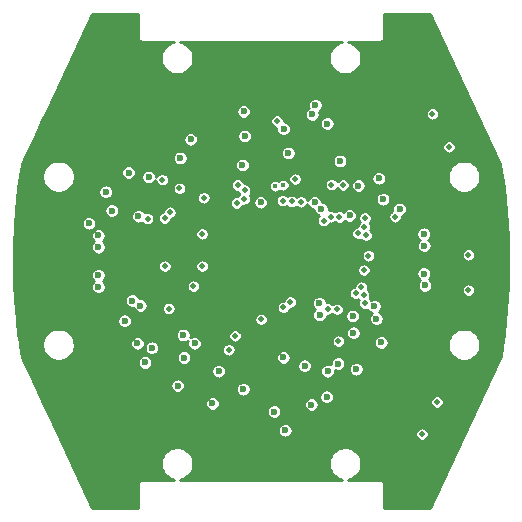
<source format=gbr>
%TF.GenerationSoftware,KiCad,Pcbnew,(5.1.6)-1*%
%TF.CreationDate,2024-07-23T23:35:14+05:30*%
%TF.ProjectId,Project_OAK_MAIN_BRD_V0.1,50726f6a-6563-4745-9f4f-414b5f4d4149,A*%
%TF.SameCoordinates,Original*%
%TF.FileFunction,Copper,L2,Inr*%
%TF.FilePolarity,Positive*%
%FSLAX46Y46*%
G04 Gerber Fmt 4.6, Leading zero omitted, Abs format (unit mm)*
G04 Created by KiCad (PCBNEW (5.1.6)-1) date 2024-07-23 23:35:14*
%MOMM*%
%LPD*%
G01*
G04 APERTURE LIST*
%TA.AperFunction,ViaPad*%
%ADD10C,0.500000*%
%TD*%
%TA.AperFunction,ViaPad*%
%ADD11C,0.600000*%
%TD*%
%TA.AperFunction,ViaPad*%
%ADD12C,0.450000*%
%TD*%
%TA.AperFunction,Conductor*%
%ADD13C,0.254000*%
%TD*%
G04 APERTURE END LIST*
D10*
%TO.N,+3V0*%
X62738000Y-89357200D03*
D11*
X56680100Y-91313000D03*
X56680100Y-92313000D03*
X56680100Y-94678500D03*
X56680100Y-95678500D03*
X84239100Y-91186000D03*
X84239100Y-94551500D03*
X68981228Y-80817628D03*
X80035400Y-97307400D03*
X84331032Y-95551500D03*
X84259800Y-92186000D03*
X68877839Y-85360385D03*
X78206600Y-98145600D03*
X63855600Y-99745800D03*
X72339200Y-101650800D03*
X77960698Y-89623779D03*
D10*
X72339200Y-97409000D03*
D11*
X70421500Y-88519000D03*
D10*
X62293500Y-89852500D03*
X64722427Y-95618276D03*
X84074000Y-108140500D03*
X86360000Y-83820000D03*
X88011000Y-95948544D03*
X81801732Y-89743051D03*
%TO.N,GND*%
X81356200Y-97282000D03*
X80721200Y-96977200D03*
D11*
X68600506Y-98425000D03*
D10*
X74828400Y-92456000D03*
X75828400Y-92456000D03*
X76860400Y-92456000D03*
X74803000Y-93481400D03*
X75844400Y-93497400D03*
X76885800Y-93497400D03*
X74803000Y-94538800D03*
X75844400Y-94538800D03*
X76809600Y-94564200D03*
X80746600Y-97612200D03*
D11*
X66928999Y-100584000D03*
X64846200Y-86563200D03*
X69062600Y-84556600D03*
X71863679Y-102294150D03*
D10*
X67818000Y-82296000D03*
X71882000Y-84391500D03*
X67818000Y-83375500D03*
X77787500Y-82867500D03*
X68834000Y-106934000D03*
X62357000Y-103251000D03*
X65151000Y-105219500D03*
X57150000Y-98552000D03*
X64770000Y-99695000D03*
X67564000Y-102171500D03*
D11*
X76413628Y-100739082D03*
D10*
X80518000Y-87452200D03*
X76860400Y-86334600D03*
X60731400Y-88112600D03*
X68605400Y-91084400D03*
X70154800Y-91053610D03*
D11*
X75922568Y-86239510D03*
X64960499Y-96393001D03*
D10*
X62377010Y-93022005D03*
D11*
X62801500Y-91122500D03*
D10*
X61633100Y-97028000D03*
X70866004Y-91062510D03*
D11*
X84592920Y-87343945D03*
X88074495Y-89915995D03*
X86741000Y-102552500D03*
D10*
X81229200Y-89306398D03*
D11*
X83820000Y-78181200D03*
D10*
%TO.N,/LGT_ON_BTN*%
X73830983Y-88470436D03*
X88011000Y-92964000D03*
%TO.N,/UP_BTN*%
X72269736Y-88378136D03*
X84963000Y-81026000D03*
%TO.N,/MCU_RSTn*%
X68249800Y-99822000D03*
X79237087Y-89833582D03*
X75741805Y-90062612D03*
D11*
%TO.N,/C1_T*%
X74142612Y-102362000D03*
X78270100Y-99568000D03*
X78689200Y-87096600D03*
%TO.N,/C3_T*%
X75049317Y-80283208D03*
X72755983Y-84338387D03*
D10*
%TO.N,Net-(D1-Pad2)*%
X71814590Y-81626810D03*
X69045715Y-88221251D03*
D11*
%TO.N,/R1*%
X66340291Y-105540510D03*
X77138574Y-85018536D03*
X71551800Y-106235492D03*
X74777600Y-81076800D03*
X69062600Y-82899478D03*
%TO.N,/C6_T*%
X55880000Y-90297006D03*
X64820800Y-100457000D03*
%TO.N,/R2*%
X63398400Y-104038400D03*
X74714088Y-105635490D03*
X76047600Y-81851500D03*
%TO.N,/R3*%
X64490600Y-83185000D03*
X80429100Y-86487000D03*
X60236100Y-97258722D03*
X76007558Y-104979691D03*
X60628084Y-102073124D03*
%TO.N,/R4*%
X59983844Y-100455278D03*
X80783677Y-88255833D03*
X78508306Y-102644510D03*
X60938109Y-86373277D03*
D10*
X79547410Y-93035140D03*
D11*
%TO.N,/R5*%
X63930084Y-101661397D03*
X66865500Y-102806500D03*
X58902600Y-98552002D03*
X59236079Y-86000983D03*
X80619600Y-100380800D03*
X80213202Y-98374200D03*
X82182486Y-89077990D03*
%TO.N,/R6*%
X68935600Y-104330500D03*
X57819990Y-89217500D03*
X76085203Y-102811243D03*
D10*
%TO.N,Net-(Q5-Pad2)*%
X76403200Y-87020400D03*
X73342508Y-86550500D03*
%TO.N,Net-(Q6-Pad2)*%
X68389208Y-88572672D03*
X65605343Y-88125576D03*
D11*
%TO.N,/EXT_3V3_IN*%
X57315100Y-87630000D03*
X72491600Y-107822996D03*
D12*
%TO.N,/+3V0_MON_LED*%
X72318360Y-87057797D03*
D10*
%TO.N,/DBG_RX*%
X60845755Y-89890600D03*
D11*
%TO.N,/R2_R*%
X72361227Y-82292003D03*
X75554607Y-89074628D03*
X60059662Y-89694108D03*
%TO.N,/R3_R*%
X63601600Y-84759800D03*
X74980995Y-88516965D03*
X59528010Y-96837050D03*
D10*
%TO.N,/DBG_TX*%
X62088121Y-86588600D03*
%TO.N,/RTC_SCL*%
X69056532Y-87496935D03*
X76377800Y-89738200D03*
%TO.N,/RTC_SDA*%
X68478400Y-87045800D03*
X77078023Y-89754833D03*
%TO.N,/C6*%
X62637727Y-97506445D03*
X79200415Y-90616974D03*
%TO.N,/+3V0_VOL_MON*%
X70459584Y-98425008D03*
X79155190Y-94255975D03*
%TO.N,/C5*%
X67721790Y-100999190D03*
X78663800Y-91137984D03*
%TO.N,/C4*%
X77000084Y-100271549D03*
X79341531Y-91313191D03*
%TO.N,/C3*%
X77393800Y-87045800D03*
X79248191Y-97079978D03*
%TO.N,/C2*%
X63548400Y-87322800D03*
X76881554Y-97585739D03*
%TO.N,/C1*%
X76123800Y-97536000D03*
D12*
X71640611Y-87147491D03*
D11*
%TO.N,/R4_R*%
X75405073Y-98061871D03*
X76974933Y-102166636D03*
%TO.N,/R5_R*%
X75377283Y-97045856D03*
X61214554Y-100837445D03*
D10*
%TO.N,/ICSP_MOSI*%
X79136750Y-96388894D03*
%TO.N,/ICSP_MISO*%
X78453052Y-96209810D03*
%TO.N,/ICSP_SCK*%
X78948264Y-95701810D03*
%TO.N,/DWN_BTN*%
X72923400Y-96951800D03*
X85356186Y-105422186D03*
%TO.N,/RTC_INTO*%
X65468500Y-91186000D03*
X73047808Y-88444412D03*
%TO.N,/RTC_CLKO*%
X65474000Y-93922000D03*
%TO.N,/RTC_CLKO_EN*%
X62299002Y-93922000D03*
%TD*%
D13*
%TO.N,GND*%
G36*
X90716279Y-85309115D02*
G01*
X90718121Y-85313927D01*
X90724067Y-85325819D01*
X90725412Y-85328705D01*
X90873698Y-86292788D01*
X91009589Y-87314205D01*
X91124638Y-88337535D01*
X91218938Y-89362331D01*
X91292391Y-90388499D01*
X91344999Y-91415563D01*
X91376764Y-92443289D01*
X91387682Y-93471427D01*
X91377857Y-94499456D01*
X91347085Y-95527193D01*
X91295567Y-96554363D01*
X91223103Y-97580579D01*
X91129902Y-98605504D01*
X91015850Y-99628893D01*
X90880852Y-100650308D01*
X90735867Y-101599223D01*
X90734683Y-101601223D01*
X90726132Y-101615344D01*
X90725312Y-101617057D01*
X90724328Y-101618720D01*
X90717247Y-101633909D01*
X90702107Y-101665546D01*
X90701632Y-101667407D01*
X84765295Y-114401791D01*
X80860088Y-114401764D01*
X80865797Y-114391083D01*
X80888783Y-114315306D01*
X80894600Y-114256247D01*
X80896545Y-114236500D01*
X80894600Y-114216753D01*
X80894600Y-112414747D01*
X80896545Y-112395000D01*
X80888783Y-112316194D01*
X80865797Y-112240417D01*
X80828468Y-112170580D01*
X80778232Y-112109368D01*
X80717020Y-112059132D01*
X80647183Y-112021803D01*
X80571406Y-111998817D01*
X80512347Y-111993000D01*
X80492600Y-111991055D01*
X80472853Y-111993000D01*
X77839945Y-111993000D01*
X77973256Y-111966483D01*
X78223854Y-111862682D01*
X78449387Y-111711986D01*
X78641186Y-111520187D01*
X78791882Y-111294654D01*
X78895683Y-111044056D01*
X78948600Y-110778023D01*
X78948600Y-110506777D01*
X78895683Y-110240744D01*
X78791882Y-109990146D01*
X78641186Y-109764613D01*
X78449387Y-109572814D01*
X78223854Y-109422118D01*
X77973256Y-109318317D01*
X77707223Y-109265400D01*
X77435977Y-109265400D01*
X77169944Y-109318317D01*
X76919346Y-109422118D01*
X76693813Y-109572814D01*
X76502014Y-109764613D01*
X76351318Y-109990146D01*
X76247517Y-110240744D01*
X76194600Y-110506777D01*
X76194600Y-110778023D01*
X76247517Y-111044056D01*
X76351318Y-111294654D01*
X76502014Y-111520187D01*
X76693813Y-111711986D01*
X76919346Y-111862682D01*
X77169944Y-111966483D01*
X77303255Y-111993000D01*
X63615945Y-111993000D01*
X63749256Y-111966483D01*
X63999854Y-111862682D01*
X64225387Y-111711986D01*
X64417186Y-111520187D01*
X64567882Y-111294654D01*
X64671683Y-111044056D01*
X64724600Y-110778023D01*
X64724600Y-110506777D01*
X64671683Y-110240744D01*
X64567882Y-109990146D01*
X64417186Y-109764613D01*
X64225387Y-109572814D01*
X63999854Y-109422118D01*
X63749256Y-109318317D01*
X63483223Y-109265400D01*
X63211977Y-109265400D01*
X62945944Y-109318317D01*
X62695346Y-109422118D01*
X62469813Y-109572814D01*
X62278014Y-109764613D01*
X62127318Y-109990146D01*
X62023517Y-110240744D01*
X61970600Y-110506777D01*
X61970600Y-110778023D01*
X62023517Y-111044056D01*
X62127318Y-111294654D01*
X62278014Y-111520187D01*
X62469813Y-111711986D01*
X62695346Y-111862682D01*
X62945944Y-111966483D01*
X63079255Y-111993000D01*
X60446347Y-111993000D01*
X60426600Y-111991055D01*
X60406853Y-111993000D01*
X60347794Y-111998817D01*
X60272017Y-112021803D01*
X60202180Y-112059132D01*
X60140968Y-112109368D01*
X60090732Y-112170580D01*
X60053403Y-112240417D01*
X60030417Y-112316194D01*
X60022655Y-112395000D01*
X60024600Y-112414747D01*
X60024601Y-114216743D01*
X60022655Y-114236500D01*
X60030417Y-114315306D01*
X60053403Y-114391083D01*
X60059036Y-114401621D01*
X56151178Y-114401594D01*
X53054756Y-107761242D01*
X71864600Y-107761242D01*
X71864600Y-107884750D01*
X71888695Y-108005885D01*
X71935960Y-108119992D01*
X72004577Y-108222685D01*
X72091911Y-108310019D01*
X72194604Y-108378636D01*
X72308711Y-108425901D01*
X72429846Y-108449996D01*
X72553354Y-108449996D01*
X72674489Y-108425901D01*
X72788596Y-108378636D01*
X72891289Y-108310019D01*
X72978623Y-108222685D01*
X73047240Y-108119992D01*
X73062285Y-108083670D01*
X83497000Y-108083670D01*
X83497000Y-108197330D01*
X83519174Y-108308805D01*
X83562669Y-108413812D01*
X83625815Y-108508316D01*
X83706184Y-108588685D01*
X83800688Y-108651831D01*
X83905695Y-108695326D01*
X84017170Y-108717500D01*
X84130830Y-108717500D01*
X84242305Y-108695326D01*
X84347312Y-108651831D01*
X84441816Y-108588685D01*
X84522185Y-108508316D01*
X84585331Y-108413812D01*
X84628826Y-108308805D01*
X84651000Y-108197330D01*
X84651000Y-108083670D01*
X84628826Y-107972195D01*
X84585331Y-107867188D01*
X84522185Y-107772684D01*
X84441816Y-107692315D01*
X84347312Y-107629169D01*
X84242305Y-107585674D01*
X84130830Y-107563500D01*
X84017170Y-107563500D01*
X83905695Y-107585674D01*
X83800688Y-107629169D01*
X83706184Y-107692315D01*
X83625815Y-107772684D01*
X83562669Y-107867188D01*
X83519174Y-107972195D01*
X83497000Y-108083670D01*
X73062285Y-108083670D01*
X73094505Y-108005885D01*
X73118600Y-107884750D01*
X73118600Y-107761242D01*
X73094505Y-107640107D01*
X73047240Y-107526000D01*
X72978623Y-107423307D01*
X72891289Y-107335973D01*
X72788596Y-107267356D01*
X72674489Y-107220091D01*
X72553354Y-107195996D01*
X72429846Y-107195996D01*
X72308711Y-107220091D01*
X72194604Y-107267356D01*
X72091911Y-107335973D01*
X72004577Y-107423307D01*
X71935960Y-107526000D01*
X71888695Y-107640107D01*
X71864600Y-107761242D01*
X53054756Y-107761242D01*
X52314496Y-106173738D01*
X70924800Y-106173738D01*
X70924800Y-106297246D01*
X70948895Y-106418381D01*
X70996160Y-106532488D01*
X71064777Y-106635181D01*
X71152111Y-106722515D01*
X71254804Y-106791132D01*
X71368911Y-106838397D01*
X71490046Y-106862492D01*
X71613554Y-106862492D01*
X71734689Y-106838397D01*
X71848796Y-106791132D01*
X71951489Y-106722515D01*
X72038823Y-106635181D01*
X72107440Y-106532488D01*
X72154705Y-106418381D01*
X72178800Y-106297246D01*
X72178800Y-106173738D01*
X72154705Y-106052603D01*
X72107440Y-105938496D01*
X72038823Y-105835803D01*
X71951489Y-105748469D01*
X71848796Y-105679852D01*
X71734689Y-105632587D01*
X71613554Y-105608492D01*
X71490046Y-105608492D01*
X71368911Y-105632587D01*
X71254804Y-105679852D01*
X71152111Y-105748469D01*
X71064777Y-105835803D01*
X70996160Y-105938496D01*
X70948895Y-106052603D01*
X70924800Y-106173738D01*
X52314496Y-106173738D01*
X51990423Y-105478756D01*
X65713291Y-105478756D01*
X65713291Y-105602264D01*
X65737386Y-105723399D01*
X65784651Y-105837506D01*
X65853268Y-105940199D01*
X65940602Y-106027533D01*
X66043295Y-106096150D01*
X66157402Y-106143415D01*
X66278537Y-106167510D01*
X66402045Y-106167510D01*
X66523180Y-106143415D01*
X66637287Y-106096150D01*
X66739980Y-106027533D01*
X66827314Y-105940199D01*
X66895931Y-105837506D01*
X66943196Y-105723399D01*
X66967291Y-105602264D01*
X66967291Y-105573736D01*
X74087088Y-105573736D01*
X74087088Y-105697244D01*
X74111183Y-105818379D01*
X74158448Y-105932486D01*
X74227065Y-106035179D01*
X74314399Y-106122513D01*
X74417092Y-106191130D01*
X74531199Y-106238395D01*
X74652334Y-106262490D01*
X74775842Y-106262490D01*
X74896977Y-106238395D01*
X75011084Y-106191130D01*
X75113777Y-106122513D01*
X75201111Y-106035179D01*
X75269728Y-105932486D01*
X75316993Y-105818379D01*
X75341088Y-105697244D01*
X75341088Y-105573736D01*
X75316993Y-105452601D01*
X75269728Y-105338494D01*
X75201111Y-105235801D01*
X75113777Y-105148467D01*
X75011084Y-105079850D01*
X74896977Y-105032585D01*
X74775842Y-105008490D01*
X74652334Y-105008490D01*
X74531199Y-105032585D01*
X74417092Y-105079850D01*
X74314399Y-105148467D01*
X74227065Y-105235801D01*
X74158448Y-105338494D01*
X74111183Y-105452601D01*
X74087088Y-105573736D01*
X66967291Y-105573736D01*
X66967291Y-105478756D01*
X66943196Y-105357621D01*
X66895931Y-105243514D01*
X66827314Y-105140821D01*
X66739980Y-105053487D01*
X66637287Y-104984870D01*
X66523180Y-104937605D01*
X66402045Y-104913510D01*
X66278537Y-104913510D01*
X66157402Y-104937605D01*
X66043295Y-104984870D01*
X65940602Y-105053487D01*
X65853268Y-105140821D01*
X65784651Y-105243514D01*
X65737386Y-105357621D01*
X65713291Y-105478756D01*
X51990423Y-105478756D01*
X51289983Y-103976646D01*
X62771400Y-103976646D01*
X62771400Y-104100154D01*
X62795495Y-104221289D01*
X62842760Y-104335396D01*
X62911377Y-104438089D01*
X62998711Y-104525423D01*
X63101404Y-104594040D01*
X63215511Y-104641305D01*
X63336646Y-104665400D01*
X63460154Y-104665400D01*
X63581289Y-104641305D01*
X63695396Y-104594040D01*
X63798089Y-104525423D01*
X63885423Y-104438089D01*
X63954040Y-104335396D01*
X63981647Y-104268746D01*
X68308600Y-104268746D01*
X68308600Y-104392254D01*
X68332695Y-104513389D01*
X68379960Y-104627496D01*
X68448577Y-104730189D01*
X68535911Y-104817523D01*
X68638604Y-104886140D01*
X68752711Y-104933405D01*
X68873846Y-104957500D01*
X68997354Y-104957500D01*
X69118489Y-104933405D01*
X69155831Y-104917937D01*
X75380558Y-104917937D01*
X75380558Y-105041445D01*
X75404653Y-105162580D01*
X75451918Y-105276687D01*
X75520535Y-105379380D01*
X75607869Y-105466714D01*
X75710562Y-105535331D01*
X75824669Y-105582596D01*
X75945804Y-105606691D01*
X76069312Y-105606691D01*
X76190447Y-105582596D01*
X76304554Y-105535331D01*
X76407247Y-105466714D01*
X76494581Y-105379380D01*
X76503951Y-105365356D01*
X84779186Y-105365356D01*
X84779186Y-105479016D01*
X84801360Y-105590491D01*
X84844855Y-105695498D01*
X84908001Y-105790002D01*
X84988370Y-105870371D01*
X85082874Y-105933517D01*
X85187881Y-105977012D01*
X85299356Y-105999186D01*
X85413016Y-105999186D01*
X85524491Y-105977012D01*
X85629498Y-105933517D01*
X85724002Y-105870371D01*
X85804371Y-105790002D01*
X85867517Y-105695498D01*
X85911012Y-105590491D01*
X85933186Y-105479016D01*
X85933186Y-105365356D01*
X85911012Y-105253881D01*
X85867517Y-105148874D01*
X85804371Y-105054370D01*
X85724002Y-104974001D01*
X85629498Y-104910855D01*
X85524491Y-104867360D01*
X85413016Y-104845186D01*
X85299356Y-104845186D01*
X85187881Y-104867360D01*
X85082874Y-104910855D01*
X84988370Y-104974001D01*
X84908001Y-105054370D01*
X84844855Y-105148874D01*
X84801360Y-105253881D01*
X84779186Y-105365356D01*
X76503951Y-105365356D01*
X76563198Y-105276687D01*
X76610463Y-105162580D01*
X76634558Y-105041445D01*
X76634558Y-104917937D01*
X76610463Y-104796802D01*
X76563198Y-104682695D01*
X76494581Y-104580002D01*
X76407247Y-104492668D01*
X76304554Y-104424051D01*
X76190447Y-104376786D01*
X76069312Y-104352691D01*
X75945804Y-104352691D01*
X75824669Y-104376786D01*
X75710562Y-104424051D01*
X75607869Y-104492668D01*
X75520535Y-104580002D01*
X75451918Y-104682695D01*
X75404653Y-104796802D01*
X75380558Y-104917937D01*
X69155831Y-104917937D01*
X69232596Y-104886140D01*
X69335289Y-104817523D01*
X69422623Y-104730189D01*
X69491240Y-104627496D01*
X69538505Y-104513389D01*
X69562600Y-104392254D01*
X69562600Y-104268746D01*
X69538505Y-104147611D01*
X69491240Y-104033504D01*
X69422623Y-103930811D01*
X69335289Y-103843477D01*
X69232596Y-103774860D01*
X69118489Y-103727595D01*
X68997354Y-103703500D01*
X68873846Y-103703500D01*
X68752711Y-103727595D01*
X68638604Y-103774860D01*
X68535911Y-103843477D01*
X68448577Y-103930811D01*
X68379960Y-104033504D01*
X68332695Y-104147611D01*
X68308600Y-104268746D01*
X63981647Y-104268746D01*
X64001305Y-104221289D01*
X64025400Y-104100154D01*
X64025400Y-103976646D01*
X64001305Y-103855511D01*
X63954040Y-103741404D01*
X63885423Y-103638711D01*
X63798089Y-103551377D01*
X63695396Y-103482760D01*
X63581289Y-103435495D01*
X63460154Y-103411400D01*
X63336646Y-103411400D01*
X63215511Y-103435495D01*
X63101404Y-103482760D01*
X62998711Y-103551377D01*
X62911377Y-103638711D01*
X62842760Y-103741404D01*
X62795495Y-103855511D01*
X62771400Y-103976646D01*
X51289983Y-103976646D01*
X50715543Y-102744746D01*
X66238500Y-102744746D01*
X66238500Y-102868254D01*
X66262595Y-102989389D01*
X66309860Y-103103496D01*
X66378477Y-103206189D01*
X66465811Y-103293523D01*
X66568504Y-103362140D01*
X66682611Y-103409405D01*
X66803746Y-103433500D01*
X66927254Y-103433500D01*
X67048389Y-103409405D01*
X67162496Y-103362140D01*
X67265189Y-103293523D01*
X67352523Y-103206189D01*
X67421140Y-103103496D01*
X67468405Y-102989389D01*
X67492500Y-102868254D01*
X67492500Y-102744746D01*
X67468405Y-102623611D01*
X67421140Y-102509504D01*
X67352523Y-102406811D01*
X67265189Y-102319477D01*
X67236408Y-102300246D01*
X73515612Y-102300246D01*
X73515612Y-102423754D01*
X73539707Y-102544889D01*
X73586972Y-102658996D01*
X73655589Y-102761689D01*
X73742923Y-102849023D01*
X73845616Y-102917640D01*
X73959723Y-102964905D01*
X74080858Y-102989000D01*
X74204366Y-102989000D01*
X74325501Y-102964905D01*
X74439608Y-102917640D01*
X74542301Y-102849023D01*
X74629635Y-102761689D01*
X74637786Y-102749489D01*
X75458203Y-102749489D01*
X75458203Y-102872997D01*
X75482298Y-102994132D01*
X75529563Y-103108239D01*
X75598180Y-103210932D01*
X75685514Y-103298266D01*
X75788207Y-103366883D01*
X75902314Y-103414148D01*
X76023449Y-103438243D01*
X76146957Y-103438243D01*
X76268092Y-103414148D01*
X76382199Y-103366883D01*
X76484892Y-103298266D01*
X76572226Y-103210932D01*
X76640843Y-103108239D01*
X76688108Y-102994132D01*
X76712203Y-102872997D01*
X76712203Y-102749489D01*
X76709381Y-102735301D01*
X76792044Y-102769541D01*
X76913179Y-102793636D01*
X77036687Y-102793636D01*
X77157822Y-102769541D01*
X77271929Y-102722276D01*
X77374622Y-102653659D01*
X77445525Y-102582756D01*
X77881306Y-102582756D01*
X77881306Y-102706264D01*
X77905401Y-102827399D01*
X77952666Y-102941506D01*
X78021283Y-103044199D01*
X78108617Y-103131533D01*
X78211310Y-103200150D01*
X78325417Y-103247415D01*
X78446552Y-103271510D01*
X78570060Y-103271510D01*
X78691195Y-103247415D01*
X78805302Y-103200150D01*
X78907995Y-103131533D01*
X78995329Y-103044199D01*
X79063946Y-102941506D01*
X79111211Y-102827399D01*
X79135306Y-102706264D01*
X79135306Y-102582756D01*
X79111211Y-102461621D01*
X79063946Y-102347514D01*
X78995329Y-102244821D01*
X78907995Y-102157487D01*
X78805302Y-102088870D01*
X78691195Y-102041605D01*
X78570060Y-102017510D01*
X78446552Y-102017510D01*
X78325417Y-102041605D01*
X78211310Y-102088870D01*
X78108617Y-102157487D01*
X78021283Y-102244821D01*
X77952666Y-102347514D01*
X77905401Y-102461621D01*
X77881306Y-102582756D01*
X77445525Y-102582756D01*
X77461956Y-102566325D01*
X77530573Y-102463632D01*
X77577838Y-102349525D01*
X77601933Y-102228390D01*
X77601933Y-102104882D01*
X77577838Y-101983747D01*
X77530573Y-101869640D01*
X77461956Y-101766947D01*
X77374622Y-101679613D01*
X77271929Y-101610996D01*
X77157822Y-101563731D01*
X77036687Y-101539636D01*
X76913179Y-101539636D01*
X76792044Y-101563731D01*
X76677937Y-101610996D01*
X76575244Y-101679613D01*
X76487910Y-101766947D01*
X76419293Y-101869640D01*
X76372028Y-101983747D01*
X76347933Y-102104882D01*
X76347933Y-102228390D01*
X76350755Y-102242578D01*
X76268092Y-102208338D01*
X76146957Y-102184243D01*
X76023449Y-102184243D01*
X75902314Y-102208338D01*
X75788207Y-102255603D01*
X75685514Y-102324220D01*
X75598180Y-102411554D01*
X75529563Y-102514247D01*
X75482298Y-102628354D01*
X75458203Y-102749489D01*
X74637786Y-102749489D01*
X74698252Y-102658996D01*
X74745517Y-102544889D01*
X74769612Y-102423754D01*
X74769612Y-102300246D01*
X74745517Y-102179111D01*
X74698252Y-102065004D01*
X74629635Y-101962311D01*
X74542301Y-101874977D01*
X74439608Y-101806360D01*
X74325501Y-101759095D01*
X74204366Y-101735000D01*
X74080858Y-101735000D01*
X73959723Y-101759095D01*
X73845616Y-101806360D01*
X73742923Y-101874977D01*
X73655589Y-101962311D01*
X73586972Y-102065004D01*
X73539707Y-102179111D01*
X73515612Y-102300246D01*
X67236408Y-102300246D01*
X67162496Y-102250860D01*
X67048389Y-102203595D01*
X66927254Y-102179500D01*
X66803746Y-102179500D01*
X66682611Y-102203595D01*
X66568504Y-102250860D01*
X66465811Y-102319477D01*
X66378477Y-102406811D01*
X66309860Y-102509504D01*
X66262595Y-102623611D01*
X66238500Y-102744746D01*
X50715543Y-102744746D01*
X50373566Y-102011370D01*
X60001084Y-102011370D01*
X60001084Y-102134878D01*
X60025179Y-102256013D01*
X60072444Y-102370120D01*
X60141061Y-102472813D01*
X60228395Y-102560147D01*
X60331088Y-102628764D01*
X60445195Y-102676029D01*
X60566330Y-102700124D01*
X60689838Y-102700124D01*
X60810973Y-102676029D01*
X60925080Y-102628764D01*
X61027773Y-102560147D01*
X61115107Y-102472813D01*
X61183724Y-102370120D01*
X61230989Y-102256013D01*
X61255084Y-102134878D01*
X61255084Y-102011370D01*
X61230989Y-101890235D01*
X61183724Y-101776128D01*
X61115107Y-101673435D01*
X61041315Y-101599643D01*
X63303084Y-101599643D01*
X63303084Y-101723151D01*
X63327179Y-101844286D01*
X63374444Y-101958393D01*
X63443061Y-102061086D01*
X63530395Y-102148420D01*
X63633088Y-102217037D01*
X63747195Y-102264302D01*
X63868330Y-102288397D01*
X63991838Y-102288397D01*
X64112973Y-102264302D01*
X64227080Y-102217037D01*
X64329773Y-102148420D01*
X64417107Y-102061086D01*
X64485724Y-101958393D01*
X64532989Y-101844286D01*
X64557084Y-101723151D01*
X64557084Y-101599643D01*
X64554977Y-101589046D01*
X71712200Y-101589046D01*
X71712200Y-101712554D01*
X71736295Y-101833689D01*
X71783560Y-101947796D01*
X71852177Y-102050489D01*
X71939511Y-102137823D01*
X72042204Y-102206440D01*
X72156311Y-102253705D01*
X72277446Y-102277800D01*
X72400954Y-102277800D01*
X72522089Y-102253705D01*
X72636196Y-102206440D01*
X72738889Y-102137823D01*
X72826223Y-102050489D01*
X72894840Y-101947796D01*
X72942105Y-101833689D01*
X72966200Y-101712554D01*
X72966200Y-101589046D01*
X72942105Y-101467911D01*
X72894840Y-101353804D01*
X72826223Y-101251111D01*
X72738889Y-101163777D01*
X72636196Y-101095160D01*
X72522089Y-101047895D01*
X72400954Y-101023800D01*
X72277446Y-101023800D01*
X72156311Y-101047895D01*
X72042204Y-101095160D01*
X71939511Y-101163777D01*
X71852177Y-101251111D01*
X71783560Y-101353804D01*
X71736295Y-101467911D01*
X71712200Y-101589046D01*
X64554977Y-101589046D01*
X64532989Y-101478508D01*
X64485724Y-101364401D01*
X64417107Y-101261708D01*
X64329773Y-101174374D01*
X64227080Y-101105757D01*
X64112973Y-101058492D01*
X63991838Y-101034397D01*
X63868330Y-101034397D01*
X63747195Y-101058492D01*
X63633088Y-101105757D01*
X63530395Y-101174374D01*
X63443061Y-101261708D01*
X63374444Y-101364401D01*
X63327179Y-101478508D01*
X63303084Y-101599643D01*
X61041315Y-101599643D01*
X61027773Y-101586101D01*
X60925080Y-101517484D01*
X60810973Y-101470219D01*
X60689838Y-101446124D01*
X60566330Y-101446124D01*
X60445195Y-101470219D01*
X60331088Y-101517484D01*
X60228395Y-101586101D01*
X60141061Y-101673435D01*
X60072444Y-101776128D01*
X60025179Y-101890235D01*
X60001084Y-102011370D01*
X50373566Y-102011370D01*
X50194837Y-101628082D01*
X50044446Y-100650203D01*
X50017612Y-100448377D01*
X51912200Y-100448377D01*
X51912200Y-100719623D01*
X51965117Y-100985656D01*
X52068918Y-101236254D01*
X52219614Y-101461787D01*
X52411413Y-101653586D01*
X52636946Y-101804282D01*
X52887544Y-101908083D01*
X53153577Y-101961000D01*
X53424823Y-101961000D01*
X53690856Y-101908083D01*
X53941454Y-101804282D01*
X54166987Y-101653586D01*
X54358786Y-101461787D01*
X54509482Y-101236254D01*
X54613283Y-100985656D01*
X54666200Y-100719623D01*
X54666200Y-100448377D01*
X54655290Y-100393524D01*
X59356844Y-100393524D01*
X59356844Y-100517032D01*
X59380939Y-100638167D01*
X59428204Y-100752274D01*
X59496821Y-100854967D01*
X59584155Y-100942301D01*
X59686848Y-101010918D01*
X59800955Y-101058183D01*
X59922090Y-101082278D01*
X60045598Y-101082278D01*
X60166733Y-101058183D01*
X60280840Y-101010918D01*
X60383533Y-100942301D01*
X60470867Y-100854967D01*
X60523837Y-100775691D01*
X60587554Y-100775691D01*
X60587554Y-100899199D01*
X60611649Y-101020334D01*
X60658914Y-101134441D01*
X60727531Y-101237134D01*
X60814865Y-101324468D01*
X60917558Y-101393085D01*
X61031665Y-101440350D01*
X61152800Y-101464445D01*
X61276308Y-101464445D01*
X61397443Y-101440350D01*
X61511550Y-101393085D01*
X61614243Y-101324468D01*
X61701577Y-101237134D01*
X61770194Y-101134441D01*
X61817459Y-101020334D01*
X61841554Y-100899199D01*
X61841554Y-100775691D01*
X61817459Y-100654556D01*
X61770194Y-100540449D01*
X61701577Y-100437756D01*
X61614243Y-100350422D01*
X61511550Y-100281805D01*
X61397443Y-100234540D01*
X61276308Y-100210445D01*
X61152800Y-100210445D01*
X61031665Y-100234540D01*
X60917558Y-100281805D01*
X60814865Y-100350422D01*
X60727531Y-100437756D01*
X60658914Y-100540449D01*
X60611649Y-100654556D01*
X60587554Y-100775691D01*
X60523837Y-100775691D01*
X60539484Y-100752274D01*
X60586749Y-100638167D01*
X60610844Y-100517032D01*
X60610844Y-100393524D01*
X60586749Y-100272389D01*
X60539484Y-100158282D01*
X60470867Y-100055589D01*
X60383533Y-99968255D01*
X60280840Y-99899638D01*
X60166733Y-99852373D01*
X60045598Y-99828278D01*
X59922090Y-99828278D01*
X59800955Y-99852373D01*
X59686848Y-99899638D01*
X59584155Y-99968255D01*
X59496821Y-100055589D01*
X59428204Y-100158282D01*
X59380939Y-100272389D01*
X59356844Y-100393524D01*
X54655290Y-100393524D01*
X54613283Y-100182344D01*
X54509482Y-99931746D01*
X54358786Y-99706213D01*
X54336619Y-99684046D01*
X63228600Y-99684046D01*
X63228600Y-99807554D01*
X63252695Y-99928689D01*
X63299960Y-100042796D01*
X63368577Y-100145489D01*
X63455911Y-100232823D01*
X63558604Y-100301440D01*
X63672711Y-100348705D01*
X63793846Y-100372800D01*
X63917354Y-100372800D01*
X64038489Y-100348705D01*
X64152596Y-100301440D01*
X64227232Y-100251570D01*
X64217895Y-100274111D01*
X64193800Y-100395246D01*
X64193800Y-100518754D01*
X64217895Y-100639889D01*
X64265160Y-100753996D01*
X64333777Y-100856689D01*
X64421111Y-100944023D01*
X64523804Y-101012640D01*
X64637911Y-101059905D01*
X64759046Y-101084000D01*
X64882554Y-101084000D01*
X65003689Y-101059905D01*
X65117796Y-101012640D01*
X65220489Y-100944023D01*
X65222152Y-100942360D01*
X67144790Y-100942360D01*
X67144790Y-101056020D01*
X67166964Y-101167495D01*
X67210459Y-101272502D01*
X67273605Y-101367006D01*
X67353974Y-101447375D01*
X67448478Y-101510521D01*
X67553485Y-101554016D01*
X67664960Y-101576190D01*
X67778620Y-101576190D01*
X67890095Y-101554016D01*
X67995102Y-101510521D01*
X68089606Y-101447375D01*
X68169975Y-101367006D01*
X68233121Y-101272502D01*
X68276616Y-101167495D01*
X68298790Y-101056020D01*
X68298790Y-100942360D01*
X68276616Y-100830885D01*
X68233121Y-100725878D01*
X68169975Y-100631374D01*
X68089606Y-100551005D01*
X67995102Y-100487859D01*
X67890095Y-100444364D01*
X67778620Y-100422190D01*
X67664960Y-100422190D01*
X67553485Y-100444364D01*
X67448478Y-100487859D01*
X67353974Y-100551005D01*
X67273605Y-100631374D01*
X67210459Y-100725878D01*
X67166964Y-100830885D01*
X67144790Y-100942360D01*
X65222152Y-100942360D01*
X65307823Y-100856689D01*
X65376440Y-100753996D01*
X65423705Y-100639889D01*
X65447800Y-100518754D01*
X65447800Y-100395246D01*
X65423705Y-100274111D01*
X65376440Y-100160004D01*
X65307823Y-100057311D01*
X65220489Y-99969977D01*
X65117796Y-99901360D01*
X65003689Y-99854095D01*
X64882554Y-99830000D01*
X64759046Y-99830000D01*
X64637911Y-99854095D01*
X64523804Y-99901360D01*
X64449168Y-99951230D01*
X64458505Y-99928689D01*
X64482600Y-99807554D01*
X64482600Y-99765170D01*
X67672800Y-99765170D01*
X67672800Y-99878830D01*
X67694974Y-99990305D01*
X67738469Y-100095312D01*
X67801615Y-100189816D01*
X67881984Y-100270185D01*
X67976488Y-100333331D01*
X68081495Y-100376826D01*
X68192970Y-100399000D01*
X68306630Y-100399000D01*
X68418105Y-100376826D01*
X68523112Y-100333331D01*
X68617616Y-100270185D01*
X68673082Y-100214719D01*
X76423084Y-100214719D01*
X76423084Y-100328379D01*
X76445258Y-100439854D01*
X76488753Y-100544861D01*
X76551899Y-100639365D01*
X76632268Y-100719734D01*
X76726772Y-100782880D01*
X76831779Y-100826375D01*
X76943254Y-100848549D01*
X77056914Y-100848549D01*
X77168389Y-100826375D01*
X77273396Y-100782880D01*
X77367900Y-100719734D01*
X77448269Y-100639365D01*
X77511415Y-100544861D01*
X77554910Y-100439854D01*
X77577084Y-100328379D01*
X77577084Y-100319046D01*
X79992600Y-100319046D01*
X79992600Y-100442554D01*
X80016695Y-100563689D01*
X80063960Y-100677796D01*
X80132577Y-100780489D01*
X80219911Y-100867823D01*
X80322604Y-100936440D01*
X80436711Y-100983705D01*
X80557846Y-101007800D01*
X80681354Y-101007800D01*
X80802489Y-100983705D01*
X80916596Y-100936440D01*
X81019289Y-100867823D01*
X81106623Y-100780489D01*
X81175240Y-100677796D01*
X81222505Y-100563689D01*
X81245441Y-100448377D01*
X86253000Y-100448377D01*
X86253000Y-100719623D01*
X86305917Y-100985656D01*
X86409718Y-101236254D01*
X86560414Y-101461787D01*
X86752213Y-101653586D01*
X86977746Y-101804282D01*
X87228344Y-101908083D01*
X87494377Y-101961000D01*
X87765623Y-101961000D01*
X88031656Y-101908083D01*
X88282254Y-101804282D01*
X88507787Y-101653586D01*
X88699586Y-101461787D01*
X88850282Y-101236254D01*
X88954083Y-100985656D01*
X89007000Y-100719623D01*
X89007000Y-100448377D01*
X88954083Y-100182344D01*
X88850282Y-99931746D01*
X88699586Y-99706213D01*
X88507787Y-99514414D01*
X88282254Y-99363718D01*
X88031656Y-99259917D01*
X87765623Y-99207000D01*
X87494377Y-99207000D01*
X87228344Y-99259917D01*
X86977746Y-99363718D01*
X86752213Y-99514414D01*
X86560414Y-99706213D01*
X86409718Y-99931746D01*
X86305917Y-100182344D01*
X86253000Y-100448377D01*
X81245441Y-100448377D01*
X81246600Y-100442554D01*
X81246600Y-100319046D01*
X81222505Y-100197911D01*
X81175240Y-100083804D01*
X81106623Y-99981111D01*
X81019289Y-99893777D01*
X80916596Y-99825160D01*
X80802489Y-99777895D01*
X80681354Y-99753800D01*
X80557846Y-99753800D01*
X80436711Y-99777895D01*
X80322604Y-99825160D01*
X80219911Y-99893777D01*
X80132577Y-99981111D01*
X80063960Y-100083804D01*
X80016695Y-100197911D01*
X79992600Y-100319046D01*
X77577084Y-100319046D01*
X77577084Y-100214719D01*
X77554910Y-100103244D01*
X77511415Y-99998237D01*
X77448269Y-99903733D01*
X77367900Y-99823364D01*
X77273396Y-99760218D01*
X77168389Y-99716723D01*
X77056914Y-99694549D01*
X76943254Y-99694549D01*
X76831779Y-99716723D01*
X76726772Y-99760218D01*
X76632268Y-99823364D01*
X76551899Y-99903733D01*
X76488753Y-99998237D01*
X76445258Y-100103244D01*
X76423084Y-100214719D01*
X68673082Y-100214719D01*
X68697985Y-100189816D01*
X68761131Y-100095312D01*
X68804626Y-99990305D01*
X68826800Y-99878830D01*
X68826800Y-99765170D01*
X68804626Y-99653695D01*
X68761131Y-99548688D01*
X68732772Y-99506246D01*
X77643100Y-99506246D01*
X77643100Y-99629754D01*
X77667195Y-99750889D01*
X77714460Y-99864996D01*
X77783077Y-99967689D01*
X77870411Y-100055023D01*
X77973104Y-100123640D01*
X78087211Y-100170905D01*
X78208346Y-100195000D01*
X78331854Y-100195000D01*
X78452989Y-100170905D01*
X78567096Y-100123640D01*
X78669789Y-100055023D01*
X78757123Y-99967689D01*
X78825740Y-99864996D01*
X78873005Y-99750889D01*
X78897100Y-99629754D01*
X78897100Y-99506246D01*
X78873005Y-99385111D01*
X78825740Y-99271004D01*
X78757123Y-99168311D01*
X78669789Y-99080977D01*
X78567096Y-99012360D01*
X78452989Y-98965095D01*
X78331854Y-98941000D01*
X78208346Y-98941000D01*
X78087211Y-98965095D01*
X77973104Y-99012360D01*
X77870411Y-99080977D01*
X77783077Y-99168311D01*
X77714460Y-99271004D01*
X77667195Y-99385111D01*
X77643100Y-99506246D01*
X68732772Y-99506246D01*
X68697985Y-99454184D01*
X68617616Y-99373815D01*
X68523112Y-99310669D01*
X68418105Y-99267174D01*
X68306630Y-99245000D01*
X68192970Y-99245000D01*
X68081495Y-99267174D01*
X67976488Y-99310669D01*
X67881984Y-99373815D01*
X67801615Y-99454184D01*
X67738469Y-99548688D01*
X67694974Y-99653695D01*
X67672800Y-99765170D01*
X64482600Y-99765170D01*
X64482600Y-99684046D01*
X64458505Y-99562911D01*
X64411240Y-99448804D01*
X64342623Y-99346111D01*
X64255289Y-99258777D01*
X64152596Y-99190160D01*
X64038489Y-99142895D01*
X63917354Y-99118800D01*
X63793846Y-99118800D01*
X63672711Y-99142895D01*
X63558604Y-99190160D01*
X63455911Y-99258777D01*
X63368577Y-99346111D01*
X63299960Y-99448804D01*
X63252695Y-99562911D01*
X63228600Y-99684046D01*
X54336619Y-99684046D01*
X54166987Y-99514414D01*
X53941454Y-99363718D01*
X53690856Y-99259917D01*
X53424823Y-99207000D01*
X53153577Y-99207000D01*
X52887544Y-99259917D01*
X52636946Y-99363718D01*
X52411413Y-99514414D01*
X52219614Y-99706213D01*
X52068918Y-99931746D01*
X51965117Y-100182344D01*
X51912200Y-100448377D01*
X50017612Y-100448377D01*
X49908651Y-99628871D01*
X49793611Y-98605628D01*
X49783018Y-98490248D01*
X58275600Y-98490248D01*
X58275600Y-98613756D01*
X58299695Y-98734891D01*
X58346960Y-98848998D01*
X58415577Y-98951691D01*
X58502911Y-99039025D01*
X58605604Y-99107642D01*
X58719711Y-99154907D01*
X58840846Y-99179002D01*
X58964354Y-99179002D01*
X59085489Y-99154907D01*
X59199596Y-99107642D01*
X59302289Y-99039025D01*
X59389623Y-98951691D01*
X59458240Y-98848998D01*
X59505505Y-98734891D01*
X59529600Y-98613756D01*
X59529600Y-98490248D01*
X59505505Y-98369113D01*
X59505118Y-98368178D01*
X69882584Y-98368178D01*
X69882584Y-98481838D01*
X69904758Y-98593313D01*
X69948253Y-98698320D01*
X70011399Y-98792824D01*
X70091768Y-98873193D01*
X70186272Y-98936339D01*
X70291279Y-98979834D01*
X70402754Y-99002008D01*
X70516414Y-99002008D01*
X70627889Y-98979834D01*
X70732896Y-98936339D01*
X70827400Y-98873193D01*
X70907769Y-98792824D01*
X70970915Y-98698320D01*
X71014410Y-98593313D01*
X71036584Y-98481838D01*
X71036584Y-98368178D01*
X71014410Y-98256703D01*
X70970915Y-98151696D01*
X70907769Y-98057192D01*
X70827400Y-97976823D01*
X70732896Y-97913677D01*
X70627889Y-97870182D01*
X70516414Y-97848008D01*
X70402754Y-97848008D01*
X70291279Y-97870182D01*
X70186272Y-97913677D01*
X70091768Y-97976823D01*
X70011399Y-98057192D01*
X69948253Y-98151696D01*
X69904758Y-98256703D01*
X69882584Y-98368178D01*
X59505118Y-98368178D01*
X59458240Y-98255006D01*
X59389623Y-98152313D01*
X59302289Y-98064979D01*
X59199596Y-97996362D01*
X59085489Y-97949097D01*
X58964354Y-97925002D01*
X58840846Y-97925002D01*
X58719711Y-97949097D01*
X58605604Y-97996362D01*
X58502911Y-98064979D01*
X58415577Y-98152313D01*
X58346960Y-98255006D01*
X58299695Y-98369113D01*
X58275600Y-98490248D01*
X49783018Y-98490248D01*
X49699508Y-97580714D01*
X49641928Y-96775296D01*
X58901010Y-96775296D01*
X58901010Y-96898804D01*
X58925105Y-97019939D01*
X58972370Y-97134046D01*
X59040987Y-97236739D01*
X59128321Y-97324073D01*
X59231014Y-97392690D01*
X59345121Y-97439955D01*
X59466256Y-97464050D01*
X59589764Y-97464050D01*
X59638476Y-97454361D01*
X59680460Y-97555718D01*
X59749077Y-97658411D01*
X59836411Y-97745745D01*
X59939104Y-97814362D01*
X60053211Y-97861627D01*
X60174346Y-97885722D01*
X60297854Y-97885722D01*
X60418989Y-97861627D01*
X60533096Y-97814362D01*
X60635789Y-97745745D01*
X60723123Y-97658411D01*
X60791740Y-97555718D01*
X60835689Y-97449615D01*
X62060727Y-97449615D01*
X62060727Y-97563275D01*
X62082901Y-97674750D01*
X62126396Y-97779757D01*
X62189542Y-97874261D01*
X62269911Y-97954630D01*
X62364415Y-98017776D01*
X62469422Y-98061271D01*
X62580897Y-98083445D01*
X62694557Y-98083445D01*
X62806032Y-98061271D01*
X62911039Y-98017776D01*
X63005543Y-97954630D01*
X63085912Y-97874261D01*
X63149058Y-97779757D01*
X63192553Y-97674750D01*
X63214727Y-97563275D01*
X63214727Y-97449615D01*
X63195344Y-97352170D01*
X71762200Y-97352170D01*
X71762200Y-97465830D01*
X71784374Y-97577305D01*
X71827869Y-97682312D01*
X71891015Y-97776816D01*
X71971384Y-97857185D01*
X72065888Y-97920331D01*
X72170895Y-97963826D01*
X72282370Y-97986000D01*
X72396030Y-97986000D01*
X72507505Y-97963826D01*
X72612512Y-97920331D01*
X72707016Y-97857185D01*
X72787385Y-97776816D01*
X72850531Y-97682312D01*
X72894026Y-97577305D01*
X72903674Y-97528800D01*
X72980230Y-97528800D01*
X73091705Y-97506626D01*
X73196712Y-97463131D01*
X73291216Y-97399985D01*
X73371585Y-97319616D01*
X73434731Y-97225112D01*
X73478226Y-97120105D01*
X73500400Y-97008630D01*
X73500400Y-96984102D01*
X74750283Y-96984102D01*
X74750283Y-97107610D01*
X74774378Y-97228745D01*
X74821643Y-97342852D01*
X74890260Y-97445545D01*
X74977594Y-97532879D01*
X75022895Y-97563148D01*
X75005384Y-97574848D01*
X74918050Y-97662182D01*
X74849433Y-97764875D01*
X74802168Y-97878982D01*
X74778073Y-98000117D01*
X74778073Y-98123625D01*
X74802168Y-98244760D01*
X74849433Y-98358867D01*
X74918050Y-98461560D01*
X75005384Y-98548894D01*
X75108077Y-98617511D01*
X75222184Y-98664776D01*
X75343319Y-98688871D01*
X75466827Y-98688871D01*
X75587962Y-98664776D01*
X75702069Y-98617511D01*
X75804762Y-98548894D01*
X75892096Y-98461560D01*
X75960713Y-98358867D01*
X76007978Y-98244760D01*
X76032073Y-98123625D01*
X76032073Y-98106058D01*
X76066970Y-98113000D01*
X76180630Y-98113000D01*
X76292105Y-98090826D01*
X76397112Y-98047331D01*
X76475061Y-97995247D01*
X76513738Y-98033924D01*
X76608242Y-98097070D01*
X76713249Y-98140565D01*
X76824724Y-98162739D01*
X76938384Y-98162739D01*
X77049859Y-98140565D01*
X77154866Y-98097070D01*
X77174656Y-98083846D01*
X77579600Y-98083846D01*
X77579600Y-98207354D01*
X77603695Y-98328489D01*
X77650960Y-98442596D01*
X77719577Y-98545289D01*
X77806911Y-98632623D01*
X77909604Y-98701240D01*
X78023711Y-98748505D01*
X78144846Y-98772600D01*
X78268354Y-98772600D01*
X78389489Y-98748505D01*
X78503596Y-98701240D01*
X78606289Y-98632623D01*
X78693623Y-98545289D01*
X78762240Y-98442596D01*
X78809505Y-98328489D01*
X78833600Y-98207354D01*
X78833600Y-98083846D01*
X78809505Y-97962711D01*
X78762240Y-97848604D01*
X78693623Y-97745911D01*
X78606289Y-97658577D01*
X78503596Y-97589960D01*
X78389489Y-97542695D01*
X78268354Y-97518600D01*
X78144846Y-97518600D01*
X78023711Y-97542695D01*
X77909604Y-97589960D01*
X77806911Y-97658577D01*
X77719577Y-97745911D01*
X77650960Y-97848604D01*
X77603695Y-97962711D01*
X77579600Y-98083846D01*
X77174656Y-98083846D01*
X77249370Y-98033924D01*
X77329739Y-97953555D01*
X77392885Y-97859051D01*
X77436380Y-97754044D01*
X77458554Y-97642569D01*
X77458554Y-97528909D01*
X77436380Y-97417434D01*
X77392885Y-97312427D01*
X77329739Y-97217923D01*
X77249370Y-97137554D01*
X77154866Y-97074408D01*
X77049859Y-97030913D01*
X76938384Y-97008739D01*
X76824724Y-97008739D01*
X76713249Y-97030913D01*
X76608242Y-97074408D01*
X76530293Y-97126492D01*
X76491616Y-97087815D01*
X76397112Y-97024669D01*
X76292105Y-96981174D01*
X76180630Y-96959000D01*
X76066970Y-96959000D01*
X76001866Y-96971950D01*
X75980188Y-96862967D01*
X75932923Y-96748860D01*
X75864306Y-96646167D01*
X75776972Y-96558833D01*
X75674279Y-96490216D01*
X75560172Y-96442951D01*
X75439037Y-96418856D01*
X75315529Y-96418856D01*
X75194394Y-96442951D01*
X75080287Y-96490216D01*
X74977594Y-96558833D01*
X74890260Y-96646167D01*
X74821643Y-96748860D01*
X74774378Y-96862967D01*
X74750283Y-96984102D01*
X73500400Y-96984102D01*
X73500400Y-96894970D01*
X73478226Y-96783495D01*
X73434731Y-96678488D01*
X73371585Y-96583984D01*
X73291216Y-96503615D01*
X73196712Y-96440469D01*
X73091705Y-96396974D01*
X72980230Y-96374800D01*
X72866570Y-96374800D01*
X72755095Y-96396974D01*
X72650088Y-96440469D01*
X72555584Y-96503615D01*
X72475215Y-96583984D01*
X72412069Y-96678488D01*
X72368574Y-96783495D01*
X72358926Y-96832000D01*
X72282370Y-96832000D01*
X72170895Y-96854174D01*
X72065888Y-96897669D01*
X71971384Y-96960815D01*
X71891015Y-97041184D01*
X71827869Y-97135688D01*
X71784374Y-97240695D01*
X71762200Y-97352170D01*
X63195344Y-97352170D01*
X63192553Y-97338140D01*
X63149058Y-97233133D01*
X63085912Y-97138629D01*
X63005543Y-97058260D01*
X62911039Y-96995114D01*
X62806032Y-96951619D01*
X62694557Y-96929445D01*
X62580897Y-96929445D01*
X62469422Y-96951619D01*
X62364415Y-96995114D01*
X62269911Y-97058260D01*
X62189542Y-97138629D01*
X62126396Y-97233133D01*
X62082901Y-97338140D01*
X62060727Y-97449615D01*
X60835689Y-97449615D01*
X60839005Y-97441611D01*
X60863100Y-97320476D01*
X60863100Y-97196968D01*
X60839005Y-97075833D01*
X60791740Y-96961726D01*
X60723123Y-96859033D01*
X60635789Y-96771699D01*
X60533096Y-96703082D01*
X60418989Y-96655817D01*
X60297854Y-96631722D01*
X60174346Y-96631722D01*
X60125634Y-96641411D01*
X60083650Y-96540054D01*
X60015033Y-96437361D01*
X59927699Y-96350027D01*
X59825006Y-96281410D01*
X59710899Y-96234145D01*
X59589764Y-96210050D01*
X59466256Y-96210050D01*
X59345121Y-96234145D01*
X59231014Y-96281410D01*
X59128321Y-96350027D01*
X59040987Y-96437361D01*
X58972370Y-96540054D01*
X58925105Y-96654161D01*
X58901010Y-96775296D01*
X49641928Y-96775296D01*
X49626152Y-96554633D01*
X49573744Y-95527578D01*
X49545770Y-94616746D01*
X56053100Y-94616746D01*
X56053100Y-94740254D01*
X56077195Y-94861389D01*
X56124460Y-94975496D01*
X56193077Y-95078189D01*
X56280411Y-95165523D01*
X56299833Y-95178500D01*
X56280411Y-95191477D01*
X56193077Y-95278811D01*
X56124460Y-95381504D01*
X56077195Y-95495611D01*
X56053100Y-95616746D01*
X56053100Y-95740254D01*
X56077195Y-95861389D01*
X56124460Y-95975496D01*
X56193077Y-96078189D01*
X56280411Y-96165523D01*
X56383104Y-96234140D01*
X56497211Y-96281405D01*
X56618346Y-96305500D01*
X56741854Y-96305500D01*
X56862989Y-96281405D01*
X56977096Y-96234140D01*
X57079789Y-96165523D01*
X57167123Y-96078189D01*
X57235740Y-95975496D01*
X57283005Y-95861389D01*
X57307100Y-95740254D01*
X57307100Y-95616746D01*
X57296101Y-95561446D01*
X64145427Y-95561446D01*
X64145427Y-95675106D01*
X64167601Y-95786581D01*
X64211096Y-95891588D01*
X64274242Y-95986092D01*
X64354611Y-96066461D01*
X64449115Y-96129607D01*
X64554122Y-96173102D01*
X64665597Y-96195276D01*
X64779257Y-96195276D01*
X64890732Y-96173102D01*
X64939311Y-96152980D01*
X77876052Y-96152980D01*
X77876052Y-96266640D01*
X77898226Y-96378115D01*
X77941721Y-96483122D01*
X78004867Y-96577626D01*
X78085236Y-96657995D01*
X78179740Y-96721141D01*
X78284747Y-96764636D01*
X78396222Y-96786810D01*
X78509882Y-96786810D01*
X78621357Y-96764636D01*
X78678144Y-96741114D01*
X78688565Y-96756710D01*
X78737525Y-96805670D01*
X78736860Y-96806666D01*
X78693365Y-96911673D01*
X78671191Y-97023148D01*
X78671191Y-97136808D01*
X78693365Y-97248283D01*
X78736860Y-97353290D01*
X78800006Y-97447794D01*
X78880375Y-97528163D01*
X78974879Y-97591309D01*
X79079886Y-97634804D01*
X79191361Y-97656978D01*
X79305021Y-97656978D01*
X79416496Y-97634804D01*
X79481960Y-97607688D01*
X79548377Y-97707089D01*
X79635711Y-97794423D01*
X79738404Y-97863040D01*
X79808581Y-97892109D01*
X79726179Y-97974511D01*
X79657562Y-98077204D01*
X79610297Y-98191311D01*
X79586202Y-98312446D01*
X79586202Y-98435954D01*
X79610297Y-98557089D01*
X79657562Y-98671196D01*
X79726179Y-98773889D01*
X79813513Y-98861223D01*
X79916206Y-98929840D01*
X80030313Y-98977105D01*
X80151448Y-99001200D01*
X80274956Y-99001200D01*
X80396091Y-98977105D01*
X80510198Y-98929840D01*
X80612891Y-98861223D01*
X80700225Y-98773889D01*
X80768842Y-98671196D01*
X80816107Y-98557089D01*
X80840202Y-98435954D01*
X80840202Y-98312446D01*
X80816107Y-98191311D01*
X80768842Y-98077204D01*
X80700225Y-97974511D01*
X80612891Y-97887177D01*
X80510198Y-97818560D01*
X80440021Y-97789491D01*
X80522423Y-97707089D01*
X80591040Y-97604396D01*
X80638305Y-97490289D01*
X80662400Y-97369154D01*
X80662400Y-97245646D01*
X80638305Y-97124511D01*
X80591040Y-97010404D01*
X80522423Y-96907711D01*
X80435089Y-96820377D01*
X80332396Y-96751760D01*
X80218289Y-96704495D01*
X80097154Y-96680400D01*
X79973646Y-96680400D01*
X79852511Y-96704495D01*
X79738404Y-96751760D01*
X79727640Y-96758952D01*
X79696376Y-96712162D01*
X79647416Y-96663202D01*
X79648081Y-96662206D01*
X79691576Y-96557199D01*
X79713750Y-96445724D01*
X79713750Y-96332064D01*
X79691576Y-96220589D01*
X79648081Y-96115582D01*
X79584935Y-96021078D01*
X79504566Y-95940709D01*
X79480508Y-95924634D01*
X79503090Y-95870115D01*
X79525264Y-95758640D01*
X79525264Y-95644980D01*
X79503090Y-95533505D01*
X79459595Y-95428498D01*
X79396449Y-95333994D01*
X79316080Y-95253625D01*
X79221576Y-95190479D01*
X79116569Y-95146984D01*
X79005094Y-95124810D01*
X78891434Y-95124810D01*
X78779959Y-95146984D01*
X78674952Y-95190479D01*
X78580448Y-95253625D01*
X78500079Y-95333994D01*
X78436933Y-95428498D01*
X78393438Y-95533505D01*
X78372756Y-95637478D01*
X78284747Y-95654984D01*
X78179740Y-95698479D01*
X78085236Y-95761625D01*
X78004867Y-95841994D01*
X77941721Y-95936498D01*
X77898226Y-96041505D01*
X77876052Y-96152980D01*
X64939311Y-96152980D01*
X64995739Y-96129607D01*
X65090243Y-96066461D01*
X65170612Y-95986092D01*
X65233758Y-95891588D01*
X65277253Y-95786581D01*
X65299427Y-95675106D01*
X65299427Y-95561446D01*
X65277253Y-95449971D01*
X65233758Y-95344964D01*
X65170612Y-95250460D01*
X65090243Y-95170091D01*
X64995739Y-95106945D01*
X64890732Y-95063450D01*
X64779257Y-95041276D01*
X64665597Y-95041276D01*
X64554122Y-95063450D01*
X64449115Y-95106945D01*
X64354611Y-95170091D01*
X64274242Y-95250460D01*
X64211096Y-95344964D01*
X64167601Y-95449971D01*
X64145427Y-95561446D01*
X57296101Y-95561446D01*
X57283005Y-95495611D01*
X57235740Y-95381504D01*
X57167123Y-95278811D01*
X57079789Y-95191477D01*
X57060367Y-95178500D01*
X57079789Y-95165523D01*
X57167123Y-95078189D01*
X57235740Y-94975496D01*
X57283005Y-94861389D01*
X57307100Y-94740254D01*
X57307100Y-94616746D01*
X57283005Y-94495611D01*
X57235740Y-94381504D01*
X57167123Y-94278811D01*
X57079789Y-94191477D01*
X56977096Y-94122860D01*
X56862989Y-94075595D01*
X56741854Y-94051500D01*
X56618346Y-94051500D01*
X56497211Y-94075595D01*
X56383104Y-94122860D01*
X56280411Y-94191477D01*
X56193077Y-94278811D01*
X56124460Y-94381504D01*
X56077195Y-94495611D01*
X56053100Y-94616746D01*
X49545770Y-94616746D01*
X49542179Y-94499851D01*
X49535562Y-93865170D01*
X61722002Y-93865170D01*
X61722002Y-93978830D01*
X61744176Y-94090305D01*
X61787671Y-94195312D01*
X61850817Y-94289816D01*
X61931186Y-94370185D01*
X62025690Y-94433331D01*
X62130697Y-94476826D01*
X62242172Y-94499000D01*
X62355832Y-94499000D01*
X62467307Y-94476826D01*
X62572314Y-94433331D01*
X62666818Y-94370185D01*
X62747187Y-94289816D01*
X62810333Y-94195312D01*
X62853828Y-94090305D01*
X62876002Y-93978830D01*
X62876002Y-93865170D01*
X64897000Y-93865170D01*
X64897000Y-93978830D01*
X64919174Y-94090305D01*
X64962669Y-94195312D01*
X65025815Y-94289816D01*
X65106184Y-94370185D01*
X65200688Y-94433331D01*
X65305695Y-94476826D01*
X65417170Y-94499000D01*
X65530830Y-94499000D01*
X65642305Y-94476826D01*
X65747312Y-94433331D01*
X65841816Y-94370185D01*
X65922185Y-94289816D01*
X65982769Y-94199145D01*
X78578190Y-94199145D01*
X78578190Y-94312805D01*
X78600364Y-94424280D01*
X78643859Y-94529287D01*
X78707005Y-94623791D01*
X78787374Y-94704160D01*
X78881878Y-94767306D01*
X78986885Y-94810801D01*
X79098360Y-94832975D01*
X79212020Y-94832975D01*
X79323495Y-94810801D01*
X79428502Y-94767306D01*
X79523006Y-94704160D01*
X79603375Y-94623791D01*
X79666521Y-94529287D01*
X79682899Y-94489746D01*
X83612100Y-94489746D01*
X83612100Y-94613254D01*
X83636195Y-94734389D01*
X83683460Y-94848496D01*
X83752077Y-94951189D01*
X83839411Y-95038523D01*
X83910079Y-95085741D01*
X83844009Y-95151811D01*
X83775392Y-95254504D01*
X83728127Y-95368611D01*
X83704032Y-95489746D01*
X83704032Y-95613254D01*
X83728127Y-95734389D01*
X83775392Y-95848496D01*
X83844009Y-95951189D01*
X83931343Y-96038523D01*
X84034036Y-96107140D01*
X84148143Y-96154405D01*
X84269278Y-96178500D01*
X84392786Y-96178500D01*
X84513921Y-96154405D01*
X84628028Y-96107140D01*
X84730721Y-96038523D01*
X84818055Y-95951189D01*
X84857794Y-95891714D01*
X87434000Y-95891714D01*
X87434000Y-96005374D01*
X87456174Y-96116849D01*
X87499669Y-96221856D01*
X87562815Y-96316360D01*
X87643184Y-96396729D01*
X87737688Y-96459875D01*
X87842695Y-96503370D01*
X87954170Y-96525544D01*
X88067830Y-96525544D01*
X88179305Y-96503370D01*
X88284312Y-96459875D01*
X88378816Y-96396729D01*
X88459185Y-96316360D01*
X88522331Y-96221856D01*
X88565826Y-96116849D01*
X88588000Y-96005374D01*
X88588000Y-95891714D01*
X88565826Y-95780239D01*
X88522331Y-95675232D01*
X88459185Y-95580728D01*
X88378816Y-95500359D01*
X88284312Y-95437213D01*
X88179305Y-95393718D01*
X88067830Y-95371544D01*
X87954170Y-95371544D01*
X87842695Y-95393718D01*
X87737688Y-95437213D01*
X87643184Y-95500359D01*
X87562815Y-95580728D01*
X87499669Y-95675232D01*
X87456174Y-95780239D01*
X87434000Y-95891714D01*
X84857794Y-95891714D01*
X84886672Y-95848496D01*
X84933937Y-95734389D01*
X84958032Y-95613254D01*
X84958032Y-95489746D01*
X84933937Y-95368611D01*
X84886672Y-95254504D01*
X84818055Y-95151811D01*
X84730721Y-95064477D01*
X84660053Y-95017259D01*
X84726123Y-94951189D01*
X84794740Y-94848496D01*
X84842005Y-94734389D01*
X84866100Y-94613254D01*
X84866100Y-94489746D01*
X84842005Y-94368611D01*
X84794740Y-94254504D01*
X84726123Y-94151811D01*
X84638789Y-94064477D01*
X84536096Y-93995860D01*
X84421989Y-93948595D01*
X84300854Y-93924500D01*
X84177346Y-93924500D01*
X84056211Y-93948595D01*
X83942104Y-93995860D01*
X83839411Y-94064477D01*
X83752077Y-94151811D01*
X83683460Y-94254504D01*
X83636195Y-94368611D01*
X83612100Y-94489746D01*
X79682899Y-94489746D01*
X79710016Y-94424280D01*
X79732190Y-94312805D01*
X79732190Y-94199145D01*
X79710016Y-94087670D01*
X79666521Y-93982663D01*
X79603375Y-93888159D01*
X79523006Y-93807790D01*
X79428502Y-93744644D01*
X79323495Y-93701149D01*
X79212020Y-93678975D01*
X79098360Y-93678975D01*
X78986885Y-93701149D01*
X78881878Y-93744644D01*
X78787374Y-93807790D01*
X78707005Y-93888159D01*
X78643859Y-93982663D01*
X78600364Y-94087670D01*
X78578190Y-94199145D01*
X65982769Y-94199145D01*
X65985331Y-94195312D01*
X66028826Y-94090305D01*
X66051000Y-93978830D01*
X66051000Y-93865170D01*
X66028826Y-93753695D01*
X65985331Y-93648688D01*
X65922185Y-93554184D01*
X65841816Y-93473815D01*
X65747312Y-93410669D01*
X65642305Y-93367174D01*
X65530830Y-93345000D01*
X65417170Y-93345000D01*
X65305695Y-93367174D01*
X65200688Y-93410669D01*
X65106184Y-93473815D01*
X65025815Y-93554184D01*
X64962669Y-93648688D01*
X64919174Y-93753695D01*
X64897000Y-93865170D01*
X62876002Y-93865170D01*
X62853828Y-93753695D01*
X62810333Y-93648688D01*
X62747187Y-93554184D01*
X62666818Y-93473815D01*
X62572314Y-93410669D01*
X62467307Y-93367174D01*
X62355832Y-93345000D01*
X62242172Y-93345000D01*
X62130697Y-93367174D01*
X62025690Y-93410669D01*
X61931186Y-93473815D01*
X61850817Y-93554184D01*
X61787671Y-93648688D01*
X61744176Y-93753695D01*
X61722002Y-93865170D01*
X49535562Y-93865170D01*
X49531459Y-93471759D01*
X49536270Y-92978310D01*
X78970410Y-92978310D01*
X78970410Y-93091970D01*
X78992584Y-93203445D01*
X79036079Y-93308452D01*
X79099225Y-93402956D01*
X79179594Y-93483325D01*
X79274098Y-93546471D01*
X79379105Y-93589966D01*
X79490580Y-93612140D01*
X79604240Y-93612140D01*
X79715715Y-93589966D01*
X79820722Y-93546471D01*
X79915226Y-93483325D01*
X79995595Y-93402956D01*
X80058741Y-93308452D01*
X80102236Y-93203445D01*
X80124410Y-93091970D01*
X80124410Y-92978310D01*
X80110260Y-92907170D01*
X87434000Y-92907170D01*
X87434000Y-93020830D01*
X87456174Y-93132305D01*
X87499669Y-93237312D01*
X87562815Y-93331816D01*
X87643184Y-93412185D01*
X87737688Y-93475331D01*
X87842695Y-93518826D01*
X87954170Y-93541000D01*
X88067830Y-93541000D01*
X88179305Y-93518826D01*
X88284312Y-93475331D01*
X88378816Y-93412185D01*
X88459185Y-93331816D01*
X88522331Y-93237312D01*
X88565826Y-93132305D01*
X88588000Y-93020830D01*
X88588000Y-92907170D01*
X88565826Y-92795695D01*
X88522331Y-92690688D01*
X88459185Y-92596184D01*
X88378816Y-92515815D01*
X88284312Y-92452669D01*
X88179305Y-92409174D01*
X88067830Y-92387000D01*
X87954170Y-92387000D01*
X87842695Y-92409174D01*
X87737688Y-92452669D01*
X87643184Y-92515815D01*
X87562815Y-92596184D01*
X87499669Y-92690688D01*
X87456174Y-92795695D01*
X87434000Y-92907170D01*
X80110260Y-92907170D01*
X80102236Y-92866835D01*
X80058741Y-92761828D01*
X79995595Y-92667324D01*
X79915226Y-92586955D01*
X79820722Y-92523809D01*
X79715715Y-92480314D01*
X79604240Y-92458140D01*
X79490580Y-92458140D01*
X79379105Y-92480314D01*
X79274098Y-92523809D01*
X79179594Y-92586955D01*
X79099225Y-92667324D01*
X79036079Y-92761828D01*
X78992584Y-92866835D01*
X78970410Y-92978310D01*
X49536270Y-92978310D01*
X49541483Y-92443732D01*
X49572454Y-91415941D01*
X49580745Y-91251246D01*
X56053100Y-91251246D01*
X56053100Y-91374754D01*
X56077195Y-91495889D01*
X56124460Y-91609996D01*
X56193077Y-91712689D01*
X56280411Y-91800023D01*
X56299833Y-91813000D01*
X56280411Y-91825977D01*
X56193077Y-91913311D01*
X56124460Y-92016004D01*
X56077195Y-92130111D01*
X56053100Y-92251246D01*
X56053100Y-92374754D01*
X56077195Y-92495889D01*
X56124460Y-92609996D01*
X56193077Y-92712689D01*
X56280411Y-92800023D01*
X56383104Y-92868640D01*
X56497211Y-92915905D01*
X56618346Y-92940000D01*
X56741854Y-92940000D01*
X56862989Y-92915905D01*
X56977096Y-92868640D01*
X57079789Y-92800023D01*
X57167123Y-92712689D01*
X57235740Y-92609996D01*
X57283005Y-92495889D01*
X57307100Y-92374754D01*
X57307100Y-92251246D01*
X57283005Y-92130111D01*
X57235740Y-92016004D01*
X57167123Y-91913311D01*
X57079789Y-91825977D01*
X57060367Y-91813000D01*
X57079789Y-91800023D01*
X57167123Y-91712689D01*
X57235740Y-91609996D01*
X57283005Y-91495889D01*
X57307100Y-91374754D01*
X57307100Y-91251246D01*
X57283005Y-91130111D01*
X57282616Y-91129170D01*
X64891500Y-91129170D01*
X64891500Y-91242830D01*
X64913674Y-91354305D01*
X64957169Y-91459312D01*
X65020315Y-91553816D01*
X65100684Y-91634185D01*
X65195188Y-91697331D01*
X65300195Y-91740826D01*
X65411670Y-91763000D01*
X65525330Y-91763000D01*
X65636805Y-91740826D01*
X65741812Y-91697331D01*
X65836316Y-91634185D01*
X65916685Y-91553816D01*
X65979831Y-91459312D01*
X66023326Y-91354305D01*
X66045500Y-91242830D01*
X66045500Y-91129170D01*
X66035949Y-91081154D01*
X78086800Y-91081154D01*
X78086800Y-91194814D01*
X78108974Y-91306289D01*
X78152469Y-91411296D01*
X78215615Y-91505800D01*
X78295984Y-91586169D01*
X78390488Y-91649315D01*
X78495495Y-91692810D01*
X78606970Y-91714984D01*
X78720630Y-91714984D01*
X78832105Y-91692810D01*
X78886248Y-91670384D01*
X78893346Y-91681007D01*
X78973715Y-91761376D01*
X79068219Y-91824522D01*
X79173226Y-91868017D01*
X79284701Y-91890191D01*
X79398361Y-91890191D01*
X79509836Y-91868017D01*
X79614843Y-91824522D01*
X79709347Y-91761376D01*
X79789716Y-91681007D01*
X79852862Y-91586503D01*
X79896357Y-91481496D01*
X79918531Y-91370021D01*
X79918531Y-91256361D01*
X79896357Y-91144886D01*
X79887808Y-91124246D01*
X83612100Y-91124246D01*
X83612100Y-91247754D01*
X83636195Y-91368889D01*
X83683460Y-91482996D01*
X83752077Y-91585689D01*
X83839411Y-91673023D01*
X83869183Y-91692916D01*
X83860111Y-91698977D01*
X83772777Y-91786311D01*
X83704160Y-91889004D01*
X83656895Y-92003111D01*
X83632800Y-92124246D01*
X83632800Y-92247754D01*
X83656895Y-92368889D01*
X83704160Y-92482996D01*
X83772777Y-92585689D01*
X83860111Y-92673023D01*
X83962804Y-92741640D01*
X84076911Y-92788905D01*
X84198046Y-92813000D01*
X84321554Y-92813000D01*
X84442689Y-92788905D01*
X84556796Y-92741640D01*
X84659489Y-92673023D01*
X84746823Y-92585689D01*
X84815440Y-92482996D01*
X84862705Y-92368889D01*
X84886800Y-92247754D01*
X84886800Y-92124246D01*
X84862705Y-92003111D01*
X84815440Y-91889004D01*
X84746823Y-91786311D01*
X84659489Y-91698977D01*
X84629717Y-91679084D01*
X84638789Y-91673023D01*
X84726123Y-91585689D01*
X84794740Y-91482996D01*
X84842005Y-91368889D01*
X84866100Y-91247754D01*
X84866100Y-91124246D01*
X84842005Y-91003111D01*
X84794740Y-90889004D01*
X84726123Y-90786311D01*
X84638789Y-90698977D01*
X84536096Y-90630360D01*
X84421989Y-90583095D01*
X84300854Y-90559000D01*
X84177346Y-90559000D01*
X84056211Y-90583095D01*
X83942104Y-90630360D01*
X83839411Y-90698977D01*
X83752077Y-90786311D01*
X83683460Y-90889004D01*
X83636195Y-91003111D01*
X83612100Y-91124246D01*
X79887808Y-91124246D01*
X79852862Y-91039879D01*
X79789716Y-90945375D01*
X79718448Y-90874107D01*
X79755241Y-90785279D01*
X79777415Y-90673804D01*
X79777415Y-90560144D01*
X79755241Y-90448669D01*
X79711746Y-90343662D01*
X79648600Y-90249158D01*
X79643056Y-90243614D01*
X79685272Y-90201398D01*
X79748418Y-90106894D01*
X79791913Y-90001887D01*
X79814087Y-89890412D01*
X79814087Y-89776752D01*
X79796080Y-89686221D01*
X81224732Y-89686221D01*
X81224732Y-89799881D01*
X81246906Y-89911356D01*
X81290401Y-90016363D01*
X81353547Y-90110867D01*
X81433916Y-90191236D01*
X81528420Y-90254382D01*
X81633427Y-90297877D01*
X81744902Y-90320051D01*
X81858562Y-90320051D01*
X81970037Y-90297877D01*
X82075044Y-90254382D01*
X82169548Y-90191236D01*
X82249917Y-90110867D01*
X82313063Y-90016363D01*
X82356558Y-89911356D01*
X82378732Y-89799881D01*
X82378732Y-89686221D01*
X82376736Y-89676189D01*
X82479482Y-89633630D01*
X82582175Y-89565013D01*
X82669509Y-89477679D01*
X82738126Y-89374986D01*
X82785391Y-89260879D01*
X82809486Y-89139744D01*
X82809486Y-89016236D01*
X82785391Y-88895101D01*
X82738126Y-88780994D01*
X82669509Y-88678301D01*
X82582175Y-88590967D01*
X82479482Y-88522350D01*
X82365375Y-88475085D01*
X82244240Y-88450990D01*
X82120732Y-88450990D01*
X81999597Y-88475085D01*
X81885490Y-88522350D01*
X81782797Y-88590967D01*
X81695463Y-88678301D01*
X81626846Y-88780994D01*
X81579581Y-88895101D01*
X81555486Y-89016236D01*
X81555486Y-89139744D01*
X81570328Y-89214361D01*
X81528420Y-89231720D01*
X81433916Y-89294866D01*
X81353547Y-89375235D01*
X81290401Y-89469739D01*
X81246906Y-89574746D01*
X81224732Y-89686221D01*
X79796080Y-89686221D01*
X79791913Y-89665277D01*
X79748418Y-89560270D01*
X79685272Y-89465766D01*
X79604903Y-89385397D01*
X79510399Y-89322251D01*
X79405392Y-89278756D01*
X79293917Y-89256582D01*
X79180257Y-89256582D01*
X79068782Y-89278756D01*
X78963775Y-89322251D01*
X78869271Y-89385397D01*
X78788902Y-89465766D01*
X78725756Y-89560270D01*
X78682261Y-89665277D01*
X78660087Y-89776752D01*
X78660087Y-89890412D01*
X78682261Y-90001887D01*
X78725756Y-90106894D01*
X78788902Y-90201398D01*
X78794446Y-90206942D01*
X78752230Y-90249158D01*
X78689084Y-90343662D01*
X78645589Y-90448669D01*
X78623415Y-90560144D01*
X78623415Y-90560984D01*
X78606970Y-90560984D01*
X78495495Y-90583158D01*
X78390488Y-90626653D01*
X78295984Y-90689799D01*
X78215615Y-90770168D01*
X78152469Y-90864672D01*
X78108974Y-90969679D01*
X78086800Y-91081154D01*
X66035949Y-91081154D01*
X66023326Y-91017695D01*
X65979831Y-90912688D01*
X65916685Y-90818184D01*
X65836316Y-90737815D01*
X65741812Y-90674669D01*
X65636805Y-90631174D01*
X65525330Y-90609000D01*
X65411670Y-90609000D01*
X65300195Y-90631174D01*
X65195188Y-90674669D01*
X65100684Y-90737815D01*
X65020315Y-90818184D01*
X64957169Y-90912688D01*
X64913674Y-91017695D01*
X64891500Y-91129170D01*
X57282616Y-91129170D01*
X57235740Y-91016004D01*
X57167123Y-90913311D01*
X57079789Y-90825977D01*
X56977096Y-90757360D01*
X56862989Y-90710095D01*
X56741854Y-90686000D01*
X56618346Y-90686000D01*
X56497211Y-90710095D01*
X56383104Y-90757360D01*
X56280411Y-90825977D01*
X56193077Y-90913311D01*
X56124460Y-91016004D01*
X56077195Y-91130111D01*
X56053100Y-91251246D01*
X49580745Y-91251246D01*
X49624169Y-90388778D01*
X49635039Y-90235252D01*
X55253000Y-90235252D01*
X55253000Y-90358760D01*
X55277095Y-90479895D01*
X55324360Y-90594002D01*
X55392977Y-90696695D01*
X55480311Y-90784029D01*
X55583004Y-90852646D01*
X55697111Y-90899911D01*
X55818246Y-90924006D01*
X55941754Y-90924006D01*
X56062889Y-90899911D01*
X56176996Y-90852646D01*
X56279689Y-90784029D01*
X56367023Y-90696695D01*
X56435640Y-90594002D01*
X56482905Y-90479895D01*
X56507000Y-90358760D01*
X56507000Y-90235252D01*
X56482905Y-90114117D01*
X56435640Y-90000010D01*
X56367023Y-89897317D01*
X56279689Y-89809983D01*
X56176996Y-89741366D01*
X56062889Y-89694101D01*
X55941754Y-89670006D01*
X55818246Y-89670006D01*
X55697111Y-89694101D01*
X55583004Y-89741366D01*
X55480311Y-89809983D01*
X55392977Y-89897317D01*
X55324360Y-90000010D01*
X55277095Y-90114117D01*
X55253000Y-90235252D01*
X49635039Y-90235252D01*
X49696829Y-89362603D01*
X49715679Y-89155746D01*
X57192990Y-89155746D01*
X57192990Y-89279254D01*
X57217085Y-89400389D01*
X57264350Y-89514496D01*
X57332967Y-89617189D01*
X57420301Y-89704523D01*
X57522994Y-89773140D01*
X57637101Y-89820405D01*
X57758236Y-89844500D01*
X57881744Y-89844500D01*
X58002879Y-89820405D01*
X58116986Y-89773140D01*
X58219679Y-89704523D01*
X58291848Y-89632354D01*
X59432662Y-89632354D01*
X59432662Y-89755862D01*
X59456757Y-89876997D01*
X59504022Y-89991104D01*
X59572639Y-90093797D01*
X59659973Y-90181131D01*
X59762666Y-90249748D01*
X59876773Y-90297013D01*
X59997908Y-90321108D01*
X60121416Y-90321108D01*
X60242551Y-90297013D01*
X60356658Y-90249748D01*
X60380938Y-90233525D01*
X60397570Y-90258416D01*
X60477939Y-90338785D01*
X60572443Y-90401931D01*
X60677450Y-90445426D01*
X60788925Y-90467600D01*
X60902585Y-90467600D01*
X61014060Y-90445426D01*
X61119067Y-90401931D01*
X61213571Y-90338785D01*
X61293940Y-90258416D01*
X61357086Y-90163912D01*
X61400581Y-90058905D01*
X61422755Y-89947430D01*
X61422755Y-89833770D01*
X61415177Y-89795670D01*
X61716500Y-89795670D01*
X61716500Y-89909330D01*
X61738674Y-90020805D01*
X61782169Y-90125812D01*
X61845315Y-90220316D01*
X61925684Y-90300685D01*
X62020188Y-90363831D01*
X62125195Y-90407326D01*
X62236670Y-90429500D01*
X62350330Y-90429500D01*
X62461805Y-90407326D01*
X62566812Y-90363831D01*
X62661316Y-90300685D01*
X62741685Y-90220316D01*
X62804831Y-90125812D01*
X62848326Y-90020805D01*
X62868467Y-89919553D01*
X62906305Y-89912026D01*
X63011312Y-89868531D01*
X63105816Y-89805385D01*
X63186185Y-89725016D01*
X63249331Y-89630512D01*
X63292826Y-89525505D01*
X63315000Y-89414030D01*
X63315000Y-89300370D01*
X63292826Y-89188895D01*
X63249331Y-89083888D01*
X63186185Y-88989384D01*
X63105816Y-88909015D01*
X63011312Y-88845869D01*
X62906305Y-88802374D01*
X62794830Y-88780200D01*
X62681170Y-88780200D01*
X62569695Y-88802374D01*
X62464688Y-88845869D01*
X62370184Y-88909015D01*
X62289815Y-88989384D01*
X62226669Y-89083888D01*
X62183174Y-89188895D01*
X62163033Y-89290147D01*
X62125195Y-89297674D01*
X62020188Y-89341169D01*
X61925684Y-89404315D01*
X61845315Y-89484684D01*
X61782169Y-89579188D01*
X61738674Y-89684195D01*
X61716500Y-89795670D01*
X61415177Y-89795670D01*
X61400581Y-89722295D01*
X61357086Y-89617288D01*
X61293940Y-89522784D01*
X61213571Y-89442415D01*
X61119067Y-89379269D01*
X61014060Y-89335774D01*
X60902585Y-89313600D01*
X60788925Y-89313600D01*
X60677450Y-89335774D01*
X60596674Y-89369232D01*
X60546685Y-89294419D01*
X60459351Y-89207085D01*
X60356658Y-89138468D01*
X60242551Y-89091203D01*
X60121416Y-89067108D01*
X59997908Y-89067108D01*
X59876773Y-89091203D01*
X59762666Y-89138468D01*
X59659973Y-89207085D01*
X59572639Y-89294419D01*
X59504022Y-89397112D01*
X59456757Y-89511219D01*
X59432662Y-89632354D01*
X58291848Y-89632354D01*
X58307013Y-89617189D01*
X58375630Y-89514496D01*
X58422895Y-89400389D01*
X58446990Y-89279254D01*
X58446990Y-89155746D01*
X58422895Y-89034611D01*
X58375630Y-88920504D01*
X58307013Y-88817811D01*
X58219679Y-88730477D01*
X58116986Y-88661860D01*
X58002879Y-88614595D01*
X57881744Y-88590500D01*
X57758236Y-88590500D01*
X57637101Y-88614595D01*
X57522994Y-88661860D01*
X57420301Y-88730477D01*
X57332967Y-88817811D01*
X57264350Y-88920504D01*
X57217085Y-89034611D01*
X57192990Y-89155746D01*
X49715679Y-89155746D01*
X49790238Y-88337597D01*
X49904392Y-87314275D01*
X50039486Y-86292795D01*
X50049947Y-86224377D01*
X51912200Y-86224377D01*
X51912200Y-86495623D01*
X51965117Y-86761656D01*
X52068918Y-87012254D01*
X52219614Y-87237787D01*
X52411413Y-87429586D01*
X52636946Y-87580282D01*
X52887544Y-87684083D01*
X53153577Y-87737000D01*
X53424823Y-87737000D01*
X53690856Y-87684083D01*
X53941454Y-87580282D01*
X53959467Y-87568246D01*
X56688100Y-87568246D01*
X56688100Y-87691754D01*
X56712195Y-87812889D01*
X56759460Y-87926996D01*
X56828077Y-88029689D01*
X56915411Y-88117023D01*
X57018104Y-88185640D01*
X57132211Y-88232905D01*
X57253346Y-88257000D01*
X57376854Y-88257000D01*
X57497989Y-88232905D01*
X57612096Y-88185640D01*
X57714789Y-88117023D01*
X57763066Y-88068746D01*
X65028343Y-88068746D01*
X65028343Y-88182406D01*
X65050517Y-88293881D01*
X65094012Y-88398888D01*
X65157158Y-88493392D01*
X65237527Y-88573761D01*
X65332031Y-88636907D01*
X65437038Y-88680402D01*
X65548513Y-88702576D01*
X65662173Y-88702576D01*
X65773648Y-88680402D01*
X65878655Y-88636907D01*
X65973159Y-88573761D01*
X66031078Y-88515842D01*
X67812208Y-88515842D01*
X67812208Y-88629502D01*
X67834382Y-88740977D01*
X67877877Y-88845984D01*
X67941023Y-88940488D01*
X68021392Y-89020857D01*
X68115896Y-89084003D01*
X68220903Y-89127498D01*
X68332378Y-89149672D01*
X68446038Y-89149672D01*
X68557513Y-89127498D01*
X68662520Y-89084003D01*
X68757024Y-89020857D01*
X68837393Y-88940488D01*
X68900539Y-88845984D01*
X68925530Y-88785649D01*
X68988885Y-88798251D01*
X69102545Y-88798251D01*
X69214020Y-88776077D01*
X69319027Y-88732582D01*
X69413531Y-88669436D01*
X69493900Y-88589067D01*
X69557046Y-88494563D01*
X69572503Y-88457246D01*
X69794500Y-88457246D01*
X69794500Y-88580754D01*
X69818595Y-88701889D01*
X69865860Y-88815996D01*
X69934477Y-88918689D01*
X70021811Y-89006023D01*
X70124504Y-89074640D01*
X70238611Y-89121905D01*
X70359746Y-89146000D01*
X70483254Y-89146000D01*
X70604389Y-89121905D01*
X70718496Y-89074640D01*
X70821189Y-89006023D01*
X70908523Y-88918689D01*
X70977140Y-88815996D01*
X71024405Y-88701889D01*
X71048500Y-88580754D01*
X71048500Y-88457246D01*
X71024405Y-88336111D01*
X71018273Y-88321306D01*
X71692736Y-88321306D01*
X71692736Y-88434966D01*
X71714910Y-88546441D01*
X71758405Y-88651448D01*
X71821551Y-88745952D01*
X71901920Y-88826321D01*
X71996424Y-88889467D01*
X72101431Y-88932962D01*
X72212906Y-88955136D01*
X72326566Y-88955136D01*
X72438041Y-88932962D01*
X72543048Y-88889467D01*
X72623263Y-88835868D01*
X72679992Y-88892597D01*
X72774496Y-88955743D01*
X72879503Y-88999238D01*
X72990978Y-89021412D01*
X73104638Y-89021412D01*
X73216113Y-88999238D01*
X73321120Y-88955743D01*
X73415624Y-88892597D01*
X73426384Y-88881838D01*
X73463167Y-88918621D01*
X73557671Y-88981767D01*
X73662678Y-89025262D01*
X73774153Y-89047436D01*
X73887813Y-89047436D01*
X73999288Y-89025262D01*
X74104295Y-88981767D01*
X74198799Y-88918621D01*
X74279168Y-88838252D01*
X74342314Y-88743748D01*
X74372382Y-88671157D01*
X74378090Y-88699854D01*
X74425355Y-88813961D01*
X74493972Y-88916654D01*
X74581306Y-89003988D01*
X74683999Y-89072605D01*
X74798106Y-89119870D01*
X74919241Y-89143965D01*
X74929115Y-89143965D01*
X74951702Y-89257517D01*
X74998967Y-89371624D01*
X75067584Y-89474317D01*
X75154918Y-89561651D01*
X75257611Y-89630268D01*
X75328701Y-89659715D01*
X75293620Y-89694796D01*
X75230474Y-89789300D01*
X75186979Y-89894307D01*
X75164805Y-90005782D01*
X75164805Y-90119442D01*
X75186979Y-90230917D01*
X75230474Y-90335924D01*
X75293620Y-90430428D01*
X75373989Y-90510797D01*
X75468493Y-90573943D01*
X75573500Y-90617438D01*
X75684975Y-90639612D01*
X75798635Y-90639612D01*
X75910110Y-90617438D01*
X76015117Y-90573943D01*
X76109621Y-90510797D01*
X76189990Y-90430428D01*
X76253136Y-90335924D01*
X76266230Y-90304311D01*
X76320970Y-90315200D01*
X76434630Y-90315200D01*
X76546105Y-90293026D01*
X76651112Y-90249531D01*
X76715465Y-90206531D01*
X76804711Y-90266164D01*
X76909718Y-90309659D01*
X77021193Y-90331833D01*
X77134853Y-90331833D01*
X77246328Y-90309659D01*
X77351335Y-90266164D01*
X77445839Y-90203018D01*
X77526208Y-90122649D01*
X77544893Y-90094686D01*
X77561009Y-90110802D01*
X77663702Y-90179419D01*
X77777809Y-90226684D01*
X77898944Y-90250779D01*
X78022452Y-90250779D01*
X78143587Y-90226684D01*
X78257694Y-90179419D01*
X78360387Y-90110802D01*
X78447721Y-90023468D01*
X78516338Y-89920775D01*
X78563603Y-89806668D01*
X78587698Y-89685533D01*
X78587698Y-89562025D01*
X78563603Y-89440890D01*
X78516338Y-89326783D01*
X78447721Y-89224090D01*
X78360387Y-89136756D01*
X78257694Y-89068139D01*
X78143587Y-89020874D01*
X78022452Y-88996779D01*
X77898944Y-88996779D01*
X77777809Y-89020874D01*
X77663702Y-89068139D01*
X77561009Y-89136756D01*
X77473675Y-89224090D01*
X77426947Y-89294024D01*
X77351335Y-89243502D01*
X77246328Y-89200007D01*
X77134853Y-89177833D01*
X77021193Y-89177833D01*
X76909718Y-89200007D01*
X76804711Y-89243502D01*
X76740358Y-89286502D01*
X76651112Y-89226869D01*
X76546105Y-89183374D01*
X76434630Y-89161200D01*
X76320970Y-89161200D01*
X76209495Y-89183374D01*
X76168917Y-89200182D01*
X76181607Y-89136382D01*
X76181607Y-89012874D01*
X76157512Y-88891739D01*
X76110247Y-88777632D01*
X76041630Y-88674939D01*
X75954296Y-88587605D01*
X75851603Y-88518988D01*
X75737496Y-88471723D01*
X75616361Y-88447628D01*
X75606487Y-88447628D01*
X75583900Y-88334076D01*
X75536635Y-88219969D01*
X75519336Y-88194079D01*
X80156677Y-88194079D01*
X80156677Y-88317587D01*
X80180772Y-88438722D01*
X80228037Y-88552829D01*
X80296654Y-88655522D01*
X80383988Y-88742856D01*
X80486681Y-88811473D01*
X80600788Y-88858738D01*
X80721923Y-88882833D01*
X80845431Y-88882833D01*
X80966566Y-88858738D01*
X81080673Y-88811473D01*
X81183366Y-88742856D01*
X81270700Y-88655522D01*
X81339317Y-88552829D01*
X81386582Y-88438722D01*
X81410677Y-88317587D01*
X81410677Y-88194079D01*
X81386582Y-88072944D01*
X81339317Y-87958837D01*
X81270700Y-87856144D01*
X81183366Y-87768810D01*
X81080673Y-87700193D01*
X80966566Y-87652928D01*
X80845431Y-87628833D01*
X80721923Y-87628833D01*
X80600788Y-87652928D01*
X80486681Y-87700193D01*
X80383988Y-87768810D01*
X80296654Y-87856144D01*
X80228037Y-87958837D01*
X80180772Y-88072944D01*
X80156677Y-88194079D01*
X75519336Y-88194079D01*
X75468018Y-88117276D01*
X75380684Y-88029942D01*
X75277991Y-87961325D01*
X75163884Y-87914060D01*
X75042749Y-87889965D01*
X74919241Y-87889965D01*
X74798106Y-87914060D01*
X74683999Y-87961325D01*
X74581306Y-88029942D01*
X74493972Y-88117276D01*
X74425355Y-88219969D01*
X74387598Y-88311123D01*
X74385809Y-88302131D01*
X74342314Y-88197124D01*
X74279168Y-88102620D01*
X74198799Y-88022251D01*
X74104295Y-87959105D01*
X73999288Y-87915610D01*
X73887813Y-87893436D01*
X73774153Y-87893436D01*
X73662678Y-87915610D01*
X73557671Y-87959105D01*
X73463167Y-88022251D01*
X73452408Y-88033011D01*
X73415624Y-87996227D01*
X73321120Y-87933081D01*
X73216113Y-87889586D01*
X73104638Y-87867412D01*
X72990978Y-87867412D01*
X72879503Y-87889586D01*
X72774496Y-87933081D01*
X72694281Y-87986680D01*
X72637552Y-87929951D01*
X72543048Y-87866805D01*
X72438041Y-87823310D01*
X72326566Y-87801136D01*
X72212906Y-87801136D01*
X72101431Y-87823310D01*
X71996424Y-87866805D01*
X71901920Y-87929951D01*
X71821551Y-88010320D01*
X71758405Y-88104824D01*
X71714910Y-88209831D01*
X71692736Y-88321306D01*
X71018273Y-88321306D01*
X70977140Y-88222004D01*
X70908523Y-88119311D01*
X70821189Y-88031977D01*
X70718496Y-87963360D01*
X70604389Y-87916095D01*
X70483254Y-87892000D01*
X70359746Y-87892000D01*
X70238611Y-87916095D01*
X70124504Y-87963360D01*
X70021811Y-88031977D01*
X69934477Y-88119311D01*
X69865860Y-88222004D01*
X69818595Y-88336111D01*
X69794500Y-88457246D01*
X69572503Y-88457246D01*
X69600541Y-88389556D01*
X69622715Y-88278081D01*
X69622715Y-88164421D01*
X69600541Y-88052946D01*
X69557046Y-87947939D01*
X69502765Y-87866703D01*
X69504717Y-87864751D01*
X69567863Y-87770247D01*
X69611358Y-87665240D01*
X69633532Y-87553765D01*
X69633532Y-87440105D01*
X69611358Y-87328630D01*
X69567863Y-87223623D01*
X69504717Y-87129119D01*
X69468722Y-87093124D01*
X71088611Y-87093124D01*
X71088611Y-87201858D01*
X71109824Y-87308503D01*
X71151435Y-87408961D01*
X71211845Y-87499371D01*
X71288731Y-87576257D01*
X71379141Y-87636667D01*
X71479599Y-87678278D01*
X71586244Y-87699491D01*
X71694978Y-87699491D01*
X71801623Y-87678278D01*
X71902081Y-87636667D01*
X71992491Y-87576257D01*
X72035840Y-87532908D01*
X72056890Y-87546973D01*
X72157348Y-87588584D01*
X72263993Y-87609797D01*
X72372727Y-87609797D01*
X72479372Y-87588584D01*
X72579830Y-87546973D01*
X72670240Y-87486563D01*
X72747126Y-87409677D01*
X72807536Y-87319267D01*
X72849147Y-87218809D01*
X72870360Y-87112164D01*
X72870360Y-87003430D01*
X72849147Y-86896785D01*
X72807536Y-86796327D01*
X72747126Y-86705917D01*
X72670240Y-86629031D01*
X72579830Y-86568621D01*
X72479372Y-86527010D01*
X72372727Y-86505797D01*
X72263993Y-86505797D01*
X72157348Y-86527010D01*
X72056890Y-86568621D01*
X71966480Y-86629031D01*
X71923131Y-86672380D01*
X71902081Y-86658315D01*
X71801623Y-86616704D01*
X71694978Y-86595491D01*
X71586244Y-86595491D01*
X71479599Y-86616704D01*
X71379141Y-86658315D01*
X71288731Y-86718725D01*
X71211845Y-86795611D01*
X71151435Y-86886021D01*
X71109824Y-86986479D01*
X71088611Y-87093124D01*
X69468722Y-87093124D01*
X69424348Y-87048750D01*
X69329844Y-86985604D01*
X69224837Y-86942109D01*
X69113362Y-86919935D01*
X69041668Y-86919935D01*
X69033226Y-86877495D01*
X68989731Y-86772488D01*
X68926585Y-86677984D01*
X68846216Y-86597615D01*
X68751712Y-86534469D01*
X68653214Y-86493670D01*
X72765508Y-86493670D01*
X72765508Y-86607330D01*
X72787682Y-86718805D01*
X72831177Y-86823812D01*
X72894323Y-86918316D01*
X72974692Y-86998685D01*
X73069196Y-87061831D01*
X73174203Y-87105326D01*
X73285678Y-87127500D01*
X73399338Y-87127500D01*
X73510813Y-87105326D01*
X73615820Y-87061831D01*
X73710324Y-86998685D01*
X73745439Y-86963570D01*
X75826200Y-86963570D01*
X75826200Y-87077230D01*
X75848374Y-87188705D01*
X75891869Y-87293712D01*
X75955015Y-87388216D01*
X76035384Y-87468585D01*
X76129888Y-87531731D01*
X76234895Y-87575226D01*
X76346370Y-87597400D01*
X76460030Y-87597400D01*
X76571505Y-87575226D01*
X76676512Y-87531731D01*
X76771016Y-87468585D01*
X76851385Y-87388216D01*
X76890014Y-87330404D01*
X76945615Y-87413616D01*
X77025984Y-87493985D01*
X77120488Y-87557131D01*
X77225495Y-87600626D01*
X77336970Y-87622800D01*
X77450630Y-87622800D01*
X77562105Y-87600626D01*
X77667112Y-87557131D01*
X77761616Y-87493985D01*
X77841985Y-87413616D01*
X77905131Y-87319112D01*
X77948626Y-87214105D01*
X77970800Y-87102630D01*
X77970800Y-87034846D01*
X78062200Y-87034846D01*
X78062200Y-87158354D01*
X78086295Y-87279489D01*
X78133560Y-87393596D01*
X78202177Y-87496289D01*
X78289511Y-87583623D01*
X78392204Y-87652240D01*
X78506311Y-87699505D01*
X78627446Y-87723600D01*
X78750954Y-87723600D01*
X78872089Y-87699505D01*
X78986196Y-87652240D01*
X79088889Y-87583623D01*
X79176223Y-87496289D01*
X79244840Y-87393596D01*
X79292105Y-87279489D01*
X79316200Y-87158354D01*
X79316200Y-87034846D01*
X79292105Y-86913711D01*
X79244840Y-86799604D01*
X79176223Y-86696911D01*
X79088889Y-86609577D01*
X78986196Y-86540960D01*
X78872089Y-86493695D01*
X78750954Y-86469600D01*
X78627446Y-86469600D01*
X78506311Y-86493695D01*
X78392204Y-86540960D01*
X78289511Y-86609577D01*
X78202177Y-86696911D01*
X78133560Y-86799604D01*
X78086295Y-86913711D01*
X78062200Y-87034846D01*
X77970800Y-87034846D01*
X77970800Y-86988970D01*
X77948626Y-86877495D01*
X77905131Y-86772488D01*
X77841985Y-86677984D01*
X77761616Y-86597615D01*
X77667112Y-86534469D01*
X77562105Y-86490974D01*
X77450630Y-86468800D01*
X77336970Y-86468800D01*
X77225495Y-86490974D01*
X77120488Y-86534469D01*
X77025984Y-86597615D01*
X76945615Y-86677984D01*
X76906986Y-86735796D01*
X76851385Y-86652584D01*
X76771016Y-86572215D01*
X76676512Y-86509069D01*
X76571505Y-86465574D01*
X76460030Y-86443400D01*
X76346370Y-86443400D01*
X76234895Y-86465574D01*
X76129888Y-86509069D01*
X76035384Y-86572215D01*
X75955015Y-86652584D01*
X75891869Y-86747088D01*
X75848374Y-86852095D01*
X75826200Y-86963570D01*
X73745439Y-86963570D01*
X73790693Y-86918316D01*
X73853839Y-86823812D01*
X73897334Y-86718805D01*
X73919508Y-86607330D01*
X73919508Y-86493670D01*
X73905898Y-86425246D01*
X79802100Y-86425246D01*
X79802100Y-86548754D01*
X79826195Y-86669889D01*
X79873460Y-86783996D01*
X79942077Y-86886689D01*
X80029411Y-86974023D01*
X80132104Y-87042640D01*
X80246211Y-87089905D01*
X80367346Y-87114000D01*
X80490854Y-87114000D01*
X80611989Y-87089905D01*
X80726096Y-87042640D01*
X80828789Y-86974023D01*
X80916123Y-86886689D01*
X80984740Y-86783996D01*
X81032005Y-86669889D01*
X81056100Y-86548754D01*
X81056100Y-86425246D01*
X81032005Y-86304111D01*
X80998978Y-86224377D01*
X86253000Y-86224377D01*
X86253000Y-86495623D01*
X86305917Y-86761656D01*
X86409718Y-87012254D01*
X86560414Y-87237787D01*
X86752213Y-87429586D01*
X86977746Y-87580282D01*
X87228344Y-87684083D01*
X87494377Y-87737000D01*
X87765623Y-87737000D01*
X88031656Y-87684083D01*
X88282254Y-87580282D01*
X88507787Y-87429586D01*
X88699586Y-87237787D01*
X88850282Y-87012254D01*
X88954083Y-86761656D01*
X89007000Y-86495623D01*
X89007000Y-86224377D01*
X88954083Y-85958344D01*
X88850282Y-85707746D01*
X88699586Y-85482213D01*
X88507787Y-85290414D01*
X88282254Y-85139718D01*
X88031656Y-85035917D01*
X87765623Y-84983000D01*
X87494377Y-84983000D01*
X87228344Y-85035917D01*
X86977746Y-85139718D01*
X86752213Y-85290414D01*
X86560414Y-85482213D01*
X86409718Y-85707746D01*
X86305917Y-85958344D01*
X86253000Y-86224377D01*
X80998978Y-86224377D01*
X80984740Y-86190004D01*
X80916123Y-86087311D01*
X80828789Y-85999977D01*
X80726096Y-85931360D01*
X80611989Y-85884095D01*
X80490854Y-85860000D01*
X80367346Y-85860000D01*
X80246211Y-85884095D01*
X80132104Y-85931360D01*
X80029411Y-85999977D01*
X79942077Y-86087311D01*
X79873460Y-86190004D01*
X79826195Y-86304111D01*
X79802100Y-86425246D01*
X73905898Y-86425246D01*
X73897334Y-86382195D01*
X73853839Y-86277188D01*
X73790693Y-86182684D01*
X73710324Y-86102315D01*
X73615820Y-86039169D01*
X73510813Y-85995674D01*
X73399338Y-85973500D01*
X73285678Y-85973500D01*
X73174203Y-85995674D01*
X73069196Y-86039169D01*
X72974692Y-86102315D01*
X72894323Y-86182684D01*
X72831177Y-86277188D01*
X72787682Y-86382195D01*
X72765508Y-86493670D01*
X68653214Y-86493670D01*
X68646705Y-86490974D01*
X68535230Y-86468800D01*
X68421570Y-86468800D01*
X68310095Y-86490974D01*
X68205088Y-86534469D01*
X68110584Y-86597615D01*
X68030215Y-86677984D01*
X67967069Y-86772488D01*
X67923574Y-86877495D01*
X67901400Y-86988970D01*
X67901400Y-87102630D01*
X67923574Y-87214105D01*
X67967069Y-87319112D01*
X68030215Y-87413616D01*
X68110584Y-87493985D01*
X68205088Y-87557131D01*
X68310095Y-87600626D01*
X68421570Y-87622800D01*
X68493264Y-87622800D01*
X68501706Y-87665240D01*
X68545201Y-87770247D01*
X68599482Y-87851483D01*
X68597530Y-87853435D01*
X68534384Y-87947939D01*
X68509393Y-88008274D01*
X68446038Y-87995672D01*
X68332378Y-87995672D01*
X68220903Y-88017846D01*
X68115896Y-88061341D01*
X68021392Y-88124487D01*
X67941023Y-88204856D01*
X67877877Y-88299360D01*
X67834382Y-88404367D01*
X67812208Y-88515842D01*
X66031078Y-88515842D01*
X66053528Y-88493392D01*
X66116674Y-88398888D01*
X66160169Y-88293881D01*
X66182343Y-88182406D01*
X66182343Y-88068746D01*
X66160169Y-87957271D01*
X66116674Y-87852264D01*
X66053528Y-87757760D01*
X65973159Y-87677391D01*
X65878655Y-87614245D01*
X65773648Y-87570750D01*
X65662173Y-87548576D01*
X65548513Y-87548576D01*
X65437038Y-87570750D01*
X65332031Y-87614245D01*
X65237527Y-87677391D01*
X65157158Y-87757760D01*
X65094012Y-87852264D01*
X65050517Y-87957271D01*
X65028343Y-88068746D01*
X57763066Y-88068746D01*
X57802123Y-88029689D01*
X57870740Y-87926996D01*
X57918005Y-87812889D01*
X57942100Y-87691754D01*
X57942100Y-87568246D01*
X57918005Y-87447111D01*
X57870740Y-87333004D01*
X57825950Y-87265970D01*
X62971400Y-87265970D01*
X62971400Y-87379630D01*
X62993574Y-87491105D01*
X63037069Y-87596112D01*
X63100215Y-87690616D01*
X63180584Y-87770985D01*
X63275088Y-87834131D01*
X63380095Y-87877626D01*
X63491570Y-87899800D01*
X63605230Y-87899800D01*
X63716705Y-87877626D01*
X63821712Y-87834131D01*
X63916216Y-87770985D01*
X63996585Y-87690616D01*
X64059731Y-87596112D01*
X64103226Y-87491105D01*
X64125400Y-87379630D01*
X64125400Y-87265970D01*
X64103226Y-87154495D01*
X64059731Y-87049488D01*
X63996585Y-86954984D01*
X63916216Y-86874615D01*
X63821712Y-86811469D01*
X63716705Y-86767974D01*
X63605230Y-86745800D01*
X63491570Y-86745800D01*
X63380095Y-86767974D01*
X63275088Y-86811469D01*
X63180584Y-86874615D01*
X63100215Y-86954984D01*
X63037069Y-87049488D01*
X62993574Y-87154495D01*
X62971400Y-87265970D01*
X57825950Y-87265970D01*
X57802123Y-87230311D01*
X57714789Y-87142977D01*
X57612096Y-87074360D01*
X57497989Y-87027095D01*
X57376854Y-87003000D01*
X57253346Y-87003000D01*
X57132211Y-87027095D01*
X57018104Y-87074360D01*
X56915411Y-87142977D01*
X56828077Y-87230311D01*
X56759460Y-87333004D01*
X56712195Y-87447111D01*
X56688100Y-87568246D01*
X53959467Y-87568246D01*
X54166987Y-87429586D01*
X54358786Y-87237787D01*
X54509482Y-87012254D01*
X54613283Y-86761656D01*
X54666200Y-86495623D01*
X54666200Y-86224377D01*
X54613283Y-85958344D01*
X54605366Y-85939229D01*
X58609079Y-85939229D01*
X58609079Y-86062737D01*
X58633174Y-86183872D01*
X58680439Y-86297979D01*
X58749056Y-86400672D01*
X58836390Y-86488006D01*
X58939083Y-86556623D01*
X59053190Y-86603888D01*
X59174325Y-86627983D01*
X59297833Y-86627983D01*
X59418968Y-86603888D01*
X59533075Y-86556623D01*
X59635768Y-86488006D01*
X59723102Y-86400672D01*
X59782669Y-86311523D01*
X60311109Y-86311523D01*
X60311109Y-86435031D01*
X60335204Y-86556166D01*
X60382469Y-86670273D01*
X60451086Y-86772966D01*
X60538420Y-86860300D01*
X60641113Y-86928917D01*
X60755220Y-86976182D01*
X60876355Y-87000277D01*
X60999863Y-87000277D01*
X61120998Y-86976182D01*
X61235105Y-86928917D01*
X61337798Y-86860300D01*
X61425132Y-86772966D01*
X61493749Y-86670273D01*
X61511121Y-86628334D01*
X61511121Y-86645430D01*
X61533295Y-86756905D01*
X61576790Y-86861912D01*
X61639936Y-86956416D01*
X61720305Y-87036785D01*
X61814809Y-87099931D01*
X61919816Y-87143426D01*
X62031291Y-87165600D01*
X62144951Y-87165600D01*
X62256426Y-87143426D01*
X62361433Y-87099931D01*
X62455937Y-87036785D01*
X62536306Y-86956416D01*
X62599452Y-86861912D01*
X62642947Y-86756905D01*
X62665121Y-86645430D01*
X62665121Y-86531770D01*
X62642947Y-86420295D01*
X62599452Y-86315288D01*
X62536306Y-86220784D01*
X62455937Y-86140415D01*
X62361433Y-86077269D01*
X62256426Y-86033774D01*
X62144951Y-86011600D01*
X62031291Y-86011600D01*
X61919816Y-86033774D01*
X61814809Y-86077269D01*
X61720305Y-86140415D01*
X61639936Y-86220784D01*
X61576790Y-86315288D01*
X61565109Y-86343489D01*
X61565109Y-86311523D01*
X61541014Y-86190388D01*
X61493749Y-86076281D01*
X61425132Y-85973588D01*
X61337798Y-85886254D01*
X61235105Y-85817637D01*
X61120998Y-85770372D01*
X60999863Y-85746277D01*
X60876355Y-85746277D01*
X60755220Y-85770372D01*
X60641113Y-85817637D01*
X60538420Y-85886254D01*
X60451086Y-85973588D01*
X60382469Y-86076281D01*
X60335204Y-86190388D01*
X60311109Y-86311523D01*
X59782669Y-86311523D01*
X59791719Y-86297979D01*
X59838984Y-86183872D01*
X59863079Y-86062737D01*
X59863079Y-85939229D01*
X59838984Y-85818094D01*
X59791719Y-85703987D01*
X59723102Y-85601294D01*
X59635768Y-85513960D01*
X59533075Y-85445343D01*
X59418968Y-85398078D01*
X59297833Y-85373983D01*
X59174325Y-85373983D01*
X59053190Y-85398078D01*
X58939083Y-85445343D01*
X58836390Y-85513960D01*
X58749056Y-85601294D01*
X58680439Y-85703987D01*
X58633174Y-85818094D01*
X58609079Y-85939229D01*
X54605366Y-85939229D01*
X54509482Y-85707746D01*
X54358786Y-85482213D01*
X54166987Y-85290414D01*
X53941454Y-85139718D01*
X53690856Y-85035917D01*
X53424823Y-84983000D01*
X53153577Y-84983000D01*
X52887544Y-85035917D01*
X52636946Y-85139718D01*
X52411413Y-85290414D01*
X52219614Y-85482213D01*
X52068918Y-85707746D01*
X51965117Y-85958344D01*
X51912200Y-86224377D01*
X50049947Y-86224377D01*
X50186007Y-85334531D01*
X50186257Y-85334108D01*
X50189740Y-85326638D01*
X50202396Y-85302961D01*
X50205401Y-85293056D01*
X50482870Y-84698046D01*
X62974600Y-84698046D01*
X62974600Y-84821554D01*
X62998695Y-84942689D01*
X63045960Y-85056796D01*
X63114577Y-85159489D01*
X63201911Y-85246823D01*
X63304604Y-85315440D01*
X63418711Y-85362705D01*
X63539846Y-85386800D01*
X63663354Y-85386800D01*
X63784489Y-85362705D01*
X63898596Y-85315440D01*
X63923752Y-85298631D01*
X68250839Y-85298631D01*
X68250839Y-85422139D01*
X68274934Y-85543274D01*
X68322199Y-85657381D01*
X68390816Y-85760074D01*
X68478150Y-85847408D01*
X68580843Y-85916025D01*
X68694950Y-85963290D01*
X68816085Y-85987385D01*
X68939593Y-85987385D01*
X69060728Y-85963290D01*
X69174835Y-85916025D01*
X69277528Y-85847408D01*
X69364862Y-85760074D01*
X69433479Y-85657381D01*
X69480744Y-85543274D01*
X69504839Y-85422139D01*
X69504839Y-85298631D01*
X69480744Y-85177496D01*
X69433479Y-85063389D01*
X69364862Y-84960696D01*
X69277528Y-84873362D01*
X69174835Y-84804745D01*
X69060728Y-84757480D01*
X68939593Y-84733385D01*
X68816085Y-84733385D01*
X68694950Y-84757480D01*
X68580843Y-84804745D01*
X68478150Y-84873362D01*
X68390816Y-84960696D01*
X68322199Y-85063389D01*
X68274934Y-85177496D01*
X68250839Y-85298631D01*
X63923752Y-85298631D01*
X64001289Y-85246823D01*
X64088623Y-85159489D01*
X64157240Y-85056796D01*
X64204505Y-84942689D01*
X64228600Y-84821554D01*
X64228600Y-84698046D01*
X64204505Y-84576911D01*
X64157240Y-84462804D01*
X64088623Y-84360111D01*
X64005145Y-84276633D01*
X72128983Y-84276633D01*
X72128983Y-84400141D01*
X72153078Y-84521276D01*
X72200343Y-84635383D01*
X72268960Y-84738076D01*
X72356294Y-84825410D01*
X72458987Y-84894027D01*
X72573094Y-84941292D01*
X72694229Y-84965387D01*
X72817737Y-84965387D01*
X72860997Y-84956782D01*
X76511574Y-84956782D01*
X76511574Y-85080290D01*
X76535669Y-85201425D01*
X76582934Y-85315532D01*
X76651551Y-85418225D01*
X76738885Y-85505559D01*
X76841578Y-85574176D01*
X76955685Y-85621441D01*
X77076820Y-85645536D01*
X77200328Y-85645536D01*
X77321463Y-85621441D01*
X77435570Y-85574176D01*
X77538263Y-85505559D01*
X77625597Y-85418225D01*
X77694214Y-85315532D01*
X77741479Y-85201425D01*
X77765574Y-85080290D01*
X77765574Y-84956782D01*
X77741479Y-84835647D01*
X77694214Y-84721540D01*
X77625597Y-84618847D01*
X77538263Y-84531513D01*
X77435570Y-84462896D01*
X77321463Y-84415631D01*
X77200328Y-84391536D01*
X77076820Y-84391536D01*
X76955685Y-84415631D01*
X76841578Y-84462896D01*
X76738885Y-84531513D01*
X76651551Y-84618847D01*
X76582934Y-84721540D01*
X76535669Y-84835647D01*
X76511574Y-84956782D01*
X72860997Y-84956782D01*
X72938872Y-84941292D01*
X73052979Y-84894027D01*
X73155672Y-84825410D01*
X73243006Y-84738076D01*
X73311623Y-84635383D01*
X73358888Y-84521276D01*
X73382983Y-84400141D01*
X73382983Y-84276633D01*
X73358888Y-84155498D01*
X73311623Y-84041391D01*
X73243006Y-83938698D01*
X73155672Y-83851364D01*
X73052979Y-83782747D01*
X73005717Y-83763170D01*
X85783000Y-83763170D01*
X85783000Y-83876830D01*
X85805174Y-83988305D01*
X85848669Y-84093312D01*
X85911815Y-84187816D01*
X85992184Y-84268185D01*
X86086688Y-84331331D01*
X86191695Y-84374826D01*
X86303170Y-84397000D01*
X86416830Y-84397000D01*
X86528305Y-84374826D01*
X86633312Y-84331331D01*
X86727816Y-84268185D01*
X86808185Y-84187816D01*
X86871331Y-84093312D01*
X86914826Y-83988305D01*
X86937000Y-83876830D01*
X86937000Y-83763170D01*
X86914826Y-83651695D01*
X86871331Y-83546688D01*
X86808185Y-83452184D01*
X86727816Y-83371815D01*
X86633312Y-83308669D01*
X86528305Y-83265174D01*
X86416830Y-83243000D01*
X86303170Y-83243000D01*
X86191695Y-83265174D01*
X86086688Y-83308669D01*
X85992184Y-83371815D01*
X85911815Y-83452184D01*
X85848669Y-83546688D01*
X85805174Y-83651695D01*
X85783000Y-83763170D01*
X73005717Y-83763170D01*
X72938872Y-83735482D01*
X72817737Y-83711387D01*
X72694229Y-83711387D01*
X72573094Y-83735482D01*
X72458987Y-83782747D01*
X72356294Y-83851364D01*
X72268960Y-83938698D01*
X72200343Y-84041391D01*
X72153078Y-84155498D01*
X72128983Y-84276633D01*
X64005145Y-84276633D01*
X64001289Y-84272777D01*
X63898596Y-84204160D01*
X63784489Y-84156895D01*
X63663354Y-84132800D01*
X63539846Y-84132800D01*
X63418711Y-84156895D01*
X63304604Y-84204160D01*
X63201911Y-84272777D01*
X63114577Y-84360111D01*
X63045960Y-84462804D01*
X62998695Y-84576911D01*
X62974600Y-84698046D01*
X50482870Y-84698046D01*
X51217243Y-83123246D01*
X63863600Y-83123246D01*
X63863600Y-83246754D01*
X63887695Y-83367889D01*
X63934960Y-83481996D01*
X64003577Y-83584689D01*
X64090911Y-83672023D01*
X64193604Y-83740640D01*
X64307711Y-83787905D01*
X64428846Y-83812000D01*
X64552354Y-83812000D01*
X64673489Y-83787905D01*
X64787596Y-83740640D01*
X64890289Y-83672023D01*
X64977623Y-83584689D01*
X65046240Y-83481996D01*
X65093505Y-83367889D01*
X65117600Y-83246754D01*
X65117600Y-83123246D01*
X65093505Y-83002111D01*
X65046240Y-82888004D01*
X65012645Y-82837724D01*
X68435600Y-82837724D01*
X68435600Y-82961232D01*
X68459695Y-83082367D01*
X68506960Y-83196474D01*
X68575577Y-83299167D01*
X68662911Y-83386501D01*
X68765604Y-83455118D01*
X68879711Y-83502383D01*
X69000846Y-83526478D01*
X69124354Y-83526478D01*
X69245489Y-83502383D01*
X69359596Y-83455118D01*
X69462289Y-83386501D01*
X69549623Y-83299167D01*
X69618240Y-83196474D01*
X69665505Y-83082367D01*
X69689600Y-82961232D01*
X69689600Y-82837724D01*
X69665505Y-82716589D01*
X69618240Y-82602482D01*
X69549623Y-82499789D01*
X69462289Y-82412455D01*
X69359596Y-82343838D01*
X69245489Y-82296573D01*
X69124354Y-82272478D01*
X69000846Y-82272478D01*
X68879711Y-82296573D01*
X68765604Y-82343838D01*
X68662911Y-82412455D01*
X68575577Y-82499789D01*
X68506960Y-82602482D01*
X68459695Y-82716589D01*
X68435600Y-82837724D01*
X65012645Y-82837724D01*
X64977623Y-82785311D01*
X64890289Y-82697977D01*
X64787596Y-82629360D01*
X64673489Y-82582095D01*
X64552354Y-82558000D01*
X64428846Y-82558000D01*
X64307711Y-82582095D01*
X64193604Y-82629360D01*
X64090911Y-82697977D01*
X64003577Y-82785311D01*
X63934960Y-82888004D01*
X63887695Y-83002111D01*
X63863600Y-83123246D01*
X51217243Y-83123246D01*
X51941573Y-81569980D01*
X71237590Y-81569980D01*
X71237590Y-81683640D01*
X71259764Y-81795115D01*
X71303259Y-81900122D01*
X71366405Y-81994626D01*
X71446774Y-82074995D01*
X71541278Y-82138141D01*
X71646285Y-82181636D01*
X71740182Y-82200313D01*
X71734227Y-82230249D01*
X71734227Y-82353757D01*
X71758322Y-82474892D01*
X71805587Y-82588999D01*
X71874204Y-82691692D01*
X71961538Y-82779026D01*
X72064231Y-82847643D01*
X72178338Y-82894908D01*
X72299473Y-82919003D01*
X72422981Y-82919003D01*
X72544116Y-82894908D01*
X72658223Y-82847643D01*
X72760916Y-82779026D01*
X72848250Y-82691692D01*
X72916867Y-82588999D01*
X72964132Y-82474892D01*
X72988227Y-82353757D01*
X72988227Y-82230249D01*
X72964132Y-82109114D01*
X72916867Y-81995007D01*
X72848250Y-81892314D01*
X72760916Y-81804980D01*
X72738117Y-81789746D01*
X75420600Y-81789746D01*
X75420600Y-81913254D01*
X75444695Y-82034389D01*
X75491960Y-82148496D01*
X75560577Y-82251189D01*
X75647911Y-82338523D01*
X75750604Y-82407140D01*
X75864711Y-82454405D01*
X75985846Y-82478500D01*
X76109354Y-82478500D01*
X76230489Y-82454405D01*
X76344596Y-82407140D01*
X76447289Y-82338523D01*
X76534623Y-82251189D01*
X76603240Y-82148496D01*
X76650505Y-82034389D01*
X76674600Y-81913254D01*
X76674600Y-81789746D01*
X76650505Y-81668611D01*
X76603240Y-81554504D01*
X76534623Y-81451811D01*
X76447289Y-81364477D01*
X76344596Y-81295860D01*
X76230489Y-81248595D01*
X76109354Y-81224500D01*
X75985846Y-81224500D01*
X75864711Y-81248595D01*
X75750604Y-81295860D01*
X75647911Y-81364477D01*
X75560577Y-81451811D01*
X75491960Y-81554504D01*
X75444695Y-81668611D01*
X75420600Y-81789746D01*
X72738117Y-81789746D01*
X72658223Y-81736363D01*
X72544116Y-81689098D01*
X72422981Y-81665003D01*
X72391590Y-81665003D01*
X72391590Y-81569980D01*
X72369416Y-81458505D01*
X72325921Y-81353498D01*
X72262775Y-81258994D01*
X72182406Y-81178625D01*
X72087902Y-81115479D01*
X71982895Y-81071984D01*
X71871420Y-81049810D01*
X71757760Y-81049810D01*
X71646285Y-81071984D01*
X71541278Y-81115479D01*
X71446774Y-81178625D01*
X71366405Y-81258994D01*
X71303259Y-81353498D01*
X71259764Y-81458505D01*
X71237590Y-81569980D01*
X51941573Y-81569980D01*
X52321214Y-80755874D01*
X68354228Y-80755874D01*
X68354228Y-80879382D01*
X68378323Y-81000517D01*
X68425588Y-81114624D01*
X68494205Y-81217317D01*
X68581539Y-81304651D01*
X68684232Y-81373268D01*
X68798339Y-81420533D01*
X68919474Y-81444628D01*
X69042982Y-81444628D01*
X69164117Y-81420533D01*
X69278224Y-81373268D01*
X69380917Y-81304651D01*
X69468251Y-81217317D01*
X69536868Y-81114624D01*
X69578114Y-81015046D01*
X74150600Y-81015046D01*
X74150600Y-81138554D01*
X74174695Y-81259689D01*
X74221960Y-81373796D01*
X74290577Y-81476489D01*
X74377911Y-81563823D01*
X74480604Y-81632440D01*
X74594711Y-81679705D01*
X74715846Y-81703800D01*
X74839354Y-81703800D01*
X74960489Y-81679705D01*
X75074596Y-81632440D01*
X75177289Y-81563823D01*
X75264623Y-81476489D01*
X75333240Y-81373796D01*
X75380505Y-81259689D01*
X75404600Y-81138554D01*
X75404600Y-81015046D01*
X75395475Y-80969170D01*
X84386000Y-80969170D01*
X84386000Y-81082830D01*
X84408174Y-81194305D01*
X84451669Y-81299312D01*
X84514815Y-81393816D01*
X84595184Y-81474185D01*
X84689688Y-81537331D01*
X84794695Y-81580826D01*
X84906170Y-81603000D01*
X85019830Y-81603000D01*
X85131305Y-81580826D01*
X85236312Y-81537331D01*
X85330816Y-81474185D01*
X85411185Y-81393816D01*
X85474331Y-81299312D01*
X85517826Y-81194305D01*
X85540000Y-81082830D01*
X85540000Y-80969170D01*
X85517826Y-80857695D01*
X85474331Y-80752688D01*
X85411185Y-80658184D01*
X85330816Y-80577815D01*
X85236312Y-80514669D01*
X85131305Y-80471174D01*
X85019830Y-80449000D01*
X84906170Y-80449000D01*
X84794695Y-80471174D01*
X84689688Y-80514669D01*
X84595184Y-80577815D01*
X84514815Y-80658184D01*
X84451669Y-80752688D01*
X84408174Y-80857695D01*
X84386000Y-80969170D01*
X75395475Y-80969170D01*
X75380505Y-80893911D01*
X75355229Y-80832890D01*
X75449006Y-80770231D01*
X75536340Y-80682897D01*
X75604957Y-80580204D01*
X75652222Y-80466097D01*
X75676317Y-80344962D01*
X75676317Y-80221454D01*
X75652222Y-80100319D01*
X75604957Y-79986212D01*
X75536340Y-79883519D01*
X75449006Y-79796185D01*
X75346313Y-79727568D01*
X75232206Y-79680303D01*
X75111071Y-79656208D01*
X74987563Y-79656208D01*
X74866428Y-79680303D01*
X74752321Y-79727568D01*
X74649628Y-79796185D01*
X74562294Y-79883519D01*
X74493677Y-79986212D01*
X74446412Y-80100319D01*
X74422317Y-80221454D01*
X74422317Y-80344962D01*
X74446412Y-80466097D01*
X74471688Y-80527118D01*
X74377911Y-80589777D01*
X74290577Y-80677111D01*
X74221960Y-80779804D01*
X74174695Y-80893911D01*
X74150600Y-81015046D01*
X69578114Y-81015046D01*
X69584133Y-81000517D01*
X69608228Y-80879382D01*
X69608228Y-80755874D01*
X69584133Y-80634739D01*
X69536868Y-80520632D01*
X69468251Y-80417939D01*
X69380917Y-80330605D01*
X69278224Y-80261988D01*
X69164117Y-80214723D01*
X69042982Y-80190628D01*
X68919474Y-80190628D01*
X68798339Y-80214723D01*
X68684232Y-80261988D01*
X68581539Y-80330605D01*
X68494205Y-80417939D01*
X68425588Y-80520632D01*
X68378323Y-80634739D01*
X68354228Y-80755874D01*
X52321214Y-80755874D01*
X56150698Y-72543879D01*
X60058348Y-72543665D01*
X60053403Y-72552917D01*
X60030417Y-72628694D01*
X60022655Y-72707500D01*
X60024600Y-72727247D01*
X60024601Y-74529243D01*
X60022655Y-74549000D01*
X60030417Y-74627806D01*
X60053403Y-74703583D01*
X60090732Y-74773420D01*
X60140968Y-74834632D01*
X60202180Y-74884868D01*
X60272017Y-74922197D01*
X60347794Y-74945183D01*
X60406853Y-74951000D01*
X60426600Y-74952945D01*
X60446347Y-74951000D01*
X63079255Y-74951000D01*
X62945944Y-74977517D01*
X62695346Y-75081318D01*
X62469813Y-75232014D01*
X62278014Y-75423813D01*
X62127318Y-75649346D01*
X62023517Y-75899944D01*
X61970600Y-76165977D01*
X61970600Y-76437223D01*
X62023517Y-76703256D01*
X62127318Y-76953854D01*
X62278014Y-77179387D01*
X62469813Y-77371186D01*
X62695346Y-77521882D01*
X62945944Y-77625683D01*
X63211977Y-77678600D01*
X63483223Y-77678600D01*
X63749256Y-77625683D01*
X63999854Y-77521882D01*
X64225387Y-77371186D01*
X64417186Y-77179387D01*
X64567882Y-76953854D01*
X64671683Y-76703256D01*
X64724600Y-76437223D01*
X64724600Y-76165977D01*
X64671683Y-75899944D01*
X64567882Y-75649346D01*
X64417186Y-75423813D01*
X64225387Y-75232014D01*
X63999854Y-75081318D01*
X63749256Y-74977517D01*
X63615945Y-74951000D01*
X77303255Y-74951000D01*
X77169944Y-74977517D01*
X76919346Y-75081318D01*
X76693813Y-75232014D01*
X76502014Y-75423813D01*
X76351318Y-75649346D01*
X76247517Y-75899944D01*
X76194600Y-76165977D01*
X76194600Y-76437223D01*
X76247517Y-76703256D01*
X76351318Y-76953854D01*
X76502014Y-77179387D01*
X76693813Y-77371186D01*
X76919346Y-77521882D01*
X77169944Y-77625683D01*
X77435977Y-77678600D01*
X77707223Y-77678600D01*
X77973256Y-77625683D01*
X78223854Y-77521882D01*
X78449387Y-77371186D01*
X78641186Y-77179387D01*
X78791882Y-76953854D01*
X78895683Y-76703256D01*
X78948600Y-76437223D01*
X78948600Y-76165977D01*
X78895683Y-75899944D01*
X78791882Y-75649346D01*
X78641186Y-75423813D01*
X78449387Y-75232014D01*
X78223854Y-75081318D01*
X77973256Y-74977517D01*
X77839945Y-74951000D01*
X80472853Y-74951000D01*
X80492600Y-74952945D01*
X80512347Y-74951000D01*
X80571406Y-74945183D01*
X80647183Y-74922197D01*
X80717020Y-74884868D01*
X80778232Y-74834632D01*
X80828468Y-74773420D01*
X80865797Y-74703583D01*
X80888783Y-74627806D01*
X80896545Y-74549000D01*
X80894600Y-74529253D01*
X80894600Y-72727247D01*
X80896545Y-72707500D01*
X80888783Y-72628694D01*
X80865797Y-72552917D01*
X80860244Y-72542528D01*
X84764506Y-72542314D01*
X90716279Y-85309115D01*
G37*
X90716279Y-85309115D02*
X90718121Y-85313927D01*
X90724067Y-85325819D01*
X90725412Y-85328705D01*
X90873698Y-86292788D01*
X91009589Y-87314205D01*
X91124638Y-88337535D01*
X91218938Y-89362331D01*
X91292391Y-90388499D01*
X91344999Y-91415563D01*
X91376764Y-92443289D01*
X91387682Y-93471427D01*
X91377857Y-94499456D01*
X91347085Y-95527193D01*
X91295567Y-96554363D01*
X91223103Y-97580579D01*
X91129902Y-98605504D01*
X91015850Y-99628893D01*
X90880852Y-100650308D01*
X90735867Y-101599223D01*
X90734683Y-101601223D01*
X90726132Y-101615344D01*
X90725312Y-101617057D01*
X90724328Y-101618720D01*
X90717247Y-101633909D01*
X90702107Y-101665546D01*
X90701632Y-101667407D01*
X84765295Y-114401791D01*
X80860088Y-114401764D01*
X80865797Y-114391083D01*
X80888783Y-114315306D01*
X80894600Y-114256247D01*
X80896545Y-114236500D01*
X80894600Y-114216753D01*
X80894600Y-112414747D01*
X80896545Y-112395000D01*
X80888783Y-112316194D01*
X80865797Y-112240417D01*
X80828468Y-112170580D01*
X80778232Y-112109368D01*
X80717020Y-112059132D01*
X80647183Y-112021803D01*
X80571406Y-111998817D01*
X80512347Y-111993000D01*
X80492600Y-111991055D01*
X80472853Y-111993000D01*
X77839945Y-111993000D01*
X77973256Y-111966483D01*
X78223854Y-111862682D01*
X78449387Y-111711986D01*
X78641186Y-111520187D01*
X78791882Y-111294654D01*
X78895683Y-111044056D01*
X78948600Y-110778023D01*
X78948600Y-110506777D01*
X78895683Y-110240744D01*
X78791882Y-109990146D01*
X78641186Y-109764613D01*
X78449387Y-109572814D01*
X78223854Y-109422118D01*
X77973256Y-109318317D01*
X77707223Y-109265400D01*
X77435977Y-109265400D01*
X77169944Y-109318317D01*
X76919346Y-109422118D01*
X76693813Y-109572814D01*
X76502014Y-109764613D01*
X76351318Y-109990146D01*
X76247517Y-110240744D01*
X76194600Y-110506777D01*
X76194600Y-110778023D01*
X76247517Y-111044056D01*
X76351318Y-111294654D01*
X76502014Y-111520187D01*
X76693813Y-111711986D01*
X76919346Y-111862682D01*
X77169944Y-111966483D01*
X77303255Y-111993000D01*
X63615945Y-111993000D01*
X63749256Y-111966483D01*
X63999854Y-111862682D01*
X64225387Y-111711986D01*
X64417186Y-111520187D01*
X64567882Y-111294654D01*
X64671683Y-111044056D01*
X64724600Y-110778023D01*
X64724600Y-110506777D01*
X64671683Y-110240744D01*
X64567882Y-109990146D01*
X64417186Y-109764613D01*
X64225387Y-109572814D01*
X63999854Y-109422118D01*
X63749256Y-109318317D01*
X63483223Y-109265400D01*
X63211977Y-109265400D01*
X62945944Y-109318317D01*
X62695346Y-109422118D01*
X62469813Y-109572814D01*
X62278014Y-109764613D01*
X62127318Y-109990146D01*
X62023517Y-110240744D01*
X61970600Y-110506777D01*
X61970600Y-110778023D01*
X62023517Y-111044056D01*
X62127318Y-111294654D01*
X62278014Y-111520187D01*
X62469813Y-111711986D01*
X62695346Y-111862682D01*
X62945944Y-111966483D01*
X63079255Y-111993000D01*
X60446347Y-111993000D01*
X60426600Y-111991055D01*
X60406853Y-111993000D01*
X60347794Y-111998817D01*
X60272017Y-112021803D01*
X60202180Y-112059132D01*
X60140968Y-112109368D01*
X60090732Y-112170580D01*
X60053403Y-112240417D01*
X60030417Y-112316194D01*
X60022655Y-112395000D01*
X60024600Y-112414747D01*
X60024601Y-114216743D01*
X60022655Y-114236500D01*
X60030417Y-114315306D01*
X60053403Y-114391083D01*
X60059036Y-114401621D01*
X56151178Y-114401594D01*
X53054756Y-107761242D01*
X71864600Y-107761242D01*
X71864600Y-107884750D01*
X71888695Y-108005885D01*
X71935960Y-108119992D01*
X72004577Y-108222685D01*
X72091911Y-108310019D01*
X72194604Y-108378636D01*
X72308711Y-108425901D01*
X72429846Y-108449996D01*
X72553354Y-108449996D01*
X72674489Y-108425901D01*
X72788596Y-108378636D01*
X72891289Y-108310019D01*
X72978623Y-108222685D01*
X73047240Y-108119992D01*
X73062285Y-108083670D01*
X83497000Y-108083670D01*
X83497000Y-108197330D01*
X83519174Y-108308805D01*
X83562669Y-108413812D01*
X83625815Y-108508316D01*
X83706184Y-108588685D01*
X83800688Y-108651831D01*
X83905695Y-108695326D01*
X84017170Y-108717500D01*
X84130830Y-108717500D01*
X84242305Y-108695326D01*
X84347312Y-108651831D01*
X84441816Y-108588685D01*
X84522185Y-108508316D01*
X84585331Y-108413812D01*
X84628826Y-108308805D01*
X84651000Y-108197330D01*
X84651000Y-108083670D01*
X84628826Y-107972195D01*
X84585331Y-107867188D01*
X84522185Y-107772684D01*
X84441816Y-107692315D01*
X84347312Y-107629169D01*
X84242305Y-107585674D01*
X84130830Y-107563500D01*
X84017170Y-107563500D01*
X83905695Y-107585674D01*
X83800688Y-107629169D01*
X83706184Y-107692315D01*
X83625815Y-107772684D01*
X83562669Y-107867188D01*
X83519174Y-107972195D01*
X83497000Y-108083670D01*
X73062285Y-108083670D01*
X73094505Y-108005885D01*
X73118600Y-107884750D01*
X73118600Y-107761242D01*
X73094505Y-107640107D01*
X73047240Y-107526000D01*
X72978623Y-107423307D01*
X72891289Y-107335973D01*
X72788596Y-107267356D01*
X72674489Y-107220091D01*
X72553354Y-107195996D01*
X72429846Y-107195996D01*
X72308711Y-107220091D01*
X72194604Y-107267356D01*
X72091911Y-107335973D01*
X72004577Y-107423307D01*
X71935960Y-107526000D01*
X71888695Y-107640107D01*
X71864600Y-107761242D01*
X53054756Y-107761242D01*
X52314496Y-106173738D01*
X70924800Y-106173738D01*
X70924800Y-106297246D01*
X70948895Y-106418381D01*
X70996160Y-106532488D01*
X71064777Y-106635181D01*
X71152111Y-106722515D01*
X71254804Y-106791132D01*
X71368911Y-106838397D01*
X71490046Y-106862492D01*
X71613554Y-106862492D01*
X71734689Y-106838397D01*
X71848796Y-106791132D01*
X71951489Y-106722515D01*
X72038823Y-106635181D01*
X72107440Y-106532488D01*
X72154705Y-106418381D01*
X72178800Y-106297246D01*
X72178800Y-106173738D01*
X72154705Y-106052603D01*
X72107440Y-105938496D01*
X72038823Y-105835803D01*
X71951489Y-105748469D01*
X71848796Y-105679852D01*
X71734689Y-105632587D01*
X71613554Y-105608492D01*
X71490046Y-105608492D01*
X71368911Y-105632587D01*
X71254804Y-105679852D01*
X71152111Y-105748469D01*
X71064777Y-105835803D01*
X70996160Y-105938496D01*
X70948895Y-106052603D01*
X70924800Y-106173738D01*
X52314496Y-106173738D01*
X51990423Y-105478756D01*
X65713291Y-105478756D01*
X65713291Y-105602264D01*
X65737386Y-105723399D01*
X65784651Y-105837506D01*
X65853268Y-105940199D01*
X65940602Y-106027533D01*
X66043295Y-106096150D01*
X66157402Y-106143415D01*
X66278537Y-106167510D01*
X66402045Y-106167510D01*
X66523180Y-106143415D01*
X66637287Y-106096150D01*
X66739980Y-106027533D01*
X66827314Y-105940199D01*
X66895931Y-105837506D01*
X66943196Y-105723399D01*
X66967291Y-105602264D01*
X66967291Y-105573736D01*
X74087088Y-105573736D01*
X74087088Y-105697244D01*
X74111183Y-105818379D01*
X74158448Y-105932486D01*
X74227065Y-106035179D01*
X74314399Y-106122513D01*
X74417092Y-106191130D01*
X74531199Y-106238395D01*
X74652334Y-106262490D01*
X74775842Y-106262490D01*
X74896977Y-106238395D01*
X75011084Y-106191130D01*
X75113777Y-106122513D01*
X75201111Y-106035179D01*
X75269728Y-105932486D01*
X75316993Y-105818379D01*
X75341088Y-105697244D01*
X75341088Y-105573736D01*
X75316993Y-105452601D01*
X75269728Y-105338494D01*
X75201111Y-105235801D01*
X75113777Y-105148467D01*
X75011084Y-105079850D01*
X74896977Y-105032585D01*
X74775842Y-105008490D01*
X74652334Y-105008490D01*
X74531199Y-105032585D01*
X74417092Y-105079850D01*
X74314399Y-105148467D01*
X74227065Y-105235801D01*
X74158448Y-105338494D01*
X74111183Y-105452601D01*
X74087088Y-105573736D01*
X66967291Y-105573736D01*
X66967291Y-105478756D01*
X66943196Y-105357621D01*
X66895931Y-105243514D01*
X66827314Y-105140821D01*
X66739980Y-105053487D01*
X66637287Y-104984870D01*
X66523180Y-104937605D01*
X66402045Y-104913510D01*
X66278537Y-104913510D01*
X66157402Y-104937605D01*
X66043295Y-104984870D01*
X65940602Y-105053487D01*
X65853268Y-105140821D01*
X65784651Y-105243514D01*
X65737386Y-105357621D01*
X65713291Y-105478756D01*
X51990423Y-105478756D01*
X51289983Y-103976646D01*
X62771400Y-103976646D01*
X62771400Y-104100154D01*
X62795495Y-104221289D01*
X62842760Y-104335396D01*
X62911377Y-104438089D01*
X62998711Y-104525423D01*
X63101404Y-104594040D01*
X63215511Y-104641305D01*
X63336646Y-104665400D01*
X63460154Y-104665400D01*
X63581289Y-104641305D01*
X63695396Y-104594040D01*
X63798089Y-104525423D01*
X63885423Y-104438089D01*
X63954040Y-104335396D01*
X63981647Y-104268746D01*
X68308600Y-104268746D01*
X68308600Y-104392254D01*
X68332695Y-104513389D01*
X68379960Y-104627496D01*
X68448577Y-104730189D01*
X68535911Y-104817523D01*
X68638604Y-104886140D01*
X68752711Y-104933405D01*
X68873846Y-104957500D01*
X68997354Y-104957500D01*
X69118489Y-104933405D01*
X69155831Y-104917937D01*
X75380558Y-104917937D01*
X75380558Y-105041445D01*
X75404653Y-105162580D01*
X75451918Y-105276687D01*
X75520535Y-105379380D01*
X75607869Y-105466714D01*
X75710562Y-105535331D01*
X75824669Y-105582596D01*
X75945804Y-105606691D01*
X76069312Y-105606691D01*
X76190447Y-105582596D01*
X76304554Y-105535331D01*
X76407247Y-105466714D01*
X76494581Y-105379380D01*
X76503951Y-105365356D01*
X84779186Y-105365356D01*
X84779186Y-105479016D01*
X84801360Y-105590491D01*
X84844855Y-105695498D01*
X84908001Y-105790002D01*
X84988370Y-105870371D01*
X85082874Y-105933517D01*
X85187881Y-105977012D01*
X85299356Y-105999186D01*
X85413016Y-105999186D01*
X85524491Y-105977012D01*
X85629498Y-105933517D01*
X85724002Y-105870371D01*
X85804371Y-105790002D01*
X85867517Y-105695498D01*
X85911012Y-105590491D01*
X85933186Y-105479016D01*
X85933186Y-105365356D01*
X85911012Y-105253881D01*
X85867517Y-105148874D01*
X85804371Y-105054370D01*
X85724002Y-104974001D01*
X85629498Y-104910855D01*
X85524491Y-104867360D01*
X85413016Y-104845186D01*
X85299356Y-104845186D01*
X85187881Y-104867360D01*
X85082874Y-104910855D01*
X84988370Y-104974001D01*
X84908001Y-105054370D01*
X84844855Y-105148874D01*
X84801360Y-105253881D01*
X84779186Y-105365356D01*
X76503951Y-105365356D01*
X76563198Y-105276687D01*
X76610463Y-105162580D01*
X76634558Y-105041445D01*
X76634558Y-104917937D01*
X76610463Y-104796802D01*
X76563198Y-104682695D01*
X76494581Y-104580002D01*
X76407247Y-104492668D01*
X76304554Y-104424051D01*
X76190447Y-104376786D01*
X76069312Y-104352691D01*
X75945804Y-104352691D01*
X75824669Y-104376786D01*
X75710562Y-104424051D01*
X75607869Y-104492668D01*
X75520535Y-104580002D01*
X75451918Y-104682695D01*
X75404653Y-104796802D01*
X75380558Y-104917937D01*
X69155831Y-104917937D01*
X69232596Y-104886140D01*
X69335289Y-104817523D01*
X69422623Y-104730189D01*
X69491240Y-104627496D01*
X69538505Y-104513389D01*
X69562600Y-104392254D01*
X69562600Y-104268746D01*
X69538505Y-104147611D01*
X69491240Y-104033504D01*
X69422623Y-103930811D01*
X69335289Y-103843477D01*
X69232596Y-103774860D01*
X69118489Y-103727595D01*
X68997354Y-103703500D01*
X68873846Y-103703500D01*
X68752711Y-103727595D01*
X68638604Y-103774860D01*
X68535911Y-103843477D01*
X68448577Y-103930811D01*
X68379960Y-104033504D01*
X68332695Y-104147611D01*
X68308600Y-104268746D01*
X63981647Y-104268746D01*
X64001305Y-104221289D01*
X64025400Y-104100154D01*
X64025400Y-103976646D01*
X64001305Y-103855511D01*
X63954040Y-103741404D01*
X63885423Y-103638711D01*
X63798089Y-103551377D01*
X63695396Y-103482760D01*
X63581289Y-103435495D01*
X63460154Y-103411400D01*
X63336646Y-103411400D01*
X63215511Y-103435495D01*
X63101404Y-103482760D01*
X62998711Y-103551377D01*
X62911377Y-103638711D01*
X62842760Y-103741404D01*
X62795495Y-103855511D01*
X62771400Y-103976646D01*
X51289983Y-103976646D01*
X50715543Y-102744746D01*
X66238500Y-102744746D01*
X66238500Y-102868254D01*
X66262595Y-102989389D01*
X66309860Y-103103496D01*
X66378477Y-103206189D01*
X66465811Y-103293523D01*
X66568504Y-103362140D01*
X66682611Y-103409405D01*
X66803746Y-103433500D01*
X66927254Y-103433500D01*
X67048389Y-103409405D01*
X67162496Y-103362140D01*
X67265189Y-103293523D01*
X67352523Y-103206189D01*
X67421140Y-103103496D01*
X67468405Y-102989389D01*
X67492500Y-102868254D01*
X67492500Y-102744746D01*
X67468405Y-102623611D01*
X67421140Y-102509504D01*
X67352523Y-102406811D01*
X67265189Y-102319477D01*
X67236408Y-102300246D01*
X73515612Y-102300246D01*
X73515612Y-102423754D01*
X73539707Y-102544889D01*
X73586972Y-102658996D01*
X73655589Y-102761689D01*
X73742923Y-102849023D01*
X73845616Y-102917640D01*
X73959723Y-102964905D01*
X74080858Y-102989000D01*
X74204366Y-102989000D01*
X74325501Y-102964905D01*
X74439608Y-102917640D01*
X74542301Y-102849023D01*
X74629635Y-102761689D01*
X74637786Y-102749489D01*
X75458203Y-102749489D01*
X75458203Y-102872997D01*
X75482298Y-102994132D01*
X75529563Y-103108239D01*
X75598180Y-103210932D01*
X75685514Y-103298266D01*
X75788207Y-103366883D01*
X75902314Y-103414148D01*
X76023449Y-103438243D01*
X76146957Y-103438243D01*
X76268092Y-103414148D01*
X76382199Y-103366883D01*
X76484892Y-103298266D01*
X76572226Y-103210932D01*
X76640843Y-103108239D01*
X76688108Y-102994132D01*
X76712203Y-102872997D01*
X76712203Y-102749489D01*
X76709381Y-102735301D01*
X76792044Y-102769541D01*
X76913179Y-102793636D01*
X77036687Y-102793636D01*
X77157822Y-102769541D01*
X77271929Y-102722276D01*
X77374622Y-102653659D01*
X77445525Y-102582756D01*
X77881306Y-102582756D01*
X77881306Y-102706264D01*
X77905401Y-102827399D01*
X77952666Y-102941506D01*
X78021283Y-103044199D01*
X78108617Y-103131533D01*
X78211310Y-103200150D01*
X78325417Y-103247415D01*
X78446552Y-103271510D01*
X78570060Y-103271510D01*
X78691195Y-103247415D01*
X78805302Y-103200150D01*
X78907995Y-103131533D01*
X78995329Y-103044199D01*
X79063946Y-102941506D01*
X79111211Y-102827399D01*
X79135306Y-102706264D01*
X79135306Y-102582756D01*
X79111211Y-102461621D01*
X79063946Y-102347514D01*
X78995329Y-102244821D01*
X78907995Y-102157487D01*
X78805302Y-102088870D01*
X78691195Y-102041605D01*
X78570060Y-102017510D01*
X78446552Y-102017510D01*
X78325417Y-102041605D01*
X78211310Y-102088870D01*
X78108617Y-102157487D01*
X78021283Y-102244821D01*
X77952666Y-102347514D01*
X77905401Y-102461621D01*
X77881306Y-102582756D01*
X77445525Y-102582756D01*
X77461956Y-102566325D01*
X77530573Y-102463632D01*
X77577838Y-102349525D01*
X77601933Y-102228390D01*
X77601933Y-102104882D01*
X77577838Y-101983747D01*
X77530573Y-101869640D01*
X77461956Y-101766947D01*
X77374622Y-101679613D01*
X77271929Y-101610996D01*
X77157822Y-101563731D01*
X77036687Y-101539636D01*
X76913179Y-101539636D01*
X76792044Y-101563731D01*
X76677937Y-101610996D01*
X76575244Y-101679613D01*
X76487910Y-101766947D01*
X76419293Y-101869640D01*
X76372028Y-101983747D01*
X76347933Y-102104882D01*
X76347933Y-102228390D01*
X76350755Y-102242578D01*
X76268092Y-102208338D01*
X76146957Y-102184243D01*
X76023449Y-102184243D01*
X75902314Y-102208338D01*
X75788207Y-102255603D01*
X75685514Y-102324220D01*
X75598180Y-102411554D01*
X75529563Y-102514247D01*
X75482298Y-102628354D01*
X75458203Y-102749489D01*
X74637786Y-102749489D01*
X74698252Y-102658996D01*
X74745517Y-102544889D01*
X74769612Y-102423754D01*
X74769612Y-102300246D01*
X74745517Y-102179111D01*
X74698252Y-102065004D01*
X74629635Y-101962311D01*
X74542301Y-101874977D01*
X74439608Y-101806360D01*
X74325501Y-101759095D01*
X74204366Y-101735000D01*
X74080858Y-101735000D01*
X73959723Y-101759095D01*
X73845616Y-101806360D01*
X73742923Y-101874977D01*
X73655589Y-101962311D01*
X73586972Y-102065004D01*
X73539707Y-102179111D01*
X73515612Y-102300246D01*
X67236408Y-102300246D01*
X67162496Y-102250860D01*
X67048389Y-102203595D01*
X66927254Y-102179500D01*
X66803746Y-102179500D01*
X66682611Y-102203595D01*
X66568504Y-102250860D01*
X66465811Y-102319477D01*
X66378477Y-102406811D01*
X66309860Y-102509504D01*
X66262595Y-102623611D01*
X66238500Y-102744746D01*
X50715543Y-102744746D01*
X50373566Y-102011370D01*
X60001084Y-102011370D01*
X60001084Y-102134878D01*
X60025179Y-102256013D01*
X60072444Y-102370120D01*
X60141061Y-102472813D01*
X60228395Y-102560147D01*
X60331088Y-102628764D01*
X60445195Y-102676029D01*
X60566330Y-102700124D01*
X60689838Y-102700124D01*
X60810973Y-102676029D01*
X60925080Y-102628764D01*
X61027773Y-102560147D01*
X61115107Y-102472813D01*
X61183724Y-102370120D01*
X61230989Y-102256013D01*
X61255084Y-102134878D01*
X61255084Y-102011370D01*
X61230989Y-101890235D01*
X61183724Y-101776128D01*
X61115107Y-101673435D01*
X61041315Y-101599643D01*
X63303084Y-101599643D01*
X63303084Y-101723151D01*
X63327179Y-101844286D01*
X63374444Y-101958393D01*
X63443061Y-102061086D01*
X63530395Y-102148420D01*
X63633088Y-102217037D01*
X63747195Y-102264302D01*
X63868330Y-102288397D01*
X63991838Y-102288397D01*
X64112973Y-102264302D01*
X64227080Y-102217037D01*
X64329773Y-102148420D01*
X64417107Y-102061086D01*
X64485724Y-101958393D01*
X64532989Y-101844286D01*
X64557084Y-101723151D01*
X64557084Y-101599643D01*
X64554977Y-101589046D01*
X71712200Y-101589046D01*
X71712200Y-101712554D01*
X71736295Y-101833689D01*
X71783560Y-101947796D01*
X71852177Y-102050489D01*
X71939511Y-102137823D01*
X72042204Y-102206440D01*
X72156311Y-102253705D01*
X72277446Y-102277800D01*
X72400954Y-102277800D01*
X72522089Y-102253705D01*
X72636196Y-102206440D01*
X72738889Y-102137823D01*
X72826223Y-102050489D01*
X72894840Y-101947796D01*
X72942105Y-101833689D01*
X72966200Y-101712554D01*
X72966200Y-101589046D01*
X72942105Y-101467911D01*
X72894840Y-101353804D01*
X72826223Y-101251111D01*
X72738889Y-101163777D01*
X72636196Y-101095160D01*
X72522089Y-101047895D01*
X72400954Y-101023800D01*
X72277446Y-101023800D01*
X72156311Y-101047895D01*
X72042204Y-101095160D01*
X71939511Y-101163777D01*
X71852177Y-101251111D01*
X71783560Y-101353804D01*
X71736295Y-101467911D01*
X71712200Y-101589046D01*
X64554977Y-101589046D01*
X64532989Y-101478508D01*
X64485724Y-101364401D01*
X64417107Y-101261708D01*
X64329773Y-101174374D01*
X64227080Y-101105757D01*
X64112973Y-101058492D01*
X63991838Y-101034397D01*
X63868330Y-101034397D01*
X63747195Y-101058492D01*
X63633088Y-101105757D01*
X63530395Y-101174374D01*
X63443061Y-101261708D01*
X63374444Y-101364401D01*
X63327179Y-101478508D01*
X63303084Y-101599643D01*
X61041315Y-101599643D01*
X61027773Y-101586101D01*
X60925080Y-101517484D01*
X60810973Y-101470219D01*
X60689838Y-101446124D01*
X60566330Y-101446124D01*
X60445195Y-101470219D01*
X60331088Y-101517484D01*
X60228395Y-101586101D01*
X60141061Y-101673435D01*
X60072444Y-101776128D01*
X60025179Y-101890235D01*
X60001084Y-102011370D01*
X50373566Y-102011370D01*
X50194837Y-101628082D01*
X50044446Y-100650203D01*
X50017612Y-100448377D01*
X51912200Y-100448377D01*
X51912200Y-100719623D01*
X51965117Y-100985656D01*
X52068918Y-101236254D01*
X52219614Y-101461787D01*
X52411413Y-101653586D01*
X52636946Y-101804282D01*
X52887544Y-101908083D01*
X53153577Y-101961000D01*
X53424823Y-101961000D01*
X53690856Y-101908083D01*
X53941454Y-101804282D01*
X54166987Y-101653586D01*
X54358786Y-101461787D01*
X54509482Y-101236254D01*
X54613283Y-100985656D01*
X54666200Y-100719623D01*
X54666200Y-100448377D01*
X54655290Y-100393524D01*
X59356844Y-100393524D01*
X59356844Y-100517032D01*
X59380939Y-100638167D01*
X59428204Y-100752274D01*
X59496821Y-100854967D01*
X59584155Y-100942301D01*
X59686848Y-101010918D01*
X59800955Y-101058183D01*
X59922090Y-101082278D01*
X60045598Y-101082278D01*
X60166733Y-101058183D01*
X60280840Y-101010918D01*
X60383533Y-100942301D01*
X60470867Y-100854967D01*
X60523837Y-100775691D01*
X60587554Y-100775691D01*
X60587554Y-100899199D01*
X60611649Y-101020334D01*
X60658914Y-101134441D01*
X60727531Y-101237134D01*
X60814865Y-101324468D01*
X60917558Y-101393085D01*
X61031665Y-101440350D01*
X61152800Y-101464445D01*
X61276308Y-101464445D01*
X61397443Y-101440350D01*
X61511550Y-101393085D01*
X61614243Y-101324468D01*
X61701577Y-101237134D01*
X61770194Y-101134441D01*
X61817459Y-101020334D01*
X61841554Y-100899199D01*
X61841554Y-100775691D01*
X61817459Y-100654556D01*
X61770194Y-100540449D01*
X61701577Y-100437756D01*
X61614243Y-100350422D01*
X61511550Y-100281805D01*
X61397443Y-100234540D01*
X61276308Y-100210445D01*
X61152800Y-100210445D01*
X61031665Y-100234540D01*
X60917558Y-100281805D01*
X60814865Y-100350422D01*
X60727531Y-100437756D01*
X60658914Y-100540449D01*
X60611649Y-100654556D01*
X60587554Y-100775691D01*
X60523837Y-100775691D01*
X60539484Y-100752274D01*
X60586749Y-100638167D01*
X60610844Y-100517032D01*
X60610844Y-100393524D01*
X60586749Y-100272389D01*
X60539484Y-100158282D01*
X60470867Y-100055589D01*
X60383533Y-99968255D01*
X60280840Y-99899638D01*
X60166733Y-99852373D01*
X60045598Y-99828278D01*
X59922090Y-99828278D01*
X59800955Y-99852373D01*
X59686848Y-99899638D01*
X59584155Y-99968255D01*
X59496821Y-100055589D01*
X59428204Y-100158282D01*
X59380939Y-100272389D01*
X59356844Y-100393524D01*
X54655290Y-100393524D01*
X54613283Y-100182344D01*
X54509482Y-99931746D01*
X54358786Y-99706213D01*
X54336619Y-99684046D01*
X63228600Y-99684046D01*
X63228600Y-99807554D01*
X63252695Y-99928689D01*
X63299960Y-100042796D01*
X63368577Y-100145489D01*
X63455911Y-100232823D01*
X63558604Y-100301440D01*
X63672711Y-100348705D01*
X63793846Y-100372800D01*
X63917354Y-100372800D01*
X64038489Y-100348705D01*
X64152596Y-100301440D01*
X64227232Y-100251570D01*
X64217895Y-100274111D01*
X64193800Y-100395246D01*
X64193800Y-100518754D01*
X64217895Y-100639889D01*
X64265160Y-100753996D01*
X64333777Y-100856689D01*
X64421111Y-100944023D01*
X64523804Y-101012640D01*
X64637911Y-101059905D01*
X64759046Y-101084000D01*
X64882554Y-101084000D01*
X65003689Y-101059905D01*
X65117796Y-101012640D01*
X65220489Y-100944023D01*
X65222152Y-100942360D01*
X67144790Y-100942360D01*
X67144790Y-101056020D01*
X67166964Y-101167495D01*
X67210459Y-101272502D01*
X67273605Y-101367006D01*
X67353974Y-101447375D01*
X67448478Y-101510521D01*
X67553485Y-101554016D01*
X67664960Y-101576190D01*
X67778620Y-101576190D01*
X67890095Y-101554016D01*
X67995102Y-101510521D01*
X68089606Y-101447375D01*
X68169975Y-101367006D01*
X68233121Y-101272502D01*
X68276616Y-101167495D01*
X68298790Y-101056020D01*
X68298790Y-100942360D01*
X68276616Y-100830885D01*
X68233121Y-100725878D01*
X68169975Y-100631374D01*
X68089606Y-100551005D01*
X67995102Y-100487859D01*
X67890095Y-100444364D01*
X67778620Y-100422190D01*
X67664960Y-100422190D01*
X67553485Y-100444364D01*
X67448478Y-100487859D01*
X67353974Y-100551005D01*
X67273605Y-100631374D01*
X67210459Y-100725878D01*
X67166964Y-100830885D01*
X67144790Y-100942360D01*
X65222152Y-100942360D01*
X65307823Y-100856689D01*
X65376440Y-100753996D01*
X65423705Y-100639889D01*
X65447800Y-100518754D01*
X65447800Y-100395246D01*
X65423705Y-100274111D01*
X65376440Y-100160004D01*
X65307823Y-100057311D01*
X65220489Y-99969977D01*
X65117796Y-99901360D01*
X65003689Y-99854095D01*
X64882554Y-99830000D01*
X64759046Y-99830000D01*
X64637911Y-99854095D01*
X64523804Y-99901360D01*
X64449168Y-99951230D01*
X64458505Y-99928689D01*
X64482600Y-99807554D01*
X64482600Y-99765170D01*
X67672800Y-99765170D01*
X67672800Y-99878830D01*
X67694974Y-99990305D01*
X67738469Y-100095312D01*
X67801615Y-100189816D01*
X67881984Y-100270185D01*
X67976488Y-100333331D01*
X68081495Y-100376826D01*
X68192970Y-100399000D01*
X68306630Y-100399000D01*
X68418105Y-100376826D01*
X68523112Y-100333331D01*
X68617616Y-100270185D01*
X68673082Y-100214719D01*
X76423084Y-100214719D01*
X76423084Y-100328379D01*
X76445258Y-100439854D01*
X76488753Y-100544861D01*
X76551899Y-100639365D01*
X76632268Y-100719734D01*
X76726772Y-100782880D01*
X76831779Y-100826375D01*
X76943254Y-100848549D01*
X77056914Y-100848549D01*
X77168389Y-100826375D01*
X77273396Y-100782880D01*
X77367900Y-100719734D01*
X77448269Y-100639365D01*
X77511415Y-100544861D01*
X77554910Y-100439854D01*
X77577084Y-100328379D01*
X77577084Y-100319046D01*
X79992600Y-100319046D01*
X79992600Y-100442554D01*
X80016695Y-100563689D01*
X80063960Y-100677796D01*
X80132577Y-100780489D01*
X80219911Y-100867823D01*
X80322604Y-100936440D01*
X80436711Y-100983705D01*
X80557846Y-101007800D01*
X80681354Y-101007800D01*
X80802489Y-100983705D01*
X80916596Y-100936440D01*
X81019289Y-100867823D01*
X81106623Y-100780489D01*
X81175240Y-100677796D01*
X81222505Y-100563689D01*
X81245441Y-100448377D01*
X86253000Y-100448377D01*
X86253000Y-100719623D01*
X86305917Y-100985656D01*
X86409718Y-101236254D01*
X86560414Y-101461787D01*
X86752213Y-101653586D01*
X86977746Y-101804282D01*
X87228344Y-101908083D01*
X87494377Y-101961000D01*
X87765623Y-101961000D01*
X88031656Y-101908083D01*
X88282254Y-101804282D01*
X88507787Y-101653586D01*
X88699586Y-101461787D01*
X88850282Y-101236254D01*
X88954083Y-100985656D01*
X89007000Y-100719623D01*
X89007000Y-100448377D01*
X88954083Y-100182344D01*
X88850282Y-99931746D01*
X88699586Y-99706213D01*
X88507787Y-99514414D01*
X88282254Y-99363718D01*
X88031656Y-99259917D01*
X87765623Y-99207000D01*
X87494377Y-99207000D01*
X87228344Y-99259917D01*
X86977746Y-99363718D01*
X86752213Y-99514414D01*
X86560414Y-99706213D01*
X86409718Y-99931746D01*
X86305917Y-100182344D01*
X86253000Y-100448377D01*
X81245441Y-100448377D01*
X81246600Y-100442554D01*
X81246600Y-100319046D01*
X81222505Y-100197911D01*
X81175240Y-100083804D01*
X81106623Y-99981111D01*
X81019289Y-99893777D01*
X80916596Y-99825160D01*
X80802489Y-99777895D01*
X80681354Y-99753800D01*
X80557846Y-99753800D01*
X80436711Y-99777895D01*
X80322604Y-99825160D01*
X80219911Y-99893777D01*
X80132577Y-99981111D01*
X80063960Y-100083804D01*
X80016695Y-100197911D01*
X79992600Y-100319046D01*
X77577084Y-100319046D01*
X77577084Y-100214719D01*
X77554910Y-100103244D01*
X77511415Y-99998237D01*
X77448269Y-99903733D01*
X77367900Y-99823364D01*
X77273396Y-99760218D01*
X77168389Y-99716723D01*
X77056914Y-99694549D01*
X76943254Y-99694549D01*
X76831779Y-99716723D01*
X76726772Y-99760218D01*
X76632268Y-99823364D01*
X76551899Y-99903733D01*
X76488753Y-99998237D01*
X76445258Y-100103244D01*
X76423084Y-100214719D01*
X68673082Y-100214719D01*
X68697985Y-100189816D01*
X68761131Y-100095312D01*
X68804626Y-99990305D01*
X68826800Y-99878830D01*
X68826800Y-99765170D01*
X68804626Y-99653695D01*
X68761131Y-99548688D01*
X68732772Y-99506246D01*
X77643100Y-99506246D01*
X77643100Y-99629754D01*
X77667195Y-99750889D01*
X77714460Y-99864996D01*
X77783077Y-99967689D01*
X77870411Y-100055023D01*
X77973104Y-100123640D01*
X78087211Y-100170905D01*
X78208346Y-100195000D01*
X78331854Y-100195000D01*
X78452989Y-100170905D01*
X78567096Y-100123640D01*
X78669789Y-100055023D01*
X78757123Y-99967689D01*
X78825740Y-99864996D01*
X78873005Y-99750889D01*
X78897100Y-99629754D01*
X78897100Y-99506246D01*
X78873005Y-99385111D01*
X78825740Y-99271004D01*
X78757123Y-99168311D01*
X78669789Y-99080977D01*
X78567096Y-99012360D01*
X78452989Y-98965095D01*
X78331854Y-98941000D01*
X78208346Y-98941000D01*
X78087211Y-98965095D01*
X77973104Y-99012360D01*
X77870411Y-99080977D01*
X77783077Y-99168311D01*
X77714460Y-99271004D01*
X77667195Y-99385111D01*
X77643100Y-99506246D01*
X68732772Y-99506246D01*
X68697985Y-99454184D01*
X68617616Y-99373815D01*
X68523112Y-99310669D01*
X68418105Y-99267174D01*
X68306630Y-99245000D01*
X68192970Y-99245000D01*
X68081495Y-99267174D01*
X67976488Y-99310669D01*
X67881984Y-99373815D01*
X67801615Y-99454184D01*
X67738469Y-99548688D01*
X67694974Y-99653695D01*
X67672800Y-99765170D01*
X64482600Y-99765170D01*
X64482600Y-99684046D01*
X64458505Y-99562911D01*
X64411240Y-99448804D01*
X64342623Y-99346111D01*
X64255289Y-99258777D01*
X64152596Y-99190160D01*
X64038489Y-99142895D01*
X63917354Y-99118800D01*
X63793846Y-99118800D01*
X63672711Y-99142895D01*
X63558604Y-99190160D01*
X63455911Y-99258777D01*
X63368577Y-99346111D01*
X63299960Y-99448804D01*
X63252695Y-99562911D01*
X63228600Y-99684046D01*
X54336619Y-99684046D01*
X54166987Y-99514414D01*
X53941454Y-99363718D01*
X53690856Y-99259917D01*
X53424823Y-99207000D01*
X53153577Y-99207000D01*
X52887544Y-99259917D01*
X52636946Y-99363718D01*
X52411413Y-99514414D01*
X52219614Y-99706213D01*
X52068918Y-99931746D01*
X51965117Y-100182344D01*
X51912200Y-100448377D01*
X50017612Y-100448377D01*
X49908651Y-99628871D01*
X49793611Y-98605628D01*
X49783018Y-98490248D01*
X58275600Y-98490248D01*
X58275600Y-98613756D01*
X58299695Y-98734891D01*
X58346960Y-98848998D01*
X58415577Y-98951691D01*
X58502911Y-99039025D01*
X58605604Y-99107642D01*
X58719711Y-99154907D01*
X58840846Y-99179002D01*
X58964354Y-99179002D01*
X59085489Y-99154907D01*
X59199596Y-99107642D01*
X59302289Y-99039025D01*
X59389623Y-98951691D01*
X59458240Y-98848998D01*
X59505505Y-98734891D01*
X59529600Y-98613756D01*
X59529600Y-98490248D01*
X59505505Y-98369113D01*
X59505118Y-98368178D01*
X69882584Y-98368178D01*
X69882584Y-98481838D01*
X69904758Y-98593313D01*
X69948253Y-98698320D01*
X70011399Y-98792824D01*
X70091768Y-98873193D01*
X70186272Y-98936339D01*
X70291279Y-98979834D01*
X70402754Y-99002008D01*
X70516414Y-99002008D01*
X70627889Y-98979834D01*
X70732896Y-98936339D01*
X70827400Y-98873193D01*
X70907769Y-98792824D01*
X70970915Y-98698320D01*
X71014410Y-98593313D01*
X71036584Y-98481838D01*
X71036584Y-98368178D01*
X71014410Y-98256703D01*
X70970915Y-98151696D01*
X70907769Y-98057192D01*
X70827400Y-97976823D01*
X70732896Y-97913677D01*
X70627889Y-97870182D01*
X70516414Y-97848008D01*
X70402754Y-97848008D01*
X70291279Y-97870182D01*
X70186272Y-97913677D01*
X70091768Y-97976823D01*
X70011399Y-98057192D01*
X69948253Y-98151696D01*
X69904758Y-98256703D01*
X69882584Y-98368178D01*
X59505118Y-98368178D01*
X59458240Y-98255006D01*
X59389623Y-98152313D01*
X59302289Y-98064979D01*
X59199596Y-97996362D01*
X59085489Y-97949097D01*
X58964354Y-97925002D01*
X58840846Y-97925002D01*
X58719711Y-97949097D01*
X58605604Y-97996362D01*
X58502911Y-98064979D01*
X58415577Y-98152313D01*
X58346960Y-98255006D01*
X58299695Y-98369113D01*
X58275600Y-98490248D01*
X49783018Y-98490248D01*
X49699508Y-97580714D01*
X49641928Y-96775296D01*
X58901010Y-96775296D01*
X58901010Y-96898804D01*
X58925105Y-97019939D01*
X58972370Y-97134046D01*
X59040987Y-97236739D01*
X59128321Y-97324073D01*
X59231014Y-97392690D01*
X59345121Y-97439955D01*
X59466256Y-97464050D01*
X59589764Y-97464050D01*
X59638476Y-97454361D01*
X59680460Y-97555718D01*
X59749077Y-97658411D01*
X59836411Y-97745745D01*
X59939104Y-97814362D01*
X60053211Y-97861627D01*
X60174346Y-97885722D01*
X60297854Y-97885722D01*
X60418989Y-97861627D01*
X60533096Y-97814362D01*
X60635789Y-97745745D01*
X60723123Y-97658411D01*
X60791740Y-97555718D01*
X60835689Y-97449615D01*
X62060727Y-97449615D01*
X62060727Y-97563275D01*
X62082901Y-97674750D01*
X62126396Y-97779757D01*
X62189542Y-97874261D01*
X62269911Y-97954630D01*
X62364415Y-98017776D01*
X62469422Y-98061271D01*
X62580897Y-98083445D01*
X62694557Y-98083445D01*
X62806032Y-98061271D01*
X62911039Y-98017776D01*
X63005543Y-97954630D01*
X63085912Y-97874261D01*
X63149058Y-97779757D01*
X63192553Y-97674750D01*
X63214727Y-97563275D01*
X63214727Y-97449615D01*
X63195344Y-97352170D01*
X71762200Y-97352170D01*
X71762200Y-97465830D01*
X71784374Y-97577305D01*
X71827869Y-97682312D01*
X71891015Y-97776816D01*
X71971384Y-97857185D01*
X72065888Y-97920331D01*
X72170895Y-97963826D01*
X72282370Y-97986000D01*
X72396030Y-97986000D01*
X72507505Y-97963826D01*
X72612512Y-97920331D01*
X72707016Y-97857185D01*
X72787385Y-97776816D01*
X72850531Y-97682312D01*
X72894026Y-97577305D01*
X72903674Y-97528800D01*
X72980230Y-97528800D01*
X73091705Y-97506626D01*
X73196712Y-97463131D01*
X73291216Y-97399985D01*
X73371585Y-97319616D01*
X73434731Y-97225112D01*
X73478226Y-97120105D01*
X73500400Y-97008630D01*
X73500400Y-96984102D01*
X74750283Y-96984102D01*
X74750283Y-97107610D01*
X74774378Y-97228745D01*
X74821643Y-97342852D01*
X74890260Y-97445545D01*
X74977594Y-97532879D01*
X75022895Y-97563148D01*
X75005384Y-97574848D01*
X74918050Y-97662182D01*
X74849433Y-97764875D01*
X74802168Y-97878982D01*
X74778073Y-98000117D01*
X74778073Y-98123625D01*
X74802168Y-98244760D01*
X74849433Y-98358867D01*
X74918050Y-98461560D01*
X75005384Y-98548894D01*
X75108077Y-98617511D01*
X75222184Y-98664776D01*
X75343319Y-98688871D01*
X75466827Y-98688871D01*
X75587962Y-98664776D01*
X75702069Y-98617511D01*
X75804762Y-98548894D01*
X75892096Y-98461560D01*
X75960713Y-98358867D01*
X76007978Y-98244760D01*
X76032073Y-98123625D01*
X76032073Y-98106058D01*
X76066970Y-98113000D01*
X76180630Y-98113000D01*
X76292105Y-98090826D01*
X76397112Y-98047331D01*
X76475061Y-97995247D01*
X76513738Y-98033924D01*
X76608242Y-98097070D01*
X76713249Y-98140565D01*
X76824724Y-98162739D01*
X76938384Y-98162739D01*
X77049859Y-98140565D01*
X77154866Y-98097070D01*
X77174656Y-98083846D01*
X77579600Y-98083846D01*
X77579600Y-98207354D01*
X77603695Y-98328489D01*
X77650960Y-98442596D01*
X77719577Y-98545289D01*
X77806911Y-98632623D01*
X77909604Y-98701240D01*
X78023711Y-98748505D01*
X78144846Y-98772600D01*
X78268354Y-98772600D01*
X78389489Y-98748505D01*
X78503596Y-98701240D01*
X78606289Y-98632623D01*
X78693623Y-98545289D01*
X78762240Y-98442596D01*
X78809505Y-98328489D01*
X78833600Y-98207354D01*
X78833600Y-98083846D01*
X78809505Y-97962711D01*
X78762240Y-97848604D01*
X78693623Y-97745911D01*
X78606289Y-97658577D01*
X78503596Y-97589960D01*
X78389489Y-97542695D01*
X78268354Y-97518600D01*
X78144846Y-97518600D01*
X78023711Y-97542695D01*
X77909604Y-97589960D01*
X77806911Y-97658577D01*
X77719577Y-97745911D01*
X77650960Y-97848604D01*
X77603695Y-97962711D01*
X77579600Y-98083846D01*
X77174656Y-98083846D01*
X77249370Y-98033924D01*
X77329739Y-97953555D01*
X77392885Y-97859051D01*
X77436380Y-97754044D01*
X77458554Y-97642569D01*
X77458554Y-97528909D01*
X77436380Y-97417434D01*
X77392885Y-97312427D01*
X77329739Y-97217923D01*
X77249370Y-97137554D01*
X77154866Y-97074408D01*
X77049859Y-97030913D01*
X76938384Y-97008739D01*
X76824724Y-97008739D01*
X76713249Y-97030913D01*
X76608242Y-97074408D01*
X76530293Y-97126492D01*
X76491616Y-97087815D01*
X76397112Y-97024669D01*
X76292105Y-96981174D01*
X76180630Y-96959000D01*
X76066970Y-96959000D01*
X76001866Y-96971950D01*
X75980188Y-96862967D01*
X75932923Y-96748860D01*
X75864306Y-96646167D01*
X75776972Y-96558833D01*
X75674279Y-96490216D01*
X75560172Y-96442951D01*
X75439037Y-96418856D01*
X75315529Y-96418856D01*
X75194394Y-96442951D01*
X75080287Y-96490216D01*
X74977594Y-96558833D01*
X74890260Y-96646167D01*
X74821643Y-96748860D01*
X74774378Y-96862967D01*
X74750283Y-96984102D01*
X73500400Y-96984102D01*
X73500400Y-96894970D01*
X73478226Y-96783495D01*
X73434731Y-96678488D01*
X73371585Y-96583984D01*
X73291216Y-96503615D01*
X73196712Y-96440469D01*
X73091705Y-96396974D01*
X72980230Y-96374800D01*
X72866570Y-96374800D01*
X72755095Y-96396974D01*
X72650088Y-96440469D01*
X72555584Y-96503615D01*
X72475215Y-96583984D01*
X72412069Y-96678488D01*
X72368574Y-96783495D01*
X72358926Y-96832000D01*
X72282370Y-96832000D01*
X72170895Y-96854174D01*
X72065888Y-96897669D01*
X71971384Y-96960815D01*
X71891015Y-97041184D01*
X71827869Y-97135688D01*
X71784374Y-97240695D01*
X71762200Y-97352170D01*
X63195344Y-97352170D01*
X63192553Y-97338140D01*
X63149058Y-97233133D01*
X63085912Y-97138629D01*
X63005543Y-97058260D01*
X62911039Y-96995114D01*
X62806032Y-96951619D01*
X62694557Y-96929445D01*
X62580897Y-96929445D01*
X62469422Y-96951619D01*
X62364415Y-96995114D01*
X62269911Y-97058260D01*
X62189542Y-97138629D01*
X62126396Y-97233133D01*
X62082901Y-97338140D01*
X62060727Y-97449615D01*
X60835689Y-97449615D01*
X60839005Y-97441611D01*
X60863100Y-97320476D01*
X60863100Y-97196968D01*
X60839005Y-97075833D01*
X60791740Y-96961726D01*
X60723123Y-96859033D01*
X60635789Y-96771699D01*
X60533096Y-96703082D01*
X60418989Y-96655817D01*
X60297854Y-96631722D01*
X60174346Y-96631722D01*
X60125634Y-96641411D01*
X60083650Y-96540054D01*
X60015033Y-96437361D01*
X59927699Y-96350027D01*
X59825006Y-96281410D01*
X59710899Y-96234145D01*
X59589764Y-96210050D01*
X59466256Y-96210050D01*
X59345121Y-96234145D01*
X59231014Y-96281410D01*
X59128321Y-96350027D01*
X59040987Y-96437361D01*
X58972370Y-96540054D01*
X58925105Y-96654161D01*
X58901010Y-96775296D01*
X49641928Y-96775296D01*
X49626152Y-96554633D01*
X49573744Y-95527578D01*
X49545770Y-94616746D01*
X56053100Y-94616746D01*
X56053100Y-94740254D01*
X56077195Y-94861389D01*
X56124460Y-94975496D01*
X56193077Y-95078189D01*
X56280411Y-95165523D01*
X56299833Y-95178500D01*
X56280411Y-95191477D01*
X56193077Y-95278811D01*
X56124460Y-95381504D01*
X56077195Y-95495611D01*
X56053100Y-95616746D01*
X56053100Y-95740254D01*
X56077195Y-95861389D01*
X56124460Y-95975496D01*
X56193077Y-96078189D01*
X56280411Y-96165523D01*
X56383104Y-96234140D01*
X56497211Y-96281405D01*
X56618346Y-96305500D01*
X56741854Y-96305500D01*
X56862989Y-96281405D01*
X56977096Y-96234140D01*
X57079789Y-96165523D01*
X57167123Y-96078189D01*
X57235740Y-95975496D01*
X57283005Y-95861389D01*
X57307100Y-95740254D01*
X57307100Y-95616746D01*
X57296101Y-95561446D01*
X64145427Y-95561446D01*
X64145427Y-95675106D01*
X64167601Y-95786581D01*
X64211096Y-95891588D01*
X64274242Y-95986092D01*
X64354611Y-96066461D01*
X64449115Y-96129607D01*
X64554122Y-96173102D01*
X64665597Y-96195276D01*
X64779257Y-96195276D01*
X64890732Y-96173102D01*
X64939311Y-96152980D01*
X77876052Y-96152980D01*
X77876052Y-96266640D01*
X77898226Y-96378115D01*
X77941721Y-96483122D01*
X78004867Y-96577626D01*
X78085236Y-96657995D01*
X78179740Y-96721141D01*
X78284747Y-96764636D01*
X78396222Y-96786810D01*
X78509882Y-96786810D01*
X78621357Y-96764636D01*
X78678144Y-96741114D01*
X78688565Y-96756710D01*
X78737525Y-96805670D01*
X78736860Y-96806666D01*
X78693365Y-96911673D01*
X78671191Y-97023148D01*
X78671191Y-97136808D01*
X78693365Y-97248283D01*
X78736860Y-97353290D01*
X78800006Y-97447794D01*
X78880375Y-97528163D01*
X78974879Y-97591309D01*
X79079886Y-97634804D01*
X79191361Y-97656978D01*
X79305021Y-97656978D01*
X79416496Y-97634804D01*
X79481960Y-97607688D01*
X79548377Y-97707089D01*
X79635711Y-97794423D01*
X79738404Y-97863040D01*
X79808581Y-97892109D01*
X79726179Y-97974511D01*
X79657562Y-98077204D01*
X79610297Y-98191311D01*
X79586202Y-98312446D01*
X79586202Y-98435954D01*
X79610297Y-98557089D01*
X79657562Y-98671196D01*
X79726179Y-98773889D01*
X79813513Y-98861223D01*
X79916206Y-98929840D01*
X80030313Y-98977105D01*
X80151448Y-99001200D01*
X80274956Y-99001200D01*
X80396091Y-98977105D01*
X80510198Y-98929840D01*
X80612891Y-98861223D01*
X80700225Y-98773889D01*
X80768842Y-98671196D01*
X80816107Y-98557089D01*
X80840202Y-98435954D01*
X80840202Y-98312446D01*
X80816107Y-98191311D01*
X80768842Y-98077204D01*
X80700225Y-97974511D01*
X80612891Y-97887177D01*
X80510198Y-97818560D01*
X80440021Y-97789491D01*
X80522423Y-97707089D01*
X80591040Y-97604396D01*
X80638305Y-97490289D01*
X80662400Y-97369154D01*
X80662400Y-97245646D01*
X80638305Y-97124511D01*
X80591040Y-97010404D01*
X80522423Y-96907711D01*
X80435089Y-96820377D01*
X80332396Y-96751760D01*
X80218289Y-96704495D01*
X80097154Y-96680400D01*
X79973646Y-96680400D01*
X79852511Y-96704495D01*
X79738404Y-96751760D01*
X79727640Y-96758952D01*
X79696376Y-96712162D01*
X79647416Y-96663202D01*
X79648081Y-96662206D01*
X79691576Y-96557199D01*
X79713750Y-96445724D01*
X79713750Y-96332064D01*
X79691576Y-96220589D01*
X79648081Y-96115582D01*
X79584935Y-96021078D01*
X79504566Y-95940709D01*
X79480508Y-95924634D01*
X79503090Y-95870115D01*
X79525264Y-95758640D01*
X79525264Y-95644980D01*
X79503090Y-95533505D01*
X79459595Y-95428498D01*
X79396449Y-95333994D01*
X79316080Y-95253625D01*
X79221576Y-95190479D01*
X79116569Y-95146984D01*
X79005094Y-95124810D01*
X78891434Y-95124810D01*
X78779959Y-95146984D01*
X78674952Y-95190479D01*
X78580448Y-95253625D01*
X78500079Y-95333994D01*
X78436933Y-95428498D01*
X78393438Y-95533505D01*
X78372756Y-95637478D01*
X78284747Y-95654984D01*
X78179740Y-95698479D01*
X78085236Y-95761625D01*
X78004867Y-95841994D01*
X77941721Y-95936498D01*
X77898226Y-96041505D01*
X77876052Y-96152980D01*
X64939311Y-96152980D01*
X64995739Y-96129607D01*
X65090243Y-96066461D01*
X65170612Y-95986092D01*
X65233758Y-95891588D01*
X65277253Y-95786581D01*
X65299427Y-95675106D01*
X65299427Y-95561446D01*
X65277253Y-95449971D01*
X65233758Y-95344964D01*
X65170612Y-95250460D01*
X65090243Y-95170091D01*
X64995739Y-95106945D01*
X64890732Y-95063450D01*
X64779257Y-95041276D01*
X64665597Y-95041276D01*
X64554122Y-95063450D01*
X64449115Y-95106945D01*
X64354611Y-95170091D01*
X64274242Y-95250460D01*
X64211096Y-95344964D01*
X64167601Y-95449971D01*
X64145427Y-95561446D01*
X57296101Y-95561446D01*
X57283005Y-95495611D01*
X57235740Y-95381504D01*
X57167123Y-95278811D01*
X57079789Y-95191477D01*
X57060367Y-95178500D01*
X57079789Y-95165523D01*
X57167123Y-95078189D01*
X57235740Y-94975496D01*
X57283005Y-94861389D01*
X57307100Y-94740254D01*
X57307100Y-94616746D01*
X57283005Y-94495611D01*
X57235740Y-94381504D01*
X57167123Y-94278811D01*
X57079789Y-94191477D01*
X56977096Y-94122860D01*
X56862989Y-94075595D01*
X56741854Y-94051500D01*
X56618346Y-94051500D01*
X56497211Y-94075595D01*
X56383104Y-94122860D01*
X56280411Y-94191477D01*
X56193077Y-94278811D01*
X56124460Y-94381504D01*
X56077195Y-94495611D01*
X56053100Y-94616746D01*
X49545770Y-94616746D01*
X49542179Y-94499851D01*
X49535562Y-93865170D01*
X61722002Y-93865170D01*
X61722002Y-93978830D01*
X61744176Y-94090305D01*
X61787671Y-94195312D01*
X61850817Y-94289816D01*
X61931186Y-94370185D01*
X62025690Y-94433331D01*
X62130697Y-94476826D01*
X62242172Y-94499000D01*
X62355832Y-94499000D01*
X62467307Y-94476826D01*
X62572314Y-94433331D01*
X62666818Y-94370185D01*
X62747187Y-94289816D01*
X62810333Y-94195312D01*
X62853828Y-94090305D01*
X62876002Y-93978830D01*
X62876002Y-93865170D01*
X64897000Y-93865170D01*
X64897000Y-93978830D01*
X64919174Y-94090305D01*
X64962669Y-94195312D01*
X65025815Y-94289816D01*
X65106184Y-94370185D01*
X65200688Y-94433331D01*
X65305695Y-94476826D01*
X65417170Y-94499000D01*
X65530830Y-94499000D01*
X65642305Y-94476826D01*
X65747312Y-94433331D01*
X65841816Y-94370185D01*
X65922185Y-94289816D01*
X65982769Y-94199145D01*
X78578190Y-94199145D01*
X78578190Y-94312805D01*
X78600364Y-94424280D01*
X78643859Y-94529287D01*
X78707005Y-94623791D01*
X78787374Y-94704160D01*
X78881878Y-94767306D01*
X78986885Y-94810801D01*
X79098360Y-94832975D01*
X79212020Y-94832975D01*
X79323495Y-94810801D01*
X79428502Y-94767306D01*
X79523006Y-94704160D01*
X79603375Y-94623791D01*
X79666521Y-94529287D01*
X79682899Y-94489746D01*
X83612100Y-94489746D01*
X83612100Y-94613254D01*
X83636195Y-94734389D01*
X83683460Y-94848496D01*
X83752077Y-94951189D01*
X83839411Y-95038523D01*
X83910079Y-95085741D01*
X83844009Y-95151811D01*
X83775392Y-95254504D01*
X83728127Y-95368611D01*
X83704032Y-95489746D01*
X83704032Y-95613254D01*
X83728127Y-95734389D01*
X83775392Y-95848496D01*
X83844009Y-95951189D01*
X83931343Y-96038523D01*
X84034036Y-96107140D01*
X84148143Y-96154405D01*
X84269278Y-96178500D01*
X84392786Y-96178500D01*
X84513921Y-96154405D01*
X84628028Y-96107140D01*
X84730721Y-96038523D01*
X84818055Y-95951189D01*
X84857794Y-95891714D01*
X87434000Y-95891714D01*
X87434000Y-96005374D01*
X87456174Y-96116849D01*
X87499669Y-96221856D01*
X87562815Y-96316360D01*
X87643184Y-96396729D01*
X87737688Y-96459875D01*
X87842695Y-96503370D01*
X87954170Y-96525544D01*
X88067830Y-96525544D01*
X88179305Y-96503370D01*
X88284312Y-96459875D01*
X88378816Y-96396729D01*
X88459185Y-96316360D01*
X88522331Y-96221856D01*
X88565826Y-96116849D01*
X88588000Y-96005374D01*
X88588000Y-95891714D01*
X88565826Y-95780239D01*
X88522331Y-95675232D01*
X88459185Y-95580728D01*
X88378816Y-95500359D01*
X88284312Y-95437213D01*
X88179305Y-95393718D01*
X88067830Y-95371544D01*
X87954170Y-95371544D01*
X87842695Y-95393718D01*
X87737688Y-95437213D01*
X87643184Y-95500359D01*
X87562815Y-95580728D01*
X87499669Y-95675232D01*
X87456174Y-95780239D01*
X87434000Y-95891714D01*
X84857794Y-95891714D01*
X84886672Y-95848496D01*
X84933937Y-95734389D01*
X84958032Y-95613254D01*
X84958032Y-95489746D01*
X84933937Y-95368611D01*
X84886672Y-95254504D01*
X84818055Y-95151811D01*
X84730721Y-95064477D01*
X84660053Y-95017259D01*
X84726123Y-94951189D01*
X84794740Y-94848496D01*
X84842005Y-94734389D01*
X84866100Y-94613254D01*
X84866100Y-94489746D01*
X84842005Y-94368611D01*
X84794740Y-94254504D01*
X84726123Y-94151811D01*
X84638789Y-94064477D01*
X84536096Y-93995860D01*
X84421989Y-93948595D01*
X84300854Y-93924500D01*
X84177346Y-93924500D01*
X84056211Y-93948595D01*
X83942104Y-93995860D01*
X83839411Y-94064477D01*
X83752077Y-94151811D01*
X83683460Y-94254504D01*
X83636195Y-94368611D01*
X83612100Y-94489746D01*
X79682899Y-94489746D01*
X79710016Y-94424280D01*
X79732190Y-94312805D01*
X79732190Y-94199145D01*
X79710016Y-94087670D01*
X79666521Y-93982663D01*
X79603375Y-93888159D01*
X79523006Y-93807790D01*
X79428502Y-93744644D01*
X79323495Y-93701149D01*
X79212020Y-93678975D01*
X79098360Y-93678975D01*
X78986885Y-93701149D01*
X78881878Y-93744644D01*
X78787374Y-93807790D01*
X78707005Y-93888159D01*
X78643859Y-93982663D01*
X78600364Y-94087670D01*
X78578190Y-94199145D01*
X65982769Y-94199145D01*
X65985331Y-94195312D01*
X66028826Y-94090305D01*
X66051000Y-93978830D01*
X66051000Y-93865170D01*
X66028826Y-93753695D01*
X65985331Y-93648688D01*
X65922185Y-93554184D01*
X65841816Y-93473815D01*
X65747312Y-93410669D01*
X65642305Y-93367174D01*
X65530830Y-93345000D01*
X65417170Y-93345000D01*
X65305695Y-93367174D01*
X65200688Y-93410669D01*
X65106184Y-93473815D01*
X65025815Y-93554184D01*
X64962669Y-93648688D01*
X64919174Y-93753695D01*
X64897000Y-93865170D01*
X62876002Y-93865170D01*
X62853828Y-93753695D01*
X62810333Y-93648688D01*
X62747187Y-93554184D01*
X62666818Y-93473815D01*
X62572314Y-93410669D01*
X62467307Y-93367174D01*
X62355832Y-93345000D01*
X62242172Y-93345000D01*
X62130697Y-93367174D01*
X62025690Y-93410669D01*
X61931186Y-93473815D01*
X61850817Y-93554184D01*
X61787671Y-93648688D01*
X61744176Y-93753695D01*
X61722002Y-93865170D01*
X49535562Y-93865170D01*
X49531459Y-93471759D01*
X49536270Y-92978310D01*
X78970410Y-92978310D01*
X78970410Y-93091970D01*
X78992584Y-93203445D01*
X79036079Y-93308452D01*
X79099225Y-93402956D01*
X79179594Y-93483325D01*
X79274098Y-93546471D01*
X79379105Y-93589966D01*
X79490580Y-93612140D01*
X79604240Y-93612140D01*
X79715715Y-93589966D01*
X79820722Y-93546471D01*
X79915226Y-93483325D01*
X79995595Y-93402956D01*
X80058741Y-93308452D01*
X80102236Y-93203445D01*
X80124410Y-93091970D01*
X80124410Y-92978310D01*
X80110260Y-92907170D01*
X87434000Y-92907170D01*
X87434000Y-93020830D01*
X87456174Y-93132305D01*
X87499669Y-93237312D01*
X87562815Y-93331816D01*
X87643184Y-93412185D01*
X87737688Y-93475331D01*
X87842695Y-93518826D01*
X87954170Y-93541000D01*
X88067830Y-93541000D01*
X88179305Y-93518826D01*
X88284312Y-93475331D01*
X88378816Y-93412185D01*
X88459185Y-93331816D01*
X88522331Y-93237312D01*
X88565826Y-93132305D01*
X88588000Y-93020830D01*
X88588000Y-92907170D01*
X88565826Y-92795695D01*
X88522331Y-92690688D01*
X88459185Y-92596184D01*
X88378816Y-92515815D01*
X88284312Y-92452669D01*
X88179305Y-92409174D01*
X88067830Y-92387000D01*
X87954170Y-92387000D01*
X87842695Y-92409174D01*
X87737688Y-92452669D01*
X87643184Y-92515815D01*
X87562815Y-92596184D01*
X87499669Y-92690688D01*
X87456174Y-92795695D01*
X87434000Y-92907170D01*
X80110260Y-92907170D01*
X80102236Y-92866835D01*
X80058741Y-92761828D01*
X79995595Y-92667324D01*
X79915226Y-92586955D01*
X79820722Y-92523809D01*
X79715715Y-92480314D01*
X79604240Y-92458140D01*
X79490580Y-92458140D01*
X79379105Y-92480314D01*
X79274098Y-92523809D01*
X79179594Y-92586955D01*
X79099225Y-92667324D01*
X79036079Y-92761828D01*
X78992584Y-92866835D01*
X78970410Y-92978310D01*
X49536270Y-92978310D01*
X49541483Y-92443732D01*
X49572454Y-91415941D01*
X49580745Y-91251246D01*
X56053100Y-91251246D01*
X56053100Y-91374754D01*
X56077195Y-91495889D01*
X56124460Y-91609996D01*
X56193077Y-91712689D01*
X56280411Y-91800023D01*
X56299833Y-91813000D01*
X56280411Y-91825977D01*
X56193077Y-91913311D01*
X56124460Y-92016004D01*
X56077195Y-92130111D01*
X56053100Y-92251246D01*
X56053100Y-92374754D01*
X56077195Y-92495889D01*
X56124460Y-92609996D01*
X56193077Y-92712689D01*
X56280411Y-92800023D01*
X56383104Y-92868640D01*
X56497211Y-92915905D01*
X56618346Y-92940000D01*
X56741854Y-92940000D01*
X56862989Y-92915905D01*
X56977096Y-92868640D01*
X57079789Y-92800023D01*
X57167123Y-92712689D01*
X57235740Y-92609996D01*
X57283005Y-92495889D01*
X57307100Y-92374754D01*
X57307100Y-92251246D01*
X57283005Y-92130111D01*
X57235740Y-92016004D01*
X57167123Y-91913311D01*
X57079789Y-91825977D01*
X57060367Y-91813000D01*
X57079789Y-91800023D01*
X57167123Y-91712689D01*
X57235740Y-91609996D01*
X57283005Y-91495889D01*
X57307100Y-91374754D01*
X57307100Y-91251246D01*
X57283005Y-91130111D01*
X57282616Y-91129170D01*
X64891500Y-91129170D01*
X64891500Y-91242830D01*
X64913674Y-91354305D01*
X64957169Y-91459312D01*
X65020315Y-91553816D01*
X65100684Y-91634185D01*
X65195188Y-91697331D01*
X65300195Y-91740826D01*
X65411670Y-91763000D01*
X65525330Y-91763000D01*
X65636805Y-91740826D01*
X65741812Y-91697331D01*
X65836316Y-91634185D01*
X65916685Y-91553816D01*
X65979831Y-91459312D01*
X66023326Y-91354305D01*
X66045500Y-91242830D01*
X66045500Y-91129170D01*
X66035949Y-91081154D01*
X78086800Y-91081154D01*
X78086800Y-91194814D01*
X78108974Y-91306289D01*
X78152469Y-91411296D01*
X78215615Y-91505800D01*
X78295984Y-91586169D01*
X78390488Y-91649315D01*
X78495495Y-91692810D01*
X78606970Y-91714984D01*
X78720630Y-91714984D01*
X78832105Y-91692810D01*
X78886248Y-91670384D01*
X78893346Y-91681007D01*
X78973715Y-91761376D01*
X79068219Y-91824522D01*
X79173226Y-91868017D01*
X79284701Y-91890191D01*
X79398361Y-91890191D01*
X79509836Y-91868017D01*
X79614843Y-91824522D01*
X79709347Y-91761376D01*
X79789716Y-91681007D01*
X79852862Y-91586503D01*
X79896357Y-91481496D01*
X79918531Y-91370021D01*
X79918531Y-91256361D01*
X79896357Y-91144886D01*
X79887808Y-91124246D01*
X83612100Y-91124246D01*
X83612100Y-91247754D01*
X83636195Y-91368889D01*
X83683460Y-91482996D01*
X83752077Y-91585689D01*
X83839411Y-91673023D01*
X83869183Y-91692916D01*
X83860111Y-91698977D01*
X83772777Y-91786311D01*
X83704160Y-91889004D01*
X83656895Y-92003111D01*
X83632800Y-92124246D01*
X83632800Y-92247754D01*
X83656895Y-92368889D01*
X83704160Y-92482996D01*
X83772777Y-92585689D01*
X83860111Y-92673023D01*
X83962804Y-92741640D01*
X84076911Y-92788905D01*
X84198046Y-92813000D01*
X84321554Y-92813000D01*
X84442689Y-92788905D01*
X84556796Y-92741640D01*
X84659489Y-92673023D01*
X84746823Y-92585689D01*
X84815440Y-92482996D01*
X84862705Y-92368889D01*
X84886800Y-92247754D01*
X84886800Y-92124246D01*
X84862705Y-92003111D01*
X84815440Y-91889004D01*
X84746823Y-91786311D01*
X84659489Y-91698977D01*
X84629717Y-91679084D01*
X84638789Y-91673023D01*
X84726123Y-91585689D01*
X84794740Y-91482996D01*
X84842005Y-91368889D01*
X84866100Y-91247754D01*
X84866100Y-91124246D01*
X84842005Y-91003111D01*
X84794740Y-90889004D01*
X84726123Y-90786311D01*
X84638789Y-90698977D01*
X84536096Y-90630360D01*
X84421989Y-90583095D01*
X84300854Y-90559000D01*
X84177346Y-90559000D01*
X84056211Y-90583095D01*
X83942104Y-90630360D01*
X83839411Y-90698977D01*
X83752077Y-90786311D01*
X83683460Y-90889004D01*
X83636195Y-91003111D01*
X83612100Y-91124246D01*
X79887808Y-91124246D01*
X79852862Y-91039879D01*
X79789716Y-90945375D01*
X79718448Y-90874107D01*
X79755241Y-90785279D01*
X79777415Y-90673804D01*
X79777415Y-90560144D01*
X79755241Y-90448669D01*
X79711746Y-90343662D01*
X79648600Y-90249158D01*
X79643056Y-90243614D01*
X79685272Y-90201398D01*
X79748418Y-90106894D01*
X79791913Y-90001887D01*
X79814087Y-89890412D01*
X79814087Y-89776752D01*
X79796080Y-89686221D01*
X81224732Y-89686221D01*
X81224732Y-89799881D01*
X81246906Y-89911356D01*
X81290401Y-90016363D01*
X81353547Y-90110867D01*
X81433916Y-90191236D01*
X81528420Y-90254382D01*
X81633427Y-90297877D01*
X81744902Y-90320051D01*
X81858562Y-90320051D01*
X81970037Y-90297877D01*
X82075044Y-90254382D01*
X82169548Y-90191236D01*
X82249917Y-90110867D01*
X82313063Y-90016363D01*
X82356558Y-89911356D01*
X82378732Y-89799881D01*
X82378732Y-89686221D01*
X82376736Y-89676189D01*
X82479482Y-89633630D01*
X82582175Y-89565013D01*
X82669509Y-89477679D01*
X82738126Y-89374986D01*
X82785391Y-89260879D01*
X82809486Y-89139744D01*
X82809486Y-89016236D01*
X82785391Y-88895101D01*
X82738126Y-88780994D01*
X82669509Y-88678301D01*
X82582175Y-88590967D01*
X82479482Y-88522350D01*
X82365375Y-88475085D01*
X82244240Y-88450990D01*
X82120732Y-88450990D01*
X81999597Y-88475085D01*
X81885490Y-88522350D01*
X81782797Y-88590967D01*
X81695463Y-88678301D01*
X81626846Y-88780994D01*
X81579581Y-88895101D01*
X81555486Y-89016236D01*
X81555486Y-89139744D01*
X81570328Y-89214361D01*
X81528420Y-89231720D01*
X81433916Y-89294866D01*
X81353547Y-89375235D01*
X81290401Y-89469739D01*
X81246906Y-89574746D01*
X81224732Y-89686221D01*
X79796080Y-89686221D01*
X79791913Y-89665277D01*
X79748418Y-89560270D01*
X79685272Y-89465766D01*
X79604903Y-89385397D01*
X79510399Y-89322251D01*
X79405392Y-89278756D01*
X79293917Y-89256582D01*
X79180257Y-89256582D01*
X79068782Y-89278756D01*
X78963775Y-89322251D01*
X78869271Y-89385397D01*
X78788902Y-89465766D01*
X78725756Y-89560270D01*
X78682261Y-89665277D01*
X78660087Y-89776752D01*
X78660087Y-89890412D01*
X78682261Y-90001887D01*
X78725756Y-90106894D01*
X78788902Y-90201398D01*
X78794446Y-90206942D01*
X78752230Y-90249158D01*
X78689084Y-90343662D01*
X78645589Y-90448669D01*
X78623415Y-90560144D01*
X78623415Y-90560984D01*
X78606970Y-90560984D01*
X78495495Y-90583158D01*
X78390488Y-90626653D01*
X78295984Y-90689799D01*
X78215615Y-90770168D01*
X78152469Y-90864672D01*
X78108974Y-90969679D01*
X78086800Y-91081154D01*
X66035949Y-91081154D01*
X66023326Y-91017695D01*
X65979831Y-90912688D01*
X65916685Y-90818184D01*
X65836316Y-90737815D01*
X65741812Y-90674669D01*
X65636805Y-90631174D01*
X65525330Y-90609000D01*
X65411670Y-90609000D01*
X65300195Y-90631174D01*
X65195188Y-90674669D01*
X65100684Y-90737815D01*
X65020315Y-90818184D01*
X64957169Y-90912688D01*
X64913674Y-91017695D01*
X64891500Y-91129170D01*
X57282616Y-91129170D01*
X57235740Y-91016004D01*
X57167123Y-90913311D01*
X57079789Y-90825977D01*
X56977096Y-90757360D01*
X56862989Y-90710095D01*
X56741854Y-90686000D01*
X56618346Y-90686000D01*
X56497211Y-90710095D01*
X56383104Y-90757360D01*
X56280411Y-90825977D01*
X56193077Y-90913311D01*
X56124460Y-91016004D01*
X56077195Y-91130111D01*
X56053100Y-91251246D01*
X49580745Y-91251246D01*
X49624169Y-90388778D01*
X49635039Y-90235252D01*
X55253000Y-90235252D01*
X55253000Y-90358760D01*
X55277095Y-90479895D01*
X55324360Y-90594002D01*
X55392977Y-90696695D01*
X55480311Y-90784029D01*
X55583004Y-90852646D01*
X55697111Y-90899911D01*
X55818246Y-90924006D01*
X55941754Y-90924006D01*
X56062889Y-90899911D01*
X56176996Y-90852646D01*
X56279689Y-90784029D01*
X56367023Y-90696695D01*
X56435640Y-90594002D01*
X56482905Y-90479895D01*
X56507000Y-90358760D01*
X56507000Y-90235252D01*
X56482905Y-90114117D01*
X56435640Y-90000010D01*
X56367023Y-89897317D01*
X56279689Y-89809983D01*
X56176996Y-89741366D01*
X56062889Y-89694101D01*
X55941754Y-89670006D01*
X55818246Y-89670006D01*
X55697111Y-89694101D01*
X55583004Y-89741366D01*
X55480311Y-89809983D01*
X55392977Y-89897317D01*
X55324360Y-90000010D01*
X55277095Y-90114117D01*
X55253000Y-90235252D01*
X49635039Y-90235252D01*
X49696829Y-89362603D01*
X49715679Y-89155746D01*
X57192990Y-89155746D01*
X57192990Y-89279254D01*
X57217085Y-89400389D01*
X57264350Y-89514496D01*
X57332967Y-89617189D01*
X57420301Y-89704523D01*
X57522994Y-89773140D01*
X57637101Y-89820405D01*
X57758236Y-89844500D01*
X57881744Y-89844500D01*
X58002879Y-89820405D01*
X58116986Y-89773140D01*
X58219679Y-89704523D01*
X58291848Y-89632354D01*
X59432662Y-89632354D01*
X59432662Y-89755862D01*
X59456757Y-89876997D01*
X59504022Y-89991104D01*
X59572639Y-90093797D01*
X59659973Y-90181131D01*
X59762666Y-90249748D01*
X59876773Y-90297013D01*
X59997908Y-90321108D01*
X60121416Y-90321108D01*
X60242551Y-90297013D01*
X60356658Y-90249748D01*
X60380938Y-90233525D01*
X60397570Y-90258416D01*
X60477939Y-90338785D01*
X60572443Y-90401931D01*
X60677450Y-90445426D01*
X60788925Y-90467600D01*
X60902585Y-90467600D01*
X61014060Y-90445426D01*
X61119067Y-90401931D01*
X61213571Y-90338785D01*
X61293940Y-90258416D01*
X61357086Y-90163912D01*
X61400581Y-90058905D01*
X61422755Y-89947430D01*
X61422755Y-89833770D01*
X61415177Y-89795670D01*
X61716500Y-89795670D01*
X61716500Y-89909330D01*
X61738674Y-90020805D01*
X61782169Y-90125812D01*
X61845315Y-90220316D01*
X61925684Y-90300685D01*
X62020188Y-90363831D01*
X62125195Y-90407326D01*
X62236670Y-90429500D01*
X62350330Y-90429500D01*
X62461805Y-90407326D01*
X62566812Y-90363831D01*
X62661316Y-90300685D01*
X62741685Y-90220316D01*
X62804831Y-90125812D01*
X62848326Y-90020805D01*
X62868467Y-89919553D01*
X62906305Y-89912026D01*
X63011312Y-89868531D01*
X63105816Y-89805385D01*
X63186185Y-89725016D01*
X63249331Y-89630512D01*
X63292826Y-89525505D01*
X63315000Y-89414030D01*
X63315000Y-89300370D01*
X63292826Y-89188895D01*
X63249331Y-89083888D01*
X63186185Y-88989384D01*
X63105816Y-88909015D01*
X63011312Y-88845869D01*
X62906305Y-88802374D01*
X62794830Y-88780200D01*
X62681170Y-88780200D01*
X62569695Y-88802374D01*
X62464688Y-88845869D01*
X62370184Y-88909015D01*
X62289815Y-88989384D01*
X62226669Y-89083888D01*
X62183174Y-89188895D01*
X62163033Y-89290147D01*
X62125195Y-89297674D01*
X62020188Y-89341169D01*
X61925684Y-89404315D01*
X61845315Y-89484684D01*
X61782169Y-89579188D01*
X61738674Y-89684195D01*
X61716500Y-89795670D01*
X61415177Y-89795670D01*
X61400581Y-89722295D01*
X61357086Y-89617288D01*
X61293940Y-89522784D01*
X61213571Y-89442415D01*
X61119067Y-89379269D01*
X61014060Y-89335774D01*
X60902585Y-89313600D01*
X60788925Y-89313600D01*
X60677450Y-89335774D01*
X60596674Y-89369232D01*
X60546685Y-89294419D01*
X60459351Y-89207085D01*
X60356658Y-89138468D01*
X60242551Y-89091203D01*
X60121416Y-89067108D01*
X59997908Y-89067108D01*
X59876773Y-89091203D01*
X59762666Y-89138468D01*
X59659973Y-89207085D01*
X59572639Y-89294419D01*
X59504022Y-89397112D01*
X59456757Y-89511219D01*
X59432662Y-89632354D01*
X58291848Y-89632354D01*
X58307013Y-89617189D01*
X58375630Y-89514496D01*
X58422895Y-89400389D01*
X58446990Y-89279254D01*
X58446990Y-89155746D01*
X58422895Y-89034611D01*
X58375630Y-88920504D01*
X58307013Y-88817811D01*
X58219679Y-88730477D01*
X58116986Y-88661860D01*
X58002879Y-88614595D01*
X57881744Y-88590500D01*
X57758236Y-88590500D01*
X57637101Y-88614595D01*
X57522994Y-88661860D01*
X57420301Y-88730477D01*
X57332967Y-88817811D01*
X57264350Y-88920504D01*
X57217085Y-89034611D01*
X57192990Y-89155746D01*
X49715679Y-89155746D01*
X49790238Y-88337597D01*
X49904392Y-87314275D01*
X50039486Y-86292795D01*
X50049947Y-86224377D01*
X51912200Y-86224377D01*
X51912200Y-86495623D01*
X51965117Y-86761656D01*
X52068918Y-87012254D01*
X52219614Y-87237787D01*
X52411413Y-87429586D01*
X52636946Y-87580282D01*
X52887544Y-87684083D01*
X53153577Y-87737000D01*
X53424823Y-87737000D01*
X53690856Y-87684083D01*
X53941454Y-87580282D01*
X53959467Y-87568246D01*
X56688100Y-87568246D01*
X56688100Y-87691754D01*
X56712195Y-87812889D01*
X56759460Y-87926996D01*
X56828077Y-88029689D01*
X56915411Y-88117023D01*
X57018104Y-88185640D01*
X57132211Y-88232905D01*
X57253346Y-88257000D01*
X57376854Y-88257000D01*
X57497989Y-88232905D01*
X57612096Y-88185640D01*
X57714789Y-88117023D01*
X57763066Y-88068746D01*
X65028343Y-88068746D01*
X65028343Y-88182406D01*
X65050517Y-88293881D01*
X65094012Y-88398888D01*
X65157158Y-88493392D01*
X65237527Y-88573761D01*
X65332031Y-88636907D01*
X65437038Y-88680402D01*
X65548513Y-88702576D01*
X65662173Y-88702576D01*
X65773648Y-88680402D01*
X65878655Y-88636907D01*
X65973159Y-88573761D01*
X66031078Y-88515842D01*
X67812208Y-88515842D01*
X67812208Y-88629502D01*
X67834382Y-88740977D01*
X67877877Y-88845984D01*
X67941023Y-88940488D01*
X68021392Y-89020857D01*
X68115896Y-89084003D01*
X68220903Y-89127498D01*
X68332378Y-89149672D01*
X68446038Y-89149672D01*
X68557513Y-89127498D01*
X68662520Y-89084003D01*
X68757024Y-89020857D01*
X68837393Y-88940488D01*
X68900539Y-88845984D01*
X68925530Y-88785649D01*
X68988885Y-88798251D01*
X69102545Y-88798251D01*
X69214020Y-88776077D01*
X69319027Y-88732582D01*
X69413531Y-88669436D01*
X69493900Y-88589067D01*
X69557046Y-88494563D01*
X69572503Y-88457246D01*
X69794500Y-88457246D01*
X69794500Y-88580754D01*
X69818595Y-88701889D01*
X69865860Y-88815996D01*
X69934477Y-88918689D01*
X70021811Y-89006023D01*
X70124504Y-89074640D01*
X70238611Y-89121905D01*
X70359746Y-89146000D01*
X70483254Y-89146000D01*
X70604389Y-89121905D01*
X70718496Y-89074640D01*
X70821189Y-89006023D01*
X70908523Y-88918689D01*
X70977140Y-88815996D01*
X71024405Y-88701889D01*
X71048500Y-88580754D01*
X71048500Y-88457246D01*
X71024405Y-88336111D01*
X71018273Y-88321306D01*
X71692736Y-88321306D01*
X71692736Y-88434966D01*
X71714910Y-88546441D01*
X71758405Y-88651448D01*
X71821551Y-88745952D01*
X71901920Y-88826321D01*
X71996424Y-88889467D01*
X72101431Y-88932962D01*
X72212906Y-88955136D01*
X72326566Y-88955136D01*
X72438041Y-88932962D01*
X72543048Y-88889467D01*
X72623263Y-88835868D01*
X72679992Y-88892597D01*
X72774496Y-88955743D01*
X72879503Y-88999238D01*
X72990978Y-89021412D01*
X73104638Y-89021412D01*
X73216113Y-88999238D01*
X73321120Y-88955743D01*
X73415624Y-88892597D01*
X73426384Y-88881838D01*
X73463167Y-88918621D01*
X73557671Y-88981767D01*
X73662678Y-89025262D01*
X73774153Y-89047436D01*
X73887813Y-89047436D01*
X73999288Y-89025262D01*
X74104295Y-88981767D01*
X74198799Y-88918621D01*
X74279168Y-88838252D01*
X74342314Y-88743748D01*
X74372382Y-88671157D01*
X74378090Y-88699854D01*
X74425355Y-88813961D01*
X74493972Y-88916654D01*
X74581306Y-89003988D01*
X74683999Y-89072605D01*
X74798106Y-89119870D01*
X74919241Y-89143965D01*
X74929115Y-89143965D01*
X74951702Y-89257517D01*
X74998967Y-89371624D01*
X75067584Y-89474317D01*
X75154918Y-89561651D01*
X75257611Y-89630268D01*
X75328701Y-89659715D01*
X75293620Y-89694796D01*
X75230474Y-89789300D01*
X75186979Y-89894307D01*
X75164805Y-90005782D01*
X75164805Y-90119442D01*
X75186979Y-90230917D01*
X75230474Y-90335924D01*
X75293620Y-90430428D01*
X75373989Y-90510797D01*
X75468493Y-90573943D01*
X75573500Y-90617438D01*
X75684975Y-90639612D01*
X75798635Y-90639612D01*
X75910110Y-90617438D01*
X76015117Y-90573943D01*
X76109621Y-90510797D01*
X76189990Y-90430428D01*
X76253136Y-90335924D01*
X76266230Y-90304311D01*
X76320970Y-90315200D01*
X76434630Y-90315200D01*
X76546105Y-90293026D01*
X76651112Y-90249531D01*
X76715465Y-90206531D01*
X76804711Y-90266164D01*
X76909718Y-90309659D01*
X77021193Y-90331833D01*
X77134853Y-90331833D01*
X77246328Y-90309659D01*
X77351335Y-90266164D01*
X77445839Y-90203018D01*
X77526208Y-90122649D01*
X77544893Y-90094686D01*
X77561009Y-90110802D01*
X77663702Y-90179419D01*
X77777809Y-90226684D01*
X77898944Y-90250779D01*
X78022452Y-90250779D01*
X78143587Y-90226684D01*
X78257694Y-90179419D01*
X78360387Y-90110802D01*
X78447721Y-90023468D01*
X78516338Y-89920775D01*
X78563603Y-89806668D01*
X78587698Y-89685533D01*
X78587698Y-89562025D01*
X78563603Y-89440890D01*
X78516338Y-89326783D01*
X78447721Y-89224090D01*
X78360387Y-89136756D01*
X78257694Y-89068139D01*
X78143587Y-89020874D01*
X78022452Y-88996779D01*
X77898944Y-88996779D01*
X77777809Y-89020874D01*
X77663702Y-89068139D01*
X77561009Y-89136756D01*
X77473675Y-89224090D01*
X77426947Y-89294024D01*
X77351335Y-89243502D01*
X77246328Y-89200007D01*
X77134853Y-89177833D01*
X77021193Y-89177833D01*
X76909718Y-89200007D01*
X76804711Y-89243502D01*
X76740358Y-89286502D01*
X76651112Y-89226869D01*
X76546105Y-89183374D01*
X76434630Y-89161200D01*
X76320970Y-89161200D01*
X76209495Y-89183374D01*
X76168917Y-89200182D01*
X76181607Y-89136382D01*
X76181607Y-89012874D01*
X76157512Y-88891739D01*
X76110247Y-88777632D01*
X76041630Y-88674939D01*
X75954296Y-88587605D01*
X75851603Y-88518988D01*
X75737496Y-88471723D01*
X75616361Y-88447628D01*
X75606487Y-88447628D01*
X75583900Y-88334076D01*
X75536635Y-88219969D01*
X75519336Y-88194079D01*
X80156677Y-88194079D01*
X80156677Y-88317587D01*
X80180772Y-88438722D01*
X80228037Y-88552829D01*
X80296654Y-88655522D01*
X80383988Y-88742856D01*
X80486681Y-88811473D01*
X80600788Y-88858738D01*
X80721923Y-88882833D01*
X80845431Y-88882833D01*
X80966566Y-88858738D01*
X81080673Y-88811473D01*
X81183366Y-88742856D01*
X81270700Y-88655522D01*
X81339317Y-88552829D01*
X81386582Y-88438722D01*
X81410677Y-88317587D01*
X81410677Y-88194079D01*
X81386582Y-88072944D01*
X81339317Y-87958837D01*
X81270700Y-87856144D01*
X81183366Y-87768810D01*
X81080673Y-87700193D01*
X80966566Y-87652928D01*
X80845431Y-87628833D01*
X80721923Y-87628833D01*
X80600788Y-87652928D01*
X80486681Y-87700193D01*
X80383988Y-87768810D01*
X80296654Y-87856144D01*
X80228037Y-87958837D01*
X80180772Y-88072944D01*
X80156677Y-88194079D01*
X75519336Y-88194079D01*
X75468018Y-88117276D01*
X75380684Y-88029942D01*
X75277991Y-87961325D01*
X75163884Y-87914060D01*
X75042749Y-87889965D01*
X74919241Y-87889965D01*
X74798106Y-87914060D01*
X74683999Y-87961325D01*
X74581306Y-88029942D01*
X74493972Y-88117276D01*
X74425355Y-88219969D01*
X74387598Y-88311123D01*
X74385809Y-88302131D01*
X74342314Y-88197124D01*
X74279168Y-88102620D01*
X74198799Y-88022251D01*
X74104295Y-87959105D01*
X73999288Y-87915610D01*
X73887813Y-87893436D01*
X73774153Y-87893436D01*
X73662678Y-87915610D01*
X73557671Y-87959105D01*
X73463167Y-88022251D01*
X73452408Y-88033011D01*
X73415624Y-87996227D01*
X73321120Y-87933081D01*
X73216113Y-87889586D01*
X73104638Y-87867412D01*
X72990978Y-87867412D01*
X72879503Y-87889586D01*
X72774496Y-87933081D01*
X72694281Y-87986680D01*
X72637552Y-87929951D01*
X72543048Y-87866805D01*
X72438041Y-87823310D01*
X72326566Y-87801136D01*
X72212906Y-87801136D01*
X72101431Y-87823310D01*
X71996424Y-87866805D01*
X71901920Y-87929951D01*
X71821551Y-88010320D01*
X71758405Y-88104824D01*
X71714910Y-88209831D01*
X71692736Y-88321306D01*
X71018273Y-88321306D01*
X70977140Y-88222004D01*
X70908523Y-88119311D01*
X70821189Y-88031977D01*
X70718496Y-87963360D01*
X70604389Y-87916095D01*
X70483254Y-87892000D01*
X70359746Y-87892000D01*
X70238611Y-87916095D01*
X70124504Y-87963360D01*
X70021811Y-88031977D01*
X69934477Y-88119311D01*
X69865860Y-88222004D01*
X69818595Y-88336111D01*
X69794500Y-88457246D01*
X69572503Y-88457246D01*
X69600541Y-88389556D01*
X69622715Y-88278081D01*
X69622715Y-88164421D01*
X69600541Y-88052946D01*
X69557046Y-87947939D01*
X69502765Y-87866703D01*
X69504717Y-87864751D01*
X69567863Y-87770247D01*
X69611358Y-87665240D01*
X69633532Y-87553765D01*
X69633532Y-87440105D01*
X69611358Y-87328630D01*
X69567863Y-87223623D01*
X69504717Y-87129119D01*
X69468722Y-87093124D01*
X71088611Y-87093124D01*
X71088611Y-87201858D01*
X71109824Y-87308503D01*
X71151435Y-87408961D01*
X71211845Y-87499371D01*
X71288731Y-87576257D01*
X71379141Y-87636667D01*
X71479599Y-87678278D01*
X71586244Y-87699491D01*
X71694978Y-87699491D01*
X71801623Y-87678278D01*
X71902081Y-87636667D01*
X71992491Y-87576257D01*
X72035840Y-87532908D01*
X72056890Y-87546973D01*
X72157348Y-87588584D01*
X72263993Y-87609797D01*
X72372727Y-87609797D01*
X72479372Y-87588584D01*
X72579830Y-87546973D01*
X72670240Y-87486563D01*
X72747126Y-87409677D01*
X72807536Y-87319267D01*
X72849147Y-87218809D01*
X72870360Y-87112164D01*
X72870360Y-87003430D01*
X72849147Y-86896785D01*
X72807536Y-86796327D01*
X72747126Y-86705917D01*
X72670240Y-86629031D01*
X72579830Y-86568621D01*
X72479372Y-86527010D01*
X72372727Y-86505797D01*
X72263993Y-86505797D01*
X72157348Y-86527010D01*
X72056890Y-86568621D01*
X71966480Y-86629031D01*
X71923131Y-86672380D01*
X71902081Y-86658315D01*
X71801623Y-86616704D01*
X71694978Y-86595491D01*
X71586244Y-86595491D01*
X71479599Y-86616704D01*
X71379141Y-86658315D01*
X71288731Y-86718725D01*
X71211845Y-86795611D01*
X71151435Y-86886021D01*
X71109824Y-86986479D01*
X71088611Y-87093124D01*
X69468722Y-87093124D01*
X69424348Y-87048750D01*
X69329844Y-86985604D01*
X69224837Y-86942109D01*
X69113362Y-86919935D01*
X69041668Y-86919935D01*
X69033226Y-86877495D01*
X68989731Y-86772488D01*
X68926585Y-86677984D01*
X68846216Y-86597615D01*
X68751712Y-86534469D01*
X68653214Y-86493670D01*
X72765508Y-86493670D01*
X72765508Y-86607330D01*
X72787682Y-86718805D01*
X72831177Y-86823812D01*
X72894323Y-86918316D01*
X72974692Y-86998685D01*
X73069196Y-87061831D01*
X73174203Y-87105326D01*
X73285678Y-87127500D01*
X73399338Y-87127500D01*
X73510813Y-87105326D01*
X73615820Y-87061831D01*
X73710324Y-86998685D01*
X73745439Y-86963570D01*
X75826200Y-86963570D01*
X75826200Y-87077230D01*
X75848374Y-87188705D01*
X75891869Y-87293712D01*
X75955015Y-87388216D01*
X76035384Y-87468585D01*
X76129888Y-87531731D01*
X76234895Y-87575226D01*
X76346370Y-87597400D01*
X76460030Y-87597400D01*
X76571505Y-87575226D01*
X76676512Y-87531731D01*
X76771016Y-87468585D01*
X76851385Y-87388216D01*
X76890014Y-87330404D01*
X76945615Y-87413616D01*
X77025984Y-87493985D01*
X77120488Y-87557131D01*
X77225495Y-87600626D01*
X77336970Y-87622800D01*
X77450630Y-87622800D01*
X77562105Y-87600626D01*
X77667112Y-87557131D01*
X77761616Y-87493985D01*
X77841985Y-87413616D01*
X77905131Y-87319112D01*
X77948626Y-87214105D01*
X77970800Y-87102630D01*
X77970800Y-87034846D01*
X78062200Y-87034846D01*
X78062200Y-87158354D01*
X78086295Y-87279489D01*
X78133560Y-87393596D01*
X78202177Y-87496289D01*
X78289511Y-87583623D01*
X78392204Y-87652240D01*
X78506311Y-87699505D01*
X78627446Y-87723600D01*
X78750954Y-87723600D01*
X78872089Y-87699505D01*
X78986196Y-87652240D01*
X79088889Y-87583623D01*
X79176223Y-87496289D01*
X79244840Y-87393596D01*
X79292105Y-87279489D01*
X79316200Y-87158354D01*
X79316200Y-87034846D01*
X79292105Y-86913711D01*
X79244840Y-86799604D01*
X79176223Y-86696911D01*
X79088889Y-86609577D01*
X78986196Y-86540960D01*
X78872089Y-86493695D01*
X78750954Y-86469600D01*
X78627446Y-86469600D01*
X78506311Y-86493695D01*
X78392204Y-86540960D01*
X78289511Y-86609577D01*
X78202177Y-86696911D01*
X78133560Y-86799604D01*
X78086295Y-86913711D01*
X78062200Y-87034846D01*
X77970800Y-87034846D01*
X77970800Y-86988970D01*
X77948626Y-86877495D01*
X77905131Y-86772488D01*
X77841985Y-86677984D01*
X77761616Y-86597615D01*
X77667112Y-86534469D01*
X77562105Y-86490974D01*
X77450630Y-86468800D01*
X77336970Y-86468800D01*
X77225495Y-86490974D01*
X77120488Y-86534469D01*
X77025984Y-86597615D01*
X76945615Y-86677984D01*
X76906986Y-86735796D01*
X76851385Y-86652584D01*
X76771016Y-86572215D01*
X76676512Y-86509069D01*
X76571505Y-86465574D01*
X76460030Y-86443400D01*
X76346370Y-86443400D01*
X76234895Y-86465574D01*
X76129888Y-86509069D01*
X76035384Y-86572215D01*
X75955015Y-86652584D01*
X75891869Y-86747088D01*
X75848374Y-86852095D01*
X75826200Y-86963570D01*
X73745439Y-86963570D01*
X73790693Y-86918316D01*
X73853839Y-86823812D01*
X73897334Y-86718805D01*
X73919508Y-86607330D01*
X73919508Y-86493670D01*
X73905898Y-86425246D01*
X79802100Y-86425246D01*
X79802100Y-86548754D01*
X79826195Y-86669889D01*
X79873460Y-86783996D01*
X79942077Y-86886689D01*
X80029411Y-86974023D01*
X80132104Y-87042640D01*
X80246211Y-87089905D01*
X80367346Y-87114000D01*
X80490854Y-87114000D01*
X80611989Y-87089905D01*
X80726096Y-87042640D01*
X80828789Y-86974023D01*
X80916123Y-86886689D01*
X80984740Y-86783996D01*
X81032005Y-86669889D01*
X81056100Y-86548754D01*
X81056100Y-86425246D01*
X81032005Y-86304111D01*
X80998978Y-86224377D01*
X86253000Y-86224377D01*
X86253000Y-86495623D01*
X86305917Y-86761656D01*
X86409718Y-87012254D01*
X86560414Y-87237787D01*
X86752213Y-87429586D01*
X86977746Y-87580282D01*
X87228344Y-87684083D01*
X87494377Y-87737000D01*
X87765623Y-87737000D01*
X88031656Y-87684083D01*
X88282254Y-87580282D01*
X88507787Y-87429586D01*
X88699586Y-87237787D01*
X88850282Y-87012254D01*
X88954083Y-86761656D01*
X89007000Y-86495623D01*
X89007000Y-86224377D01*
X88954083Y-85958344D01*
X88850282Y-85707746D01*
X88699586Y-85482213D01*
X88507787Y-85290414D01*
X88282254Y-85139718D01*
X88031656Y-85035917D01*
X87765623Y-84983000D01*
X87494377Y-84983000D01*
X87228344Y-85035917D01*
X86977746Y-85139718D01*
X86752213Y-85290414D01*
X86560414Y-85482213D01*
X86409718Y-85707746D01*
X86305917Y-85958344D01*
X86253000Y-86224377D01*
X80998978Y-86224377D01*
X80984740Y-86190004D01*
X80916123Y-86087311D01*
X80828789Y-85999977D01*
X80726096Y-85931360D01*
X80611989Y-85884095D01*
X80490854Y-85860000D01*
X80367346Y-85860000D01*
X80246211Y-85884095D01*
X80132104Y-85931360D01*
X80029411Y-85999977D01*
X79942077Y-86087311D01*
X79873460Y-86190004D01*
X79826195Y-86304111D01*
X79802100Y-86425246D01*
X73905898Y-86425246D01*
X73897334Y-86382195D01*
X73853839Y-86277188D01*
X73790693Y-86182684D01*
X73710324Y-86102315D01*
X73615820Y-86039169D01*
X73510813Y-85995674D01*
X73399338Y-85973500D01*
X73285678Y-85973500D01*
X73174203Y-85995674D01*
X73069196Y-86039169D01*
X72974692Y-86102315D01*
X72894323Y-86182684D01*
X72831177Y-86277188D01*
X72787682Y-86382195D01*
X72765508Y-86493670D01*
X68653214Y-86493670D01*
X68646705Y-86490974D01*
X68535230Y-86468800D01*
X68421570Y-86468800D01*
X68310095Y-86490974D01*
X68205088Y-86534469D01*
X68110584Y-86597615D01*
X68030215Y-86677984D01*
X67967069Y-86772488D01*
X67923574Y-86877495D01*
X67901400Y-86988970D01*
X67901400Y-87102630D01*
X67923574Y-87214105D01*
X67967069Y-87319112D01*
X68030215Y-87413616D01*
X68110584Y-87493985D01*
X68205088Y-87557131D01*
X68310095Y-87600626D01*
X68421570Y-87622800D01*
X68493264Y-87622800D01*
X68501706Y-87665240D01*
X68545201Y-87770247D01*
X68599482Y-87851483D01*
X68597530Y-87853435D01*
X68534384Y-87947939D01*
X68509393Y-88008274D01*
X68446038Y-87995672D01*
X68332378Y-87995672D01*
X68220903Y-88017846D01*
X68115896Y-88061341D01*
X68021392Y-88124487D01*
X67941023Y-88204856D01*
X67877877Y-88299360D01*
X67834382Y-88404367D01*
X67812208Y-88515842D01*
X66031078Y-88515842D01*
X66053528Y-88493392D01*
X66116674Y-88398888D01*
X66160169Y-88293881D01*
X66182343Y-88182406D01*
X66182343Y-88068746D01*
X66160169Y-87957271D01*
X66116674Y-87852264D01*
X66053528Y-87757760D01*
X65973159Y-87677391D01*
X65878655Y-87614245D01*
X65773648Y-87570750D01*
X65662173Y-87548576D01*
X65548513Y-87548576D01*
X65437038Y-87570750D01*
X65332031Y-87614245D01*
X65237527Y-87677391D01*
X65157158Y-87757760D01*
X65094012Y-87852264D01*
X65050517Y-87957271D01*
X65028343Y-88068746D01*
X57763066Y-88068746D01*
X57802123Y-88029689D01*
X57870740Y-87926996D01*
X57918005Y-87812889D01*
X57942100Y-87691754D01*
X57942100Y-87568246D01*
X57918005Y-87447111D01*
X57870740Y-87333004D01*
X57825950Y-87265970D01*
X62971400Y-87265970D01*
X62971400Y-87379630D01*
X62993574Y-87491105D01*
X63037069Y-87596112D01*
X63100215Y-87690616D01*
X63180584Y-87770985D01*
X63275088Y-87834131D01*
X63380095Y-87877626D01*
X63491570Y-87899800D01*
X63605230Y-87899800D01*
X63716705Y-87877626D01*
X63821712Y-87834131D01*
X63916216Y-87770985D01*
X63996585Y-87690616D01*
X64059731Y-87596112D01*
X64103226Y-87491105D01*
X64125400Y-87379630D01*
X64125400Y-87265970D01*
X64103226Y-87154495D01*
X64059731Y-87049488D01*
X63996585Y-86954984D01*
X63916216Y-86874615D01*
X63821712Y-86811469D01*
X63716705Y-86767974D01*
X63605230Y-86745800D01*
X63491570Y-86745800D01*
X63380095Y-86767974D01*
X63275088Y-86811469D01*
X63180584Y-86874615D01*
X63100215Y-86954984D01*
X63037069Y-87049488D01*
X62993574Y-87154495D01*
X62971400Y-87265970D01*
X57825950Y-87265970D01*
X57802123Y-87230311D01*
X57714789Y-87142977D01*
X57612096Y-87074360D01*
X57497989Y-87027095D01*
X57376854Y-87003000D01*
X57253346Y-87003000D01*
X57132211Y-87027095D01*
X57018104Y-87074360D01*
X56915411Y-87142977D01*
X56828077Y-87230311D01*
X56759460Y-87333004D01*
X56712195Y-87447111D01*
X56688100Y-87568246D01*
X53959467Y-87568246D01*
X54166987Y-87429586D01*
X54358786Y-87237787D01*
X54509482Y-87012254D01*
X54613283Y-86761656D01*
X54666200Y-86495623D01*
X54666200Y-86224377D01*
X54613283Y-85958344D01*
X54605366Y-85939229D01*
X58609079Y-85939229D01*
X58609079Y-86062737D01*
X58633174Y-86183872D01*
X58680439Y-86297979D01*
X58749056Y-86400672D01*
X58836390Y-86488006D01*
X58939083Y-86556623D01*
X59053190Y-86603888D01*
X59174325Y-86627983D01*
X59297833Y-86627983D01*
X59418968Y-86603888D01*
X59533075Y-86556623D01*
X59635768Y-86488006D01*
X59723102Y-86400672D01*
X59782669Y-86311523D01*
X60311109Y-86311523D01*
X60311109Y-86435031D01*
X60335204Y-86556166D01*
X60382469Y-86670273D01*
X60451086Y-86772966D01*
X60538420Y-86860300D01*
X60641113Y-86928917D01*
X60755220Y-86976182D01*
X60876355Y-87000277D01*
X60999863Y-87000277D01*
X61120998Y-86976182D01*
X61235105Y-86928917D01*
X61337798Y-86860300D01*
X61425132Y-86772966D01*
X61493749Y-86670273D01*
X61511121Y-86628334D01*
X61511121Y-86645430D01*
X61533295Y-86756905D01*
X61576790Y-86861912D01*
X61639936Y-86956416D01*
X61720305Y-87036785D01*
X61814809Y-87099931D01*
X61919816Y-87143426D01*
X62031291Y-87165600D01*
X62144951Y-87165600D01*
X62256426Y-87143426D01*
X62361433Y-87099931D01*
X62455937Y-87036785D01*
X62536306Y-86956416D01*
X62599452Y-86861912D01*
X62642947Y-86756905D01*
X62665121Y-86645430D01*
X62665121Y-86531770D01*
X62642947Y-86420295D01*
X62599452Y-86315288D01*
X62536306Y-86220784D01*
X62455937Y-86140415D01*
X62361433Y-86077269D01*
X62256426Y-86033774D01*
X62144951Y-86011600D01*
X62031291Y-86011600D01*
X61919816Y-86033774D01*
X61814809Y-86077269D01*
X61720305Y-86140415D01*
X61639936Y-86220784D01*
X61576790Y-86315288D01*
X61565109Y-86343489D01*
X61565109Y-86311523D01*
X61541014Y-86190388D01*
X61493749Y-86076281D01*
X61425132Y-85973588D01*
X61337798Y-85886254D01*
X61235105Y-85817637D01*
X61120998Y-85770372D01*
X60999863Y-85746277D01*
X60876355Y-85746277D01*
X60755220Y-85770372D01*
X60641113Y-85817637D01*
X60538420Y-85886254D01*
X60451086Y-85973588D01*
X60382469Y-86076281D01*
X60335204Y-86190388D01*
X60311109Y-86311523D01*
X59782669Y-86311523D01*
X59791719Y-86297979D01*
X59838984Y-86183872D01*
X59863079Y-86062737D01*
X59863079Y-85939229D01*
X59838984Y-85818094D01*
X59791719Y-85703987D01*
X59723102Y-85601294D01*
X59635768Y-85513960D01*
X59533075Y-85445343D01*
X59418968Y-85398078D01*
X59297833Y-85373983D01*
X59174325Y-85373983D01*
X59053190Y-85398078D01*
X58939083Y-85445343D01*
X58836390Y-85513960D01*
X58749056Y-85601294D01*
X58680439Y-85703987D01*
X58633174Y-85818094D01*
X58609079Y-85939229D01*
X54605366Y-85939229D01*
X54509482Y-85707746D01*
X54358786Y-85482213D01*
X54166987Y-85290414D01*
X53941454Y-85139718D01*
X53690856Y-85035917D01*
X53424823Y-84983000D01*
X53153577Y-84983000D01*
X52887544Y-85035917D01*
X52636946Y-85139718D01*
X52411413Y-85290414D01*
X52219614Y-85482213D01*
X52068918Y-85707746D01*
X51965117Y-85958344D01*
X51912200Y-86224377D01*
X50049947Y-86224377D01*
X50186007Y-85334531D01*
X50186257Y-85334108D01*
X50189740Y-85326638D01*
X50202396Y-85302961D01*
X50205401Y-85293056D01*
X50482870Y-84698046D01*
X62974600Y-84698046D01*
X62974600Y-84821554D01*
X62998695Y-84942689D01*
X63045960Y-85056796D01*
X63114577Y-85159489D01*
X63201911Y-85246823D01*
X63304604Y-85315440D01*
X63418711Y-85362705D01*
X63539846Y-85386800D01*
X63663354Y-85386800D01*
X63784489Y-85362705D01*
X63898596Y-85315440D01*
X63923752Y-85298631D01*
X68250839Y-85298631D01*
X68250839Y-85422139D01*
X68274934Y-85543274D01*
X68322199Y-85657381D01*
X68390816Y-85760074D01*
X68478150Y-85847408D01*
X68580843Y-85916025D01*
X68694950Y-85963290D01*
X68816085Y-85987385D01*
X68939593Y-85987385D01*
X69060728Y-85963290D01*
X69174835Y-85916025D01*
X69277528Y-85847408D01*
X69364862Y-85760074D01*
X69433479Y-85657381D01*
X69480744Y-85543274D01*
X69504839Y-85422139D01*
X69504839Y-85298631D01*
X69480744Y-85177496D01*
X69433479Y-85063389D01*
X69364862Y-84960696D01*
X69277528Y-84873362D01*
X69174835Y-84804745D01*
X69060728Y-84757480D01*
X68939593Y-84733385D01*
X68816085Y-84733385D01*
X68694950Y-84757480D01*
X68580843Y-84804745D01*
X68478150Y-84873362D01*
X68390816Y-84960696D01*
X68322199Y-85063389D01*
X68274934Y-85177496D01*
X68250839Y-85298631D01*
X63923752Y-85298631D01*
X64001289Y-85246823D01*
X64088623Y-85159489D01*
X64157240Y-85056796D01*
X64204505Y-84942689D01*
X64228600Y-84821554D01*
X64228600Y-84698046D01*
X64204505Y-84576911D01*
X64157240Y-84462804D01*
X64088623Y-84360111D01*
X64005145Y-84276633D01*
X72128983Y-84276633D01*
X72128983Y-84400141D01*
X72153078Y-84521276D01*
X72200343Y-84635383D01*
X72268960Y-84738076D01*
X72356294Y-84825410D01*
X72458987Y-84894027D01*
X72573094Y-84941292D01*
X72694229Y-84965387D01*
X72817737Y-84965387D01*
X72860997Y-84956782D01*
X76511574Y-84956782D01*
X76511574Y-85080290D01*
X76535669Y-85201425D01*
X76582934Y-85315532D01*
X76651551Y-85418225D01*
X76738885Y-85505559D01*
X76841578Y-85574176D01*
X76955685Y-85621441D01*
X77076820Y-85645536D01*
X77200328Y-85645536D01*
X77321463Y-85621441D01*
X77435570Y-85574176D01*
X77538263Y-85505559D01*
X77625597Y-85418225D01*
X77694214Y-85315532D01*
X77741479Y-85201425D01*
X77765574Y-85080290D01*
X77765574Y-84956782D01*
X77741479Y-84835647D01*
X77694214Y-84721540D01*
X77625597Y-84618847D01*
X77538263Y-84531513D01*
X77435570Y-84462896D01*
X77321463Y-84415631D01*
X77200328Y-84391536D01*
X77076820Y-84391536D01*
X76955685Y-84415631D01*
X76841578Y-84462896D01*
X76738885Y-84531513D01*
X76651551Y-84618847D01*
X76582934Y-84721540D01*
X76535669Y-84835647D01*
X76511574Y-84956782D01*
X72860997Y-84956782D01*
X72938872Y-84941292D01*
X73052979Y-84894027D01*
X73155672Y-84825410D01*
X73243006Y-84738076D01*
X73311623Y-84635383D01*
X73358888Y-84521276D01*
X73382983Y-84400141D01*
X73382983Y-84276633D01*
X73358888Y-84155498D01*
X73311623Y-84041391D01*
X73243006Y-83938698D01*
X73155672Y-83851364D01*
X73052979Y-83782747D01*
X73005717Y-83763170D01*
X85783000Y-83763170D01*
X85783000Y-83876830D01*
X85805174Y-83988305D01*
X85848669Y-84093312D01*
X85911815Y-84187816D01*
X85992184Y-84268185D01*
X86086688Y-84331331D01*
X86191695Y-84374826D01*
X86303170Y-84397000D01*
X86416830Y-84397000D01*
X86528305Y-84374826D01*
X86633312Y-84331331D01*
X86727816Y-84268185D01*
X86808185Y-84187816D01*
X86871331Y-84093312D01*
X86914826Y-83988305D01*
X86937000Y-83876830D01*
X86937000Y-83763170D01*
X86914826Y-83651695D01*
X86871331Y-83546688D01*
X86808185Y-83452184D01*
X86727816Y-83371815D01*
X86633312Y-83308669D01*
X86528305Y-83265174D01*
X86416830Y-83243000D01*
X86303170Y-83243000D01*
X86191695Y-83265174D01*
X86086688Y-83308669D01*
X85992184Y-83371815D01*
X85911815Y-83452184D01*
X85848669Y-83546688D01*
X85805174Y-83651695D01*
X85783000Y-83763170D01*
X73005717Y-83763170D01*
X72938872Y-83735482D01*
X72817737Y-83711387D01*
X72694229Y-83711387D01*
X72573094Y-83735482D01*
X72458987Y-83782747D01*
X72356294Y-83851364D01*
X72268960Y-83938698D01*
X72200343Y-84041391D01*
X72153078Y-84155498D01*
X72128983Y-84276633D01*
X64005145Y-84276633D01*
X64001289Y-84272777D01*
X63898596Y-84204160D01*
X63784489Y-84156895D01*
X63663354Y-84132800D01*
X63539846Y-84132800D01*
X63418711Y-84156895D01*
X63304604Y-84204160D01*
X63201911Y-84272777D01*
X63114577Y-84360111D01*
X63045960Y-84462804D01*
X62998695Y-84576911D01*
X62974600Y-84698046D01*
X50482870Y-84698046D01*
X51217243Y-83123246D01*
X63863600Y-83123246D01*
X63863600Y-83246754D01*
X63887695Y-83367889D01*
X63934960Y-83481996D01*
X64003577Y-83584689D01*
X64090911Y-83672023D01*
X64193604Y-83740640D01*
X64307711Y-83787905D01*
X64428846Y-83812000D01*
X64552354Y-83812000D01*
X64673489Y-83787905D01*
X64787596Y-83740640D01*
X64890289Y-83672023D01*
X64977623Y-83584689D01*
X65046240Y-83481996D01*
X65093505Y-83367889D01*
X65117600Y-83246754D01*
X65117600Y-83123246D01*
X65093505Y-83002111D01*
X65046240Y-82888004D01*
X65012645Y-82837724D01*
X68435600Y-82837724D01*
X68435600Y-82961232D01*
X68459695Y-83082367D01*
X68506960Y-83196474D01*
X68575577Y-83299167D01*
X68662911Y-83386501D01*
X68765604Y-83455118D01*
X68879711Y-83502383D01*
X69000846Y-83526478D01*
X69124354Y-83526478D01*
X69245489Y-83502383D01*
X69359596Y-83455118D01*
X69462289Y-83386501D01*
X69549623Y-83299167D01*
X69618240Y-83196474D01*
X69665505Y-83082367D01*
X69689600Y-82961232D01*
X69689600Y-82837724D01*
X69665505Y-82716589D01*
X69618240Y-82602482D01*
X69549623Y-82499789D01*
X69462289Y-82412455D01*
X69359596Y-82343838D01*
X69245489Y-82296573D01*
X69124354Y-82272478D01*
X69000846Y-82272478D01*
X68879711Y-82296573D01*
X68765604Y-82343838D01*
X68662911Y-82412455D01*
X68575577Y-82499789D01*
X68506960Y-82602482D01*
X68459695Y-82716589D01*
X68435600Y-82837724D01*
X65012645Y-82837724D01*
X64977623Y-82785311D01*
X64890289Y-82697977D01*
X64787596Y-82629360D01*
X64673489Y-82582095D01*
X64552354Y-82558000D01*
X64428846Y-82558000D01*
X64307711Y-82582095D01*
X64193604Y-82629360D01*
X64090911Y-82697977D01*
X64003577Y-82785311D01*
X63934960Y-82888004D01*
X63887695Y-83002111D01*
X63863600Y-83123246D01*
X51217243Y-83123246D01*
X51941573Y-81569980D01*
X71237590Y-81569980D01*
X71237590Y-81683640D01*
X71259764Y-81795115D01*
X71303259Y-81900122D01*
X71366405Y-81994626D01*
X71446774Y-82074995D01*
X71541278Y-82138141D01*
X71646285Y-82181636D01*
X71740182Y-82200313D01*
X71734227Y-82230249D01*
X71734227Y-82353757D01*
X71758322Y-82474892D01*
X71805587Y-82588999D01*
X71874204Y-82691692D01*
X71961538Y-82779026D01*
X72064231Y-82847643D01*
X72178338Y-82894908D01*
X72299473Y-82919003D01*
X72422981Y-82919003D01*
X72544116Y-82894908D01*
X72658223Y-82847643D01*
X72760916Y-82779026D01*
X72848250Y-82691692D01*
X72916867Y-82588999D01*
X72964132Y-82474892D01*
X72988227Y-82353757D01*
X72988227Y-82230249D01*
X72964132Y-82109114D01*
X72916867Y-81995007D01*
X72848250Y-81892314D01*
X72760916Y-81804980D01*
X72738117Y-81789746D01*
X75420600Y-81789746D01*
X75420600Y-81913254D01*
X75444695Y-82034389D01*
X75491960Y-82148496D01*
X75560577Y-82251189D01*
X75647911Y-82338523D01*
X75750604Y-82407140D01*
X75864711Y-82454405D01*
X75985846Y-82478500D01*
X76109354Y-82478500D01*
X76230489Y-82454405D01*
X76344596Y-82407140D01*
X76447289Y-82338523D01*
X76534623Y-82251189D01*
X76603240Y-82148496D01*
X76650505Y-82034389D01*
X76674600Y-81913254D01*
X76674600Y-81789746D01*
X76650505Y-81668611D01*
X76603240Y-81554504D01*
X76534623Y-81451811D01*
X76447289Y-81364477D01*
X76344596Y-81295860D01*
X76230489Y-81248595D01*
X76109354Y-81224500D01*
X75985846Y-81224500D01*
X75864711Y-81248595D01*
X75750604Y-81295860D01*
X75647911Y-81364477D01*
X75560577Y-81451811D01*
X75491960Y-81554504D01*
X75444695Y-81668611D01*
X75420600Y-81789746D01*
X72738117Y-81789746D01*
X72658223Y-81736363D01*
X72544116Y-81689098D01*
X72422981Y-81665003D01*
X72391590Y-81665003D01*
X72391590Y-81569980D01*
X72369416Y-81458505D01*
X72325921Y-81353498D01*
X72262775Y-81258994D01*
X72182406Y-81178625D01*
X72087902Y-81115479D01*
X71982895Y-81071984D01*
X71871420Y-81049810D01*
X71757760Y-81049810D01*
X71646285Y-81071984D01*
X71541278Y-81115479D01*
X71446774Y-81178625D01*
X71366405Y-81258994D01*
X71303259Y-81353498D01*
X71259764Y-81458505D01*
X71237590Y-81569980D01*
X51941573Y-81569980D01*
X52321214Y-80755874D01*
X68354228Y-80755874D01*
X68354228Y-80879382D01*
X68378323Y-81000517D01*
X68425588Y-81114624D01*
X68494205Y-81217317D01*
X68581539Y-81304651D01*
X68684232Y-81373268D01*
X68798339Y-81420533D01*
X68919474Y-81444628D01*
X69042982Y-81444628D01*
X69164117Y-81420533D01*
X69278224Y-81373268D01*
X69380917Y-81304651D01*
X69468251Y-81217317D01*
X69536868Y-81114624D01*
X69578114Y-81015046D01*
X74150600Y-81015046D01*
X74150600Y-81138554D01*
X74174695Y-81259689D01*
X74221960Y-81373796D01*
X74290577Y-81476489D01*
X74377911Y-81563823D01*
X74480604Y-81632440D01*
X74594711Y-81679705D01*
X74715846Y-81703800D01*
X74839354Y-81703800D01*
X74960489Y-81679705D01*
X75074596Y-81632440D01*
X75177289Y-81563823D01*
X75264623Y-81476489D01*
X75333240Y-81373796D01*
X75380505Y-81259689D01*
X75404600Y-81138554D01*
X75404600Y-81015046D01*
X75395475Y-80969170D01*
X84386000Y-80969170D01*
X84386000Y-81082830D01*
X84408174Y-81194305D01*
X84451669Y-81299312D01*
X84514815Y-81393816D01*
X84595184Y-81474185D01*
X84689688Y-81537331D01*
X84794695Y-81580826D01*
X84906170Y-81603000D01*
X85019830Y-81603000D01*
X85131305Y-81580826D01*
X85236312Y-81537331D01*
X85330816Y-81474185D01*
X85411185Y-81393816D01*
X85474331Y-81299312D01*
X85517826Y-81194305D01*
X85540000Y-81082830D01*
X85540000Y-80969170D01*
X85517826Y-80857695D01*
X85474331Y-80752688D01*
X85411185Y-80658184D01*
X85330816Y-80577815D01*
X85236312Y-80514669D01*
X85131305Y-80471174D01*
X85019830Y-80449000D01*
X84906170Y-80449000D01*
X84794695Y-80471174D01*
X84689688Y-80514669D01*
X84595184Y-80577815D01*
X84514815Y-80658184D01*
X84451669Y-80752688D01*
X84408174Y-80857695D01*
X84386000Y-80969170D01*
X75395475Y-80969170D01*
X75380505Y-80893911D01*
X75355229Y-80832890D01*
X75449006Y-80770231D01*
X75536340Y-80682897D01*
X75604957Y-80580204D01*
X75652222Y-80466097D01*
X75676317Y-80344962D01*
X75676317Y-80221454D01*
X75652222Y-80100319D01*
X75604957Y-79986212D01*
X75536340Y-79883519D01*
X75449006Y-79796185D01*
X75346313Y-79727568D01*
X75232206Y-79680303D01*
X75111071Y-79656208D01*
X74987563Y-79656208D01*
X74866428Y-79680303D01*
X74752321Y-79727568D01*
X74649628Y-79796185D01*
X74562294Y-79883519D01*
X74493677Y-79986212D01*
X74446412Y-80100319D01*
X74422317Y-80221454D01*
X74422317Y-80344962D01*
X74446412Y-80466097D01*
X74471688Y-80527118D01*
X74377911Y-80589777D01*
X74290577Y-80677111D01*
X74221960Y-80779804D01*
X74174695Y-80893911D01*
X74150600Y-81015046D01*
X69578114Y-81015046D01*
X69584133Y-81000517D01*
X69608228Y-80879382D01*
X69608228Y-80755874D01*
X69584133Y-80634739D01*
X69536868Y-80520632D01*
X69468251Y-80417939D01*
X69380917Y-80330605D01*
X69278224Y-80261988D01*
X69164117Y-80214723D01*
X69042982Y-80190628D01*
X68919474Y-80190628D01*
X68798339Y-80214723D01*
X68684232Y-80261988D01*
X68581539Y-80330605D01*
X68494205Y-80417939D01*
X68425588Y-80520632D01*
X68378323Y-80634739D01*
X68354228Y-80755874D01*
X52321214Y-80755874D01*
X56150698Y-72543879D01*
X60058348Y-72543665D01*
X60053403Y-72552917D01*
X60030417Y-72628694D01*
X60022655Y-72707500D01*
X60024600Y-72727247D01*
X60024601Y-74529243D01*
X60022655Y-74549000D01*
X60030417Y-74627806D01*
X60053403Y-74703583D01*
X60090732Y-74773420D01*
X60140968Y-74834632D01*
X60202180Y-74884868D01*
X60272017Y-74922197D01*
X60347794Y-74945183D01*
X60406853Y-74951000D01*
X60426600Y-74952945D01*
X60446347Y-74951000D01*
X63079255Y-74951000D01*
X62945944Y-74977517D01*
X62695346Y-75081318D01*
X62469813Y-75232014D01*
X62278014Y-75423813D01*
X62127318Y-75649346D01*
X62023517Y-75899944D01*
X61970600Y-76165977D01*
X61970600Y-76437223D01*
X62023517Y-76703256D01*
X62127318Y-76953854D01*
X62278014Y-77179387D01*
X62469813Y-77371186D01*
X62695346Y-77521882D01*
X62945944Y-77625683D01*
X63211977Y-77678600D01*
X63483223Y-77678600D01*
X63749256Y-77625683D01*
X63999854Y-77521882D01*
X64225387Y-77371186D01*
X64417186Y-77179387D01*
X64567882Y-76953854D01*
X64671683Y-76703256D01*
X64724600Y-76437223D01*
X64724600Y-76165977D01*
X64671683Y-75899944D01*
X64567882Y-75649346D01*
X64417186Y-75423813D01*
X64225387Y-75232014D01*
X63999854Y-75081318D01*
X63749256Y-74977517D01*
X63615945Y-74951000D01*
X77303255Y-74951000D01*
X77169944Y-74977517D01*
X76919346Y-75081318D01*
X76693813Y-75232014D01*
X76502014Y-75423813D01*
X76351318Y-75649346D01*
X76247517Y-75899944D01*
X76194600Y-76165977D01*
X76194600Y-76437223D01*
X76247517Y-76703256D01*
X76351318Y-76953854D01*
X76502014Y-77179387D01*
X76693813Y-77371186D01*
X76919346Y-77521882D01*
X77169944Y-77625683D01*
X77435977Y-77678600D01*
X77707223Y-77678600D01*
X77973256Y-77625683D01*
X78223854Y-77521882D01*
X78449387Y-77371186D01*
X78641186Y-77179387D01*
X78791882Y-76953854D01*
X78895683Y-76703256D01*
X78948600Y-76437223D01*
X78948600Y-76165977D01*
X78895683Y-75899944D01*
X78791882Y-75649346D01*
X78641186Y-75423813D01*
X78449387Y-75232014D01*
X78223854Y-75081318D01*
X77973256Y-74977517D01*
X77839945Y-74951000D01*
X80472853Y-74951000D01*
X80492600Y-74952945D01*
X80512347Y-74951000D01*
X80571406Y-74945183D01*
X80647183Y-74922197D01*
X80717020Y-74884868D01*
X80778232Y-74834632D01*
X80828468Y-74773420D01*
X80865797Y-74703583D01*
X80888783Y-74627806D01*
X80896545Y-74549000D01*
X80894600Y-74529253D01*
X80894600Y-72727247D01*
X80896545Y-72707500D01*
X80888783Y-72628694D01*
X80865797Y-72552917D01*
X80860244Y-72542528D01*
X84764506Y-72542314D01*
X90716279Y-85309115D01*
%TD*%
M02*

</source>
